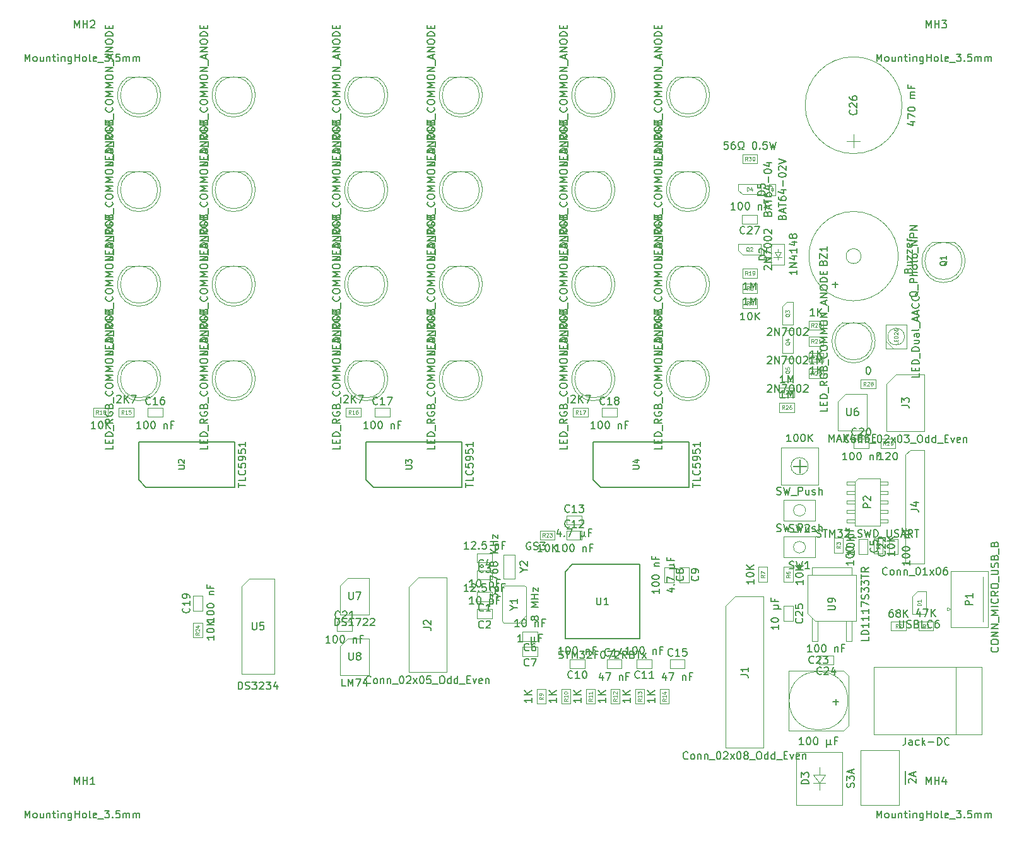
<source format=gbr>
G04 #@! TF.GenerationSoftware,KiCad,Pcbnew,(5.0.1-3-g963ef8bb5)*
G04 #@! TF.CreationDate,2018-10-27T20:23:32-05:00*
G04 #@! TF.ProjectId,kbxBinaryClock.v4,6B627842696E617279436C6F636B2E76,rev?*
G04 #@! TF.SameCoordinates,Original*
G04 #@! TF.FileFunction,Other,Fab,Top*
%FSLAX46Y46*%
G04 Gerber Fmt 4.6, Leading zero omitted, Abs format (unit mm)*
G04 Created by KiCad (PCBNEW (5.0.1-3-g963ef8bb5)) date Saturday, October 27, 2018 at 08:23:32 PM*
%MOMM*%
%LPD*%
G01*
G04 APERTURE LIST*
%ADD10C,0.100000*%
%ADD11C,0.150000*%
%ADD12C,0.075000*%
%ADD13C,0.200000*%
G04 APERTURE END LIST*
D10*
G04 #@! TO.C,U7*
X135923000Y-113692000D02*
X138823000Y-113692000D01*
X138823000Y-113692000D02*
X138823000Y-118592000D01*
X138823000Y-118592000D02*
X134923000Y-118592000D01*
X134923000Y-118592000D02*
X134923000Y-114692000D01*
X134923000Y-114692000D02*
X135923000Y-113692000D01*
G04 #@! TO.C,U5*
X122701000Y-113806000D02*
X126101000Y-113806000D01*
X126101000Y-113806000D02*
X126101000Y-126606000D01*
X126101000Y-126606000D02*
X121701000Y-126606000D01*
X121701000Y-126606000D02*
X121701000Y-114806000D01*
X121701000Y-114806000D02*
X122701000Y-113806000D01*
D11*
G04 #@! TO.C,U1*
X166127000Y-111845000D02*
X175127000Y-111845000D01*
X175127000Y-111845000D02*
X175127000Y-121845000D01*
X175127000Y-121845000D02*
X165127000Y-121845000D01*
X165127000Y-121845000D02*
X165127000Y-112845000D01*
X165127000Y-112845000D02*
X166127000Y-111845000D01*
D10*
G04 #@! TO.C,R3*
X202423000Y-110286000D02*
X201183000Y-110286000D01*
X202423000Y-108286000D02*
X202423000Y-110286000D01*
X201183000Y-108286000D02*
X202423000Y-108286000D01*
X201183000Y-110286000D02*
X201183000Y-108286000D01*
G04 #@! TO.C,R8*
X207757000Y-110408000D02*
X206517000Y-110408000D01*
X207757000Y-108408000D02*
X207757000Y-110408000D01*
X206517000Y-108408000D02*
X207757000Y-108408000D01*
X206517000Y-110408000D02*
X206517000Y-108408000D01*
G04 #@! TO.C,C22*
X209789000Y-110458000D02*
X208549000Y-110458000D01*
X209789000Y-108458000D02*
X209789000Y-110458000D01*
X208549000Y-108458000D02*
X209789000Y-108458000D01*
X208549000Y-110458000D02*
X208549000Y-108458000D01*
G04 #@! TO.C,R7*
X192263000Y-114223000D02*
X191023000Y-114223000D01*
X192263000Y-112223000D02*
X192263000Y-114223000D01*
X191023000Y-112223000D02*
X192263000Y-112223000D01*
X191023000Y-114223000D02*
X191023000Y-112223000D01*
G04 #@! TO.C,R6*
X195692000Y-114223000D02*
X194452000Y-114223000D01*
X195692000Y-112223000D02*
X195692000Y-114223000D01*
X194452000Y-112223000D02*
X195692000Y-112223000D01*
X194452000Y-114223000D02*
X194452000Y-112223000D01*
G04 #@! TO.C,C5*
X204485000Y-108458000D02*
X205725000Y-108458000D01*
X204485000Y-110458000D02*
X204485000Y-108458000D01*
X205725000Y-110458000D02*
X204485000Y-110458000D01*
X205725000Y-108458000D02*
X205725000Y-110458000D01*
G04 #@! TO.C,P2*
X207400000Y-106680000D02*
X203990000Y-106680000D01*
X204425000Y-100330000D02*
X207400000Y-100330000D01*
X203990000Y-106680000D02*
X203990000Y-100765000D01*
X203990000Y-100765000D02*
X204425000Y-100330000D01*
X207400000Y-100330000D02*
X207400000Y-106680000D01*
X203990000Y-100765000D02*
X202945000Y-100765000D01*
X202945000Y-100765000D02*
X202945000Y-101165000D01*
X202945000Y-101165000D02*
X203990000Y-101165000D01*
X207400000Y-100765000D02*
X208445000Y-100765000D01*
X208445000Y-100765000D02*
X208445000Y-101165000D01*
X208445000Y-101165000D02*
X207400000Y-101165000D01*
X203990000Y-102035000D02*
X202945000Y-102035000D01*
X202945000Y-102035000D02*
X202945000Y-102435000D01*
X202945000Y-102435000D02*
X203990000Y-102435000D01*
X207400000Y-102035000D02*
X208445000Y-102035000D01*
X208445000Y-102035000D02*
X208445000Y-102435000D01*
X208445000Y-102435000D02*
X207400000Y-102435000D01*
X203990000Y-103305000D02*
X202945000Y-103305000D01*
X202945000Y-103305000D02*
X202945000Y-103705000D01*
X202945000Y-103705000D02*
X203990000Y-103705000D01*
X207400000Y-103305000D02*
X208445000Y-103305000D01*
X208445000Y-103305000D02*
X208445000Y-103705000D01*
X208445000Y-103705000D02*
X207400000Y-103705000D01*
X203990000Y-104575000D02*
X202945000Y-104575000D01*
X202945000Y-104575000D02*
X202945000Y-104975000D01*
X202945000Y-104975000D02*
X203990000Y-104975000D01*
X207400000Y-104575000D02*
X208445000Y-104575000D01*
X208445000Y-104575000D02*
X208445000Y-104975000D01*
X208445000Y-104975000D02*
X207400000Y-104975000D01*
X203990000Y-105845000D02*
X202945000Y-105845000D01*
X202945000Y-105845000D02*
X202945000Y-106245000D01*
X202945000Y-106245000D02*
X203990000Y-106245000D01*
X207400000Y-105845000D02*
X208445000Y-105845000D01*
X208445000Y-105845000D02*
X208445000Y-106245000D01*
X208445000Y-106245000D02*
X207400000Y-106245000D01*
G04 #@! TO.C,C13*
X165354000Y-106538000D02*
X165354000Y-105298000D01*
X167354000Y-106538000D02*
X165354000Y-106538000D01*
X167354000Y-105298000D02*
X167354000Y-106538000D01*
X165354000Y-105298000D02*
X167354000Y-105298000D01*
G04 #@! TO.C,U8*
X135923000Y-121820000D02*
X138823000Y-121820000D01*
X138823000Y-121820000D02*
X138823000Y-126720000D01*
X138823000Y-126720000D02*
X134923000Y-126720000D01*
X134923000Y-126720000D02*
X134923000Y-122820000D01*
X134923000Y-122820000D02*
X135923000Y-121820000D01*
G04 #@! TO.C,R20*
X199821000Y-79136000D02*
X199821000Y-80376000D01*
X197821000Y-79136000D02*
X199821000Y-79136000D01*
X197821000Y-80376000D02*
X197821000Y-79136000D01*
X199821000Y-80376000D02*
X197821000Y-80376000D01*
G04 #@! TO.C,Q5*
X194308000Y-84838500D02*
X194308000Y-87288500D01*
X194858000Y-84268500D02*
X195708000Y-84268500D01*
X194308000Y-84838500D02*
X194858000Y-84268500D01*
X195708000Y-84268500D02*
X195708000Y-87308500D01*
X194308000Y-87308500D02*
X195708000Y-87308500D01*
G04 #@! TO.C,R22*
X197821000Y-84694000D02*
X197821000Y-83454000D01*
X199821000Y-84694000D02*
X197821000Y-84694000D01*
X199821000Y-83454000D02*
X199821000Y-84694000D01*
X197821000Y-83454000D02*
X199821000Y-83454000D01*
G04 #@! TO.C,R21*
X197821000Y-82535000D02*
X197821000Y-81295000D01*
X199821000Y-82535000D02*
X197821000Y-82535000D01*
X199821000Y-81295000D02*
X199821000Y-82535000D01*
X197821000Y-81295000D02*
X199821000Y-81295000D01*
G04 #@! TO.C,C21*
X134525000Y-120826000D02*
X134525000Y-119586000D01*
X136525000Y-120826000D02*
X134525000Y-120826000D01*
X136525000Y-119586000D02*
X136525000Y-120826000D01*
X134525000Y-119586000D02*
X136525000Y-119586000D01*
G04 #@! TO.C,R27*
X195879000Y-88153000D02*
X195879000Y-89393000D01*
X193879000Y-88153000D02*
X195879000Y-88153000D01*
X193879000Y-89393000D02*
X193879000Y-88153000D01*
X195879000Y-89393000D02*
X193879000Y-89393000D01*
G04 #@! TO.C,Q4*
X194292000Y-81026000D02*
X194292000Y-83476000D01*
X194842000Y-80456000D02*
X195692000Y-80456000D01*
X194292000Y-81026000D02*
X194842000Y-80456000D01*
X195692000Y-80456000D02*
X195692000Y-83496000D01*
X194292000Y-83496000D02*
X195692000Y-83496000D01*
G04 #@! TO.C,R26*
X195884000Y-90185000D02*
X195884000Y-91425000D01*
X193884000Y-90185000D02*
X195884000Y-90185000D01*
X193884000Y-91425000D02*
X193884000Y-90185000D01*
X195884000Y-91425000D02*
X193884000Y-91425000D01*
G04 #@! TO.C,R13*
X174513000Y-128601000D02*
X175753000Y-128601000D01*
X174513000Y-130601000D02*
X174513000Y-128601000D01*
X175753000Y-130601000D02*
X174513000Y-130601000D01*
X175753000Y-128601000D02*
X175753000Y-130601000D01*
G04 #@! TO.C,R14*
X177815000Y-128601000D02*
X179055000Y-128601000D01*
X177815000Y-130601000D02*
X177815000Y-128601000D01*
X179055000Y-130601000D02*
X177815000Y-130601000D01*
X179055000Y-128601000D02*
X179055000Y-130601000D01*
G04 #@! TO.C,C7*
X161417000Y-122951000D02*
X161417000Y-124191000D01*
X159417000Y-122951000D02*
X161417000Y-122951000D01*
X159417000Y-124191000D02*
X159417000Y-122951000D01*
X161417000Y-124191000D02*
X159417000Y-124191000D01*
G04 #@! TO.C,C2*
X155321000Y-117871000D02*
X155321000Y-119111000D01*
X153321000Y-117871000D02*
X155321000Y-117871000D01*
X153321000Y-119111000D02*
X153321000Y-117871000D01*
X155321000Y-119111000D02*
X153321000Y-119111000D01*
G04 #@! TO.C,Y1*
X156688000Y-119509000D02*
X156688000Y-114909000D01*
X156688000Y-114909000D02*
X156888000Y-114709000D01*
X156888000Y-114709000D02*
X159688000Y-114709000D01*
X159688000Y-114709000D02*
X159888000Y-114909000D01*
X159888000Y-114909000D02*
X159888000Y-119509000D01*
X159888000Y-119509000D02*
X159688000Y-119709000D01*
X159688000Y-119709000D02*
X156888000Y-119709000D01*
X156888000Y-119709000D02*
X156688000Y-119509000D01*
X158888000Y-119709000D02*
X159888000Y-118709000D01*
G04 #@! TO.C,C1*
X155321000Y-115585000D02*
X155321000Y-116825000D01*
X153321000Y-115585000D02*
X155321000Y-115585000D01*
X153321000Y-116825000D02*
X153321000Y-115585000D01*
X155321000Y-116825000D02*
X153321000Y-116825000D01*
G04 #@! TO.C,C6*
X161417000Y-120919000D02*
X161417000Y-122159000D01*
X159417000Y-120919000D02*
X161417000Y-120919000D01*
X159417000Y-122159000D02*
X159417000Y-120919000D01*
X161417000Y-122159000D02*
X159417000Y-122159000D01*
G04 #@! TO.C,C4*
X153321000Y-113904000D02*
X153321000Y-112664000D01*
X155321000Y-113904000D02*
X153321000Y-113904000D01*
X155321000Y-112664000D02*
X155321000Y-113904000D01*
X153321000Y-112664000D02*
X155321000Y-112664000D01*
G04 #@! TO.C,Y2*
X158357000Y-110561000D02*
X156857000Y-110561000D01*
X158357000Y-113761000D02*
X156857000Y-113761000D01*
X158357000Y-110561000D02*
X158357000Y-113761000D01*
X156857000Y-110561000D02*
X156857000Y-113761000D01*
G04 #@! TO.C,C3*
X155321000Y-110378000D02*
X155321000Y-111618000D01*
X153321000Y-110378000D02*
X155321000Y-110378000D01*
X153321000Y-111618000D02*
X153321000Y-110378000D01*
X155321000Y-111618000D02*
X153321000Y-111618000D01*
G04 #@! TO.C,R11*
X167909000Y-128601000D02*
X169149000Y-128601000D01*
X167909000Y-130601000D02*
X167909000Y-128601000D01*
X169149000Y-130601000D02*
X167909000Y-130601000D01*
X169149000Y-128601000D02*
X169149000Y-130601000D01*
G04 #@! TO.C,C14*
X170720000Y-125842000D02*
X170720000Y-124602000D01*
X172720000Y-125842000D02*
X170720000Y-125842000D01*
X172720000Y-124602000D02*
X172720000Y-125842000D01*
X170720000Y-124602000D02*
X172720000Y-124602000D01*
G04 #@! TO.C,R10*
X164607000Y-128601000D02*
X165847000Y-128601000D01*
X164607000Y-130601000D02*
X164607000Y-128601000D01*
X165847000Y-130601000D02*
X164607000Y-130601000D01*
X165847000Y-128601000D02*
X165847000Y-130601000D01*
G04 #@! TO.C,R12*
X171211000Y-128601000D02*
X172451000Y-128601000D01*
X171211000Y-130601000D02*
X171211000Y-128601000D01*
X172451000Y-130601000D02*
X171211000Y-130601000D01*
X172451000Y-128601000D02*
X172451000Y-130601000D01*
G04 #@! TO.C,R9*
X161305000Y-128601000D02*
X162545000Y-128601000D01*
X161305000Y-130601000D02*
X161305000Y-128601000D01*
X162545000Y-130601000D02*
X161305000Y-130601000D01*
X162545000Y-128601000D02*
X162545000Y-130601000D01*
G04 #@! TO.C,C11*
X176752000Y-124602000D02*
X176752000Y-125842000D01*
X174752000Y-124602000D02*
X176752000Y-124602000D01*
X174752000Y-125842000D02*
X174752000Y-124602000D01*
X176752000Y-125842000D02*
X174752000Y-125842000D01*
G04 #@! TO.C,C10*
X167767000Y-124602000D02*
X167767000Y-125842000D01*
X165767000Y-124602000D02*
X167767000Y-124602000D01*
X165767000Y-125842000D02*
X165767000Y-124602000D01*
X167767000Y-125842000D02*
X165767000Y-125842000D01*
G04 #@! TO.C,C12*
X165354000Y-108570000D02*
X165354000Y-107330000D01*
X167354000Y-108570000D02*
X165354000Y-108570000D01*
X167354000Y-107330000D02*
X167354000Y-108570000D01*
X165354000Y-107330000D02*
X167354000Y-107330000D01*
G04 #@! TO.C,C8*
X178450000Y-112268000D02*
X179690000Y-112268000D01*
X178450000Y-114268000D02*
X178450000Y-112268000D01*
X179690000Y-114268000D02*
X178450000Y-114268000D01*
X179690000Y-112268000D02*
X179690000Y-114268000D01*
G04 #@! TO.C,C9*
X180482000Y-112268000D02*
X181722000Y-112268000D01*
X180482000Y-114268000D02*
X180482000Y-112268000D01*
X181722000Y-114268000D02*
X180482000Y-114268000D01*
X181722000Y-112268000D02*
X181722000Y-114268000D01*
G04 #@! TO.C,C15*
X179197000Y-125842000D02*
X179197000Y-124602000D01*
X181197000Y-125842000D02*
X179197000Y-125842000D01*
X181197000Y-124602000D02*
X181197000Y-125842000D01*
X179197000Y-124602000D02*
X181197000Y-124602000D01*
G04 #@! TO.C,R23*
X161753000Y-108570000D02*
X161753000Y-107330000D01*
X163753000Y-108570000D02*
X161753000Y-108570000D01*
X163753000Y-107330000D02*
X163753000Y-108570000D01*
X161753000Y-107330000D02*
X163753000Y-107330000D01*
G04 #@! TO.C,R24*
X116444000Y-121711000D02*
X115204000Y-121711000D01*
X116444000Y-119711000D02*
X116444000Y-121711000D01*
X115204000Y-119711000D02*
X116444000Y-119711000D01*
X115204000Y-121711000D02*
X115204000Y-119711000D01*
G04 #@! TO.C,C19*
X116444000Y-118110000D02*
X115204000Y-118110000D01*
X116444000Y-116110000D02*
X116444000Y-118110000D01*
X115204000Y-116110000D02*
X116444000Y-116110000D01*
X115204000Y-118110000D02*
X115204000Y-116110000D01*
G04 #@! TO.C,C16*
X109125000Y-92060000D02*
X109125000Y-90820000D01*
X111125000Y-92060000D02*
X109125000Y-92060000D01*
X111125000Y-90820000D02*
X111125000Y-92060000D01*
X109125000Y-90820000D02*
X111125000Y-90820000D01*
G04 #@! TO.C,R15*
X107233000Y-90820000D02*
X107233000Y-92060000D01*
X105233000Y-90820000D02*
X107233000Y-90820000D01*
X105233000Y-92060000D02*
X105233000Y-90820000D01*
X107233000Y-92060000D02*
X105233000Y-92060000D01*
G04 #@! TO.C,R16*
X137713000Y-90820000D02*
X137713000Y-92060000D01*
X135713000Y-90820000D02*
X137713000Y-90820000D01*
X135713000Y-92060000D02*
X135713000Y-90820000D01*
X137713000Y-92060000D02*
X135713000Y-92060000D01*
G04 #@! TO.C,C17*
X139605000Y-92060000D02*
X139605000Y-90820000D01*
X141605000Y-92060000D02*
X139605000Y-92060000D01*
X141605000Y-90820000D02*
X141605000Y-92060000D01*
X139605000Y-90820000D02*
X141605000Y-90820000D01*
G04 #@! TO.C,R17*
X168198000Y-90820000D02*
X168198000Y-92060000D01*
X166198000Y-90820000D02*
X168198000Y-90820000D01*
X166198000Y-92060000D02*
X166198000Y-90820000D01*
X168198000Y-92060000D02*
X166198000Y-92060000D01*
G04 #@! TO.C,C18*
X170085000Y-92060000D02*
X170085000Y-90820000D01*
X172085000Y-92060000D02*
X170085000Y-92060000D01*
X172085000Y-90820000D02*
X172085000Y-92060000D01*
X170085000Y-90820000D02*
X172085000Y-90820000D01*
G04 #@! TO.C,R25*
X199821000Y-85613000D02*
X199821000Y-86853000D01*
X197821000Y-85613000D02*
X199821000Y-85613000D01*
X197821000Y-86853000D02*
X197821000Y-85613000D01*
X199821000Y-86853000D02*
X197821000Y-86853000D01*
G04 #@! TO.C,R18*
X101809000Y-92060000D02*
X101809000Y-90820000D01*
X103809000Y-92060000D02*
X101809000Y-92060000D01*
X103809000Y-90820000D02*
X103809000Y-92060000D01*
X101809000Y-90820000D02*
X103809000Y-90820000D01*
G04 #@! TO.C,Q3*
X194308000Y-77218500D02*
X194308000Y-79668500D01*
X194858000Y-76648500D02*
X195708000Y-76648500D01*
X194308000Y-77218500D02*
X194858000Y-76648500D01*
X195708000Y-76648500D02*
X195708000Y-79688500D01*
X194308000Y-79688500D02*
X195708000Y-79688500D01*
G04 #@! TO.C,J1*
X187960000Y-116205000D02*
X191770000Y-116205000D01*
X191770000Y-116205000D02*
X191770000Y-136525000D01*
X191770000Y-136525000D02*
X186690000Y-136525000D01*
X186690000Y-136525000D02*
X186690000Y-117475000D01*
X186690000Y-117475000D02*
X187960000Y-116205000D01*
G04 #@! TO.C,P1*
X221860000Y-112820000D02*
X216860000Y-112820000D01*
X221161704Y-119570000D02*
X221161704Y-113570000D01*
X221861704Y-120320000D02*
X221861704Y-112820000D01*
X216860000Y-120320000D02*
X216860000Y-112820000D01*
X221860000Y-120320000D02*
X216860000Y-120320000D01*
X216760000Y-117870000D02*
X216560000Y-118070000D01*
X216560000Y-117670000D02*
X216760000Y-117870000D01*
X216350000Y-118070000D02*
X216350000Y-117670000D01*
X216350000Y-118070000D02*
X216560000Y-118070000D01*
X216350000Y-117670000D02*
X216560000Y-117670000D01*
D11*
G04 #@! TO.C,U4*
X168870000Y-95390000D02*
X181745000Y-95390000D01*
X168870000Y-100490000D02*
X168870000Y-95390000D01*
X169870000Y-101490000D02*
X168870000Y-100490000D01*
X181745000Y-101490000D02*
X169870000Y-101490000D01*
X181745000Y-95390000D02*
X181745000Y-101490000D01*
G04 #@! TO.C,U3*
X138397000Y-95390000D02*
X151272000Y-95390000D01*
X138397000Y-100490000D02*
X138397000Y-95390000D01*
X139397000Y-101490000D02*
X138397000Y-100490000D01*
X151272000Y-101490000D02*
X139397000Y-101490000D01*
X151272000Y-95390000D02*
X151272000Y-101490000D01*
G04 #@! TO.C,U2*
X107887000Y-95390000D02*
X120762000Y-95390000D01*
X107887000Y-100490000D02*
X107887000Y-95390000D01*
X108887000Y-101490000D02*
X107887000Y-100490000D01*
X120762000Y-101490000D02*
X108887000Y-101490000D01*
X120762000Y-95390000D02*
X120762000Y-101490000D01*
D10*
G04 #@! TO.C,C26*
X202935000Y-55005000D02*
X204735000Y-55005000D01*
X203835000Y-55905000D02*
X203835000Y-54105000D01*
X210335000Y-50205000D02*
G75*
G03X210335000Y-50205000I-6500000J0D01*
G01*
G04 #@! TO.C,F1*
X204816000Y-144204000D02*
X204816000Y-136804000D01*
X204816000Y-136804000D02*
X209916000Y-136804000D01*
X209916000Y-136804000D02*
X209916000Y-144204000D01*
X209916000Y-144204000D02*
X204816000Y-144204000D01*
G04 #@! TO.C,BZ1*
X209835000Y-70475000D02*
G75*
G03X209835000Y-70475000I-6000000J0D01*
G01*
X204835000Y-70475000D02*
G75*
G03X204835000Y-70475000I-1000000J0D01*
G01*
G04 #@! TO.C,LED1*
X180140334Y-84494984D02*
G75*
G03X183079694Y-84495000I1469666J-2500016D01*
G01*
X184110000Y-86995000D02*
G75*
G03X184110000Y-86995000I-2500000J0D01*
G01*
X183079694Y-84495000D02*
X180140306Y-84495000D01*
G04 #@! TO.C,LED2*
X180140334Y-71794984D02*
G75*
G03X183079694Y-71795000I1469666J-2500016D01*
G01*
X184110000Y-74295000D02*
G75*
G03X184110000Y-74295000I-2500000J0D01*
G01*
X183079694Y-71795000D02*
X180140306Y-71795000D01*
G04 #@! TO.C,LED3*
X180140334Y-59094984D02*
G75*
G03X183079694Y-59095000I1469666J-2500016D01*
G01*
X184110000Y-61595000D02*
G75*
G03X184110000Y-61595000I-2500000J0D01*
G01*
X183079694Y-59095000D02*
X180140306Y-59095000D01*
G04 #@! TO.C,LED4*
X180140334Y-46394984D02*
G75*
G03X183079694Y-46395000I1469666J-2500016D01*
G01*
X184110000Y-48895000D02*
G75*
G03X184110000Y-48895000I-2500000J0D01*
G01*
X183079694Y-46395000D02*
X180140306Y-46395000D01*
G04 #@! TO.C,LED5*
X167440334Y-84494984D02*
G75*
G03X170379694Y-84495000I1469666J-2500016D01*
G01*
X171410000Y-86995000D02*
G75*
G03X171410000Y-86995000I-2500000J0D01*
G01*
X170379694Y-84495000D02*
X167440306Y-84495000D01*
G04 #@! TO.C,LED6*
X167440334Y-71794984D02*
G75*
G03X170379694Y-71795000I1469666J-2500016D01*
G01*
X171410000Y-74295000D02*
G75*
G03X171410000Y-74295000I-2500000J0D01*
G01*
X170379694Y-71795000D02*
X167440306Y-71795000D01*
G04 #@! TO.C,LED7*
X167440334Y-59094984D02*
G75*
G03X170379694Y-59095000I1469666J-2500016D01*
G01*
X171410000Y-61595000D02*
G75*
G03X171410000Y-61595000I-2500000J0D01*
G01*
X170379694Y-59095000D02*
X167440306Y-59095000D01*
G04 #@! TO.C,LED8*
X167440334Y-46394984D02*
G75*
G03X170379694Y-46395000I1469666J-2500016D01*
G01*
X171410000Y-48895000D02*
G75*
G03X171410000Y-48895000I-2500000J0D01*
G01*
X170379694Y-46395000D02*
X167440306Y-46395000D01*
G04 #@! TO.C,LED9*
X149660334Y-84494984D02*
G75*
G03X152599694Y-84495000I1469666J-2500016D01*
G01*
X153630000Y-86995000D02*
G75*
G03X153630000Y-86995000I-2500000J0D01*
G01*
X152599694Y-84495000D02*
X149660306Y-84495000D01*
G04 #@! TO.C,LED10*
X149660334Y-71794984D02*
G75*
G03X152599694Y-71795000I1469666J-2500016D01*
G01*
X153630000Y-74295000D02*
G75*
G03X153630000Y-74295000I-2500000J0D01*
G01*
X152599694Y-71795000D02*
X149660306Y-71795000D01*
G04 #@! TO.C,LED11*
X149660334Y-59094984D02*
G75*
G03X152599694Y-59095000I1469666J-2500016D01*
G01*
X153630000Y-61595000D02*
G75*
G03X153630000Y-61595000I-2500000J0D01*
G01*
X152599694Y-59095000D02*
X149660306Y-59095000D01*
G04 #@! TO.C,LED12*
X149660334Y-46394984D02*
G75*
G03X152599694Y-46395000I1469666J-2500016D01*
G01*
X153630000Y-48895000D02*
G75*
G03X153630000Y-48895000I-2500000J0D01*
G01*
X152599694Y-46395000D02*
X149660306Y-46395000D01*
G04 #@! TO.C,LED13*
X136960334Y-84494984D02*
G75*
G03X139899694Y-84495000I1469666J-2500016D01*
G01*
X140930000Y-86995000D02*
G75*
G03X140930000Y-86995000I-2500000J0D01*
G01*
X139899694Y-84495000D02*
X136960306Y-84495000D01*
G04 #@! TO.C,LED14*
X136960334Y-71794984D02*
G75*
G03X139899694Y-71795000I1469666J-2500016D01*
G01*
X140930000Y-74295000D02*
G75*
G03X140930000Y-74295000I-2500000J0D01*
G01*
X139899694Y-71795000D02*
X136960306Y-71795000D01*
G04 #@! TO.C,LED15*
X136960334Y-59094984D02*
G75*
G03X139899694Y-59095000I1469666J-2500016D01*
G01*
X140930000Y-61595000D02*
G75*
G03X140930000Y-61595000I-2500000J0D01*
G01*
X139899694Y-59095000D02*
X136960306Y-59095000D01*
G04 #@! TO.C,LED16*
X136960334Y-46394984D02*
G75*
G03X139899694Y-46395000I1469666J-2500016D01*
G01*
X140930000Y-48895000D02*
G75*
G03X140930000Y-48895000I-2500000J0D01*
G01*
X139899694Y-46395000D02*
X136960306Y-46395000D01*
G04 #@! TO.C,LED17*
X119180334Y-84494984D02*
G75*
G03X122119694Y-84495000I1469666J-2500016D01*
G01*
X123150000Y-86995000D02*
G75*
G03X123150000Y-86995000I-2500000J0D01*
G01*
X122119694Y-84495000D02*
X119180306Y-84495000D01*
G04 #@! TO.C,LED18*
X119180334Y-71794984D02*
G75*
G03X122119694Y-71795000I1469666J-2500016D01*
G01*
X123150000Y-74295000D02*
G75*
G03X123150000Y-74295000I-2500000J0D01*
G01*
X122119694Y-71795000D02*
X119180306Y-71795000D01*
G04 #@! TO.C,LED19*
X119180334Y-59094984D02*
G75*
G03X122119694Y-59095000I1469666J-2500016D01*
G01*
X123150000Y-61595000D02*
G75*
G03X123150000Y-61595000I-2500000J0D01*
G01*
X122119694Y-59095000D02*
X119180306Y-59095000D01*
G04 #@! TO.C,LED20*
X119180334Y-46394984D02*
G75*
G03X122119694Y-46395000I1469666J-2500016D01*
G01*
X123150000Y-48895000D02*
G75*
G03X123150000Y-48895000I-2500000J0D01*
G01*
X122119694Y-46395000D02*
X119180306Y-46395000D01*
G04 #@! TO.C,LED21*
X106480334Y-84494984D02*
G75*
G03X109419694Y-84495000I1469666J-2500016D01*
G01*
X110450000Y-86995000D02*
G75*
G03X110450000Y-86995000I-2500000J0D01*
G01*
X109419694Y-84495000D02*
X106480306Y-84495000D01*
G04 #@! TO.C,LED22*
X106480334Y-71794984D02*
G75*
G03X109419694Y-71795000I1469666J-2500016D01*
G01*
X110450000Y-74295000D02*
G75*
G03X110450000Y-74295000I-2500000J0D01*
G01*
X109419694Y-71795000D02*
X106480306Y-71795000D01*
G04 #@! TO.C,LED23*
X106480334Y-59094984D02*
G75*
G03X109419694Y-59095000I1469666J-2500016D01*
G01*
X110450000Y-61595000D02*
G75*
G03X110450000Y-61595000I-2500000J0D01*
G01*
X109419694Y-59095000D02*
X106480306Y-59095000D01*
G04 #@! TO.C,LED24*
X106480334Y-46394984D02*
G75*
G03X109419694Y-46395000I1469666J-2500016D01*
G01*
X110450000Y-48895000D02*
G75*
G03X110450000Y-48895000I-2500000J0D01*
G01*
X109419694Y-46395000D02*
X106480306Y-46395000D01*
G04 #@! TO.C,Q2*
X188915000Y-70280000D02*
X191365000Y-70280000D01*
X188345000Y-69730000D02*
X188345000Y-68880000D01*
X188915000Y-70280000D02*
X188345000Y-69730000D01*
X188345000Y-68880000D02*
X191385000Y-68880000D01*
X191385000Y-70280000D02*
X191385000Y-68880000D01*
G04 #@! TO.C,R1*
X214553000Y-119522000D02*
X214553000Y-120762000D01*
X212553000Y-119522000D02*
X214553000Y-119522000D01*
X212553000Y-120762000D02*
X212553000Y-119522000D01*
X214553000Y-120762000D02*
X212553000Y-120762000D01*
G04 #@! TO.C,R2*
X208865000Y-120762000D02*
X208865000Y-119522000D01*
X210865000Y-120762000D02*
X208865000Y-120762000D01*
X210865000Y-119522000D02*
X210865000Y-120762000D01*
X208865000Y-119522000D02*
X210865000Y-119522000D01*
G04 #@! TO.C,R4*
X188931000Y-77455000D02*
X188931000Y-76215000D01*
X190931000Y-77455000D02*
X188931000Y-77455000D01*
X190931000Y-76215000D02*
X190931000Y-77455000D01*
X188931000Y-76215000D02*
X190931000Y-76215000D01*
G04 #@! TO.C,R5*
X188931000Y-75423000D02*
X188931000Y-74183000D01*
X190931000Y-75423000D02*
X188931000Y-75423000D01*
X190931000Y-74183000D02*
X190931000Y-75423000D01*
X188931000Y-74183000D02*
X190931000Y-74183000D01*
G04 #@! TO.C,SW1*
X198678000Y-110963000D02*
X194478000Y-110963000D01*
X194478000Y-110963000D02*
X194478000Y-108163000D01*
X194478000Y-108163000D02*
X198678000Y-108163000D01*
X198678000Y-108163000D02*
X198678000Y-110963000D01*
X197378000Y-109563000D02*
G75*
G03X197378000Y-109563000I-800000J0D01*
G01*
G04 #@! TO.C,C24*
X201168000Y-124094000D02*
X201168000Y-125334000D01*
X199168000Y-124094000D02*
X201168000Y-124094000D01*
X199168000Y-125334000D02*
X199168000Y-124094000D01*
X201168000Y-125334000D02*
X199168000Y-125334000D01*
G04 #@! TO.C,C25*
X194452000Y-117475000D02*
X195692000Y-117475000D01*
X194452000Y-119475000D02*
X194452000Y-117475000D01*
X195692000Y-119475000D02*
X194452000Y-119475000D01*
X195692000Y-117475000D02*
X195692000Y-119475000D01*
G04 #@! TO.C,RV1*
X199096000Y-101179000D02*
X199096000Y-96179000D01*
X199096000Y-96179000D02*
X194096000Y-96179000D01*
X194096000Y-96179000D02*
X194096000Y-101179000D01*
X194096000Y-101179000D02*
X199096000Y-101179000D01*
X197516000Y-98739000D02*
X196656000Y-98739000D01*
X196656000Y-98739000D02*
X196656000Y-99599000D01*
X196656000Y-99599000D02*
X196536000Y-99599000D01*
X196536000Y-99599000D02*
X196536000Y-98739000D01*
X196536000Y-98739000D02*
X195676000Y-98739000D01*
X195676000Y-98739000D02*
X195676000Y-98619000D01*
X195676000Y-98619000D02*
X196536000Y-98619000D01*
X196536000Y-98619000D02*
X196536000Y-97759000D01*
X196536000Y-97759000D02*
X196656000Y-97759000D01*
X196656000Y-97759000D02*
X196656000Y-98619000D01*
X196656000Y-98619000D02*
X197516000Y-98619000D01*
X197516000Y-98619000D02*
X197516000Y-98739000D01*
X197746000Y-98679000D02*
G75*
G03X197746000Y-98679000I-1150000J0D01*
G01*
G04 #@! TO.C,LED25*
X202365334Y-79414984D02*
G75*
G03X205304694Y-79415000I1469666J-2500016D01*
G01*
X206335000Y-81915000D02*
G75*
G03X206335000Y-81915000I-2500000J0D01*
G01*
X205304694Y-79415000D02*
X202365306Y-79415000D01*
G04 #@! TO.C,LED26*
X210670000Y-81280000D02*
G75*
G03X210670000Y-81280000I-1120000J0D01*
G01*
X208150000Y-81880000D02*
X209150000Y-82880000D01*
X208150000Y-82880000D02*
X210950000Y-82880000D01*
X210950000Y-82880000D02*
X210950000Y-79680000D01*
X210950000Y-79680000D02*
X208150000Y-79680000D01*
X208150000Y-79680000D02*
X208150000Y-82880000D01*
G04 #@! TO.C,J3*
X209550000Y-86360000D02*
X213360000Y-86360000D01*
X213360000Y-86360000D02*
X213360000Y-93980000D01*
X213360000Y-93980000D02*
X208280000Y-93980000D01*
X208280000Y-93980000D02*
X208280000Y-87630000D01*
X208280000Y-87630000D02*
X209550000Y-86360000D01*
G04 #@! TO.C,C23*
X203079884Y-130175000D02*
G75*
G03X203079884Y-130175000I-3945884J0D01*
G01*
X195094000Y-126135000D02*
X195094000Y-134215000D01*
X202504000Y-126135000D02*
X195094000Y-126135000D01*
X203174000Y-126805000D02*
X202504000Y-126135000D01*
X203174000Y-133545000D02*
X203174000Y-126805000D01*
X202504000Y-134215000D02*
X203174000Y-133545000D01*
X195094000Y-134215000D02*
X202504000Y-134215000D01*
G04 #@! TO.C,C27*
X190881000Y-64912000D02*
X190881000Y-66152000D01*
X188881000Y-64912000D02*
X190881000Y-64912000D01*
X188881000Y-66152000D02*
X188881000Y-64912000D01*
X190881000Y-66152000D02*
X188881000Y-66152000D01*
G04 #@! TO.C,D1*
X211741000Y-116128000D02*
X212391000Y-115478000D01*
X213541000Y-115478000D02*
X212391000Y-115478000D01*
X211741000Y-116128000D02*
X211741000Y-118578000D01*
X213541000Y-118578000D02*
X211741000Y-118578000D01*
X213541000Y-115478000D02*
X213541000Y-118578000D01*
G04 #@! TO.C,D2*
X193675000Y-69980000D02*
X193675000Y-69480000D01*
X194075000Y-69980000D02*
X193675000Y-70580000D01*
X193275000Y-69980000D02*
X194075000Y-69980000D01*
X193675000Y-70580000D02*
X193275000Y-69980000D01*
X193675000Y-70580000D02*
X194225000Y-70580000D01*
X193675000Y-70580000D02*
X193125000Y-70580000D01*
X193675000Y-70980000D02*
X193675000Y-70580000D01*
X194575000Y-71630000D02*
X192775000Y-71630000D01*
X194575000Y-68830000D02*
X194575000Y-71630000D01*
X192775000Y-68830000D02*
X194575000Y-68830000D01*
X192775000Y-71630000D02*
X192775000Y-68830000D01*
G04 #@! TO.C,D3*
X202363000Y-137068000D02*
X202363000Y-144168000D01*
X202363000Y-144168000D02*
X196163000Y-144168000D01*
X196163000Y-137068000D02*
X202363000Y-137068000D01*
X196163000Y-137068000D02*
X196163000Y-144168000D01*
X199264020Y-141267440D02*
X199264020Y-142169140D01*
X199264020Y-140116820D02*
X199264020Y-139118600D01*
X198463920Y-141267440D02*
X200064120Y-141267440D01*
X200013320Y-140116820D02*
X198463920Y-140116820D01*
X199264020Y-141267440D02*
X200013320Y-140116820D01*
X199264020Y-141267440D02*
X198463920Y-140116820D01*
G04 #@! TO.C,D4*
X188915000Y-62184000D02*
X191365000Y-62184000D01*
X188345000Y-61634000D02*
X188345000Y-60784000D01*
X188915000Y-62184000D02*
X188345000Y-61634000D01*
X188345000Y-60784000D02*
X191385000Y-60784000D01*
X191385000Y-62184000D02*
X191385000Y-60784000D01*
G04 #@! TO.C,D5*
X192913000Y-61356000D02*
X192913000Y-61156000D01*
X192913000Y-61656000D02*
X192913000Y-61856000D01*
X192713000Y-61656000D02*
X193113000Y-61656000D01*
X193113000Y-61356000D02*
X192713000Y-61356000D01*
X192913000Y-61656000D02*
X193113000Y-61356000D01*
X192713000Y-61356000D02*
X192913000Y-61656000D01*
X193363000Y-62356000D02*
X192463000Y-62356000D01*
X193363000Y-60756000D02*
X193363000Y-62356000D01*
X192463000Y-60756000D02*
X193363000Y-60756000D01*
X192463000Y-62356000D02*
X192463000Y-60756000D01*
G04 #@! TO.C,Q1*
X214430334Y-68619984D02*
G75*
G03X217369694Y-68620000I1469666J-2500016D01*
G01*
X218400000Y-71120000D02*
G75*
G03X218400000Y-71120000I-2500000J0D01*
G01*
X217369694Y-68620000D02*
X214430306Y-68620000D01*
G04 #@! TO.C,R19*
X188931000Y-73391000D02*
X188931000Y-72151000D01*
X190931000Y-73391000D02*
X188931000Y-73391000D01*
X190931000Y-72151000D02*
X190931000Y-73391000D01*
X188931000Y-72151000D02*
X190931000Y-72151000D01*
G04 #@! TO.C,R28*
X206806000Y-87010000D02*
X206806000Y-88250000D01*
X204806000Y-87010000D02*
X206806000Y-87010000D01*
X204806000Y-88250000D02*
X204806000Y-87010000D01*
X206806000Y-88250000D02*
X204806000Y-88250000D01*
G04 #@! TO.C,U6*
X202725000Y-88990000D02*
X205625000Y-88990000D01*
X205625000Y-88990000D02*
X205625000Y-93890000D01*
X205625000Y-93890000D02*
X201725000Y-93890000D01*
X201725000Y-93890000D02*
X201725000Y-89990000D01*
X201725000Y-89990000D02*
X202725000Y-88990000D01*
G04 #@! TO.C,U9*
X198220000Y-113262000D02*
X198220000Y-112262000D01*
X198220000Y-112262000D02*
X203620000Y-112262000D01*
X203620000Y-112262000D02*
X203620000Y-113262000D01*
X197670000Y-113262000D02*
X204170000Y-113262000D01*
X204170000Y-113262000D02*
X204170000Y-119482000D01*
X204170000Y-119482000D02*
X198670000Y-119482000D01*
X198670000Y-119482000D02*
X197670000Y-118482000D01*
X197670000Y-118482000D02*
X197670000Y-113262000D01*
X198265000Y-119077000D02*
X198265000Y-122182000D01*
X198265000Y-122182000D02*
X199015000Y-122182000D01*
X199015000Y-122182000D02*
X199015000Y-119482000D01*
X202825000Y-119482000D02*
X202825000Y-122182000D01*
X202825000Y-122182000D02*
X203575000Y-122182000D01*
X203575000Y-122182000D02*
X203575000Y-119482000D01*
G04 #@! TO.C,C20*
X203867000Y-96251000D02*
X203867000Y-95011000D01*
X205867000Y-96251000D02*
X203867000Y-96251000D01*
X205867000Y-95011000D02*
X205867000Y-96251000D01*
X203867000Y-95011000D02*
X205867000Y-95011000D01*
G04 #@! TO.C,J4*
X211455000Y-96520000D02*
X213360000Y-96520000D01*
X213360000Y-96520000D02*
X213360000Y-111760000D01*
X213360000Y-111760000D02*
X210820000Y-111760000D01*
X210820000Y-111760000D02*
X210820000Y-97155000D01*
X210820000Y-97155000D02*
X211455000Y-96520000D01*
G04 #@! TO.C,J5*
X206566000Y-134681000D02*
X221066000Y-134681000D01*
X206566000Y-125681000D02*
X206566000Y-134681000D01*
X221066000Y-125681000D02*
X206566000Y-125681000D01*
X221066000Y-134681000D02*
X221066000Y-125681000D01*
X217566000Y-134681000D02*
X217566000Y-125681000D01*
G04 #@! TO.C,R29*
X207468000Y-96251000D02*
X207468000Y-95011000D01*
X209468000Y-96251000D02*
X207468000Y-96251000D01*
X209468000Y-95011000D02*
X209468000Y-96251000D01*
X207468000Y-95011000D02*
X209468000Y-95011000D01*
G04 #@! TO.C,R30*
X190931000Y-56784000D02*
X190931000Y-58024000D01*
X188931000Y-56784000D02*
X190931000Y-56784000D01*
X188931000Y-58024000D02*
X188931000Y-56784000D01*
X190931000Y-58024000D02*
X188931000Y-58024000D01*
G04 #@! TO.C,J2*
X145415000Y-113665000D02*
X149225000Y-113665000D01*
X149225000Y-113665000D02*
X149225000Y-126365000D01*
X149225000Y-126365000D02*
X144145000Y-126365000D01*
X144145000Y-126365000D02*
X144145000Y-114935000D01*
X144145000Y-114935000D02*
X145415000Y-113665000D01*
G04 #@! TO.C,SW2*
X198678000Y-106010000D02*
X194478000Y-106010000D01*
X194478000Y-106010000D02*
X194478000Y-103210000D01*
X194478000Y-103210000D02*
X198678000Y-103210000D01*
X198678000Y-103210000D02*
X198678000Y-106010000D01*
X197378000Y-104610000D02*
G75*
G03X197378000Y-104610000I-800000J0D01*
G01*
G04 #@! TD*
G04 #@! TO.C,U7*
D11*
X134230142Y-120094380D02*
X134230142Y-119094380D01*
X134468238Y-119094380D01*
X134611095Y-119142000D01*
X134706333Y-119237238D01*
X134753952Y-119332476D01*
X134801571Y-119522952D01*
X134801571Y-119665809D01*
X134753952Y-119856285D01*
X134706333Y-119951523D01*
X134611095Y-120046761D01*
X134468238Y-120094380D01*
X134230142Y-120094380D01*
X135182523Y-120046761D02*
X135325380Y-120094380D01*
X135563476Y-120094380D01*
X135658714Y-120046761D01*
X135706333Y-119999142D01*
X135753952Y-119903904D01*
X135753952Y-119808666D01*
X135706333Y-119713428D01*
X135658714Y-119665809D01*
X135563476Y-119618190D01*
X135373000Y-119570571D01*
X135277761Y-119522952D01*
X135230142Y-119475333D01*
X135182523Y-119380095D01*
X135182523Y-119284857D01*
X135230142Y-119189619D01*
X135277761Y-119142000D01*
X135373000Y-119094380D01*
X135611095Y-119094380D01*
X135753952Y-119142000D01*
X136706333Y-120094380D02*
X136134904Y-120094380D01*
X136420619Y-120094380D02*
X136420619Y-119094380D01*
X136325380Y-119237238D01*
X136230142Y-119332476D01*
X136134904Y-119380095D01*
X137039666Y-119094380D02*
X137706333Y-119094380D01*
X137277761Y-120094380D01*
X138039666Y-119189619D02*
X138087285Y-119142000D01*
X138182523Y-119094380D01*
X138420619Y-119094380D01*
X138515857Y-119142000D01*
X138563476Y-119189619D01*
X138611095Y-119284857D01*
X138611095Y-119380095D01*
X138563476Y-119522952D01*
X137992047Y-120094380D01*
X138611095Y-120094380D01*
X138992047Y-119189619D02*
X139039666Y-119142000D01*
X139134904Y-119094380D01*
X139373000Y-119094380D01*
X139468238Y-119142000D01*
X139515857Y-119189619D01*
X139563476Y-119284857D01*
X139563476Y-119380095D01*
X139515857Y-119522952D01*
X138944428Y-120094380D01*
X139563476Y-120094380D01*
X136111095Y-115594380D02*
X136111095Y-116403904D01*
X136158714Y-116499142D01*
X136206333Y-116546761D01*
X136301571Y-116594380D01*
X136492047Y-116594380D01*
X136587285Y-116546761D01*
X136634904Y-116499142D01*
X136682523Y-116403904D01*
X136682523Y-115594380D01*
X137063476Y-115594380D02*
X137730142Y-115594380D01*
X137301571Y-116594380D01*
G04 #@! TO.C,U5*
X121258142Y-128648380D02*
X121258142Y-127648380D01*
X121496238Y-127648380D01*
X121639095Y-127696000D01*
X121734333Y-127791238D01*
X121781952Y-127886476D01*
X121829571Y-128076952D01*
X121829571Y-128219809D01*
X121781952Y-128410285D01*
X121734333Y-128505523D01*
X121639095Y-128600761D01*
X121496238Y-128648380D01*
X121258142Y-128648380D01*
X122210523Y-128600761D02*
X122353380Y-128648380D01*
X122591476Y-128648380D01*
X122686714Y-128600761D01*
X122734333Y-128553142D01*
X122781952Y-128457904D01*
X122781952Y-128362666D01*
X122734333Y-128267428D01*
X122686714Y-128219809D01*
X122591476Y-128172190D01*
X122401000Y-128124571D01*
X122305761Y-128076952D01*
X122258142Y-128029333D01*
X122210523Y-127934095D01*
X122210523Y-127838857D01*
X122258142Y-127743619D01*
X122305761Y-127696000D01*
X122401000Y-127648380D01*
X122639095Y-127648380D01*
X122781952Y-127696000D01*
X123115285Y-127648380D02*
X123734333Y-127648380D01*
X123401000Y-128029333D01*
X123543857Y-128029333D01*
X123639095Y-128076952D01*
X123686714Y-128124571D01*
X123734333Y-128219809D01*
X123734333Y-128457904D01*
X123686714Y-128553142D01*
X123639095Y-128600761D01*
X123543857Y-128648380D01*
X123258142Y-128648380D01*
X123162904Y-128600761D01*
X123115285Y-128553142D01*
X124115285Y-127743619D02*
X124162904Y-127696000D01*
X124258142Y-127648380D01*
X124496238Y-127648380D01*
X124591476Y-127696000D01*
X124639095Y-127743619D01*
X124686714Y-127838857D01*
X124686714Y-127934095D01*
X124639095Y-128076952D01*
X124067666Y-128648380D01*
X124686714Y-128648380D01*
X125020047Y-127648380D02*
X125639095Y-127648380D01*
X125305761Y-128029333D01*
X125448619Y-128029333D01*
X125543857Y-128076952D01*
X125591476Y-128124571D01*
X125639095Y-128219809D01*
X125639095Y-128457904D01*
X125591476Y-128553142D01*
X125543857Y-128600761D01*
X125448619Y-128648380D01*
X125162904Y-128648380D01*
X125067666Y-128600761D01*
X125020047Y-128553142D01*
X126496238Y-127981714D02*
X126496238Y-128648380D01*
X126258142Y-127600761D02*
X126020047Y-128315047D01*
X126639095Y-128315047D01*
X123139095Y-119658380D02*
X123139095Y-120467904D01*
X123186714Y-120563142D01*
X123234333Y-120610761D01*
X123329571Y-120658380D01*
X123520047Y-120658380D01*
X123615285Y-120610761D01*
X123662904Y-120563142D01*
X123710523Y-120467904D01*
X123710523Y-119658380D01*
X124662904Y-119658380D02*
X124186714Y-119658380D01*
X124139095Y-120134571D01*
X124186714Y-120086952D01*
X124281952Y-120039333D01*
X124520047Y-120039333D01*
X124615285Y-120086952D01*
X124662904Y-120134571D01*
X124710523Y-120229809D01*
X124710523Y-120467904D01*
X124662904Y-120563142D01*
X124615285Y-120610761D01*
X124520047Y-120658380D01*
X124281952Y-120658380D01*
X124186714Y-120610761D01*
X124139095Y-120563142D01*
G04 #@! TO.C,U1*
X164293666Y-124449761D02*
X164436523Y-124497380D01*
X164674619Y-124497380D01*
X164769857Y-124449761D01*
X164817476Y-124402142D01*
X164865095Y-124306904D01*
X164865095Y-124211666D01*
X164817476Y-124116428D01*
X164769857Y-124068809D01*
X164674619Y-124021190D01*
X164484142Y-123973571D01*
X164388904Y-123925952D01*
X164341285Y-123878333D01*
X164293666Y-123783095D01*
X164293666Y-123687857D01*
X164341285Y-123592619D01*
X164388904Y-123545000D01*
X164484142Y-123497380D01*
X164722238Y-123497380D01*
X164865095Y-123545000D01*
X165150809Y-123497380D02*
X165722238Y-123497380D01*
X165436523Y-124497380D02*
X165436523Y-123497380D01*
X166055571Y-124497380D02*
X166055571Y-123497380D01*
X166388904Y-124211666D01*
X166722238Y-123497380D01*
X166722238Y-124497380D01*
X167103190Y-123497380D02*
X167722238Y-123497380D01*
X167388904Y-123878333D01*
X167531761Y-123878333D01*
X167627000Y-123925952D01*
X167674619Y-123973571D01*
X167722238Y-124068809D01*
X167722238Y-124306904D01*
X167674619Y-124402142D01*
X167627000Y-124449761D01*
X167531761Y-124497380D01*
X167246047Y-124497380D01*
X167150809Y-124449761D01*
X167103190Y-124402142D01*
X168103190Y-123592619D02*
X168150809Y-123545000D01*
X168246047Y-123497380D01*
X168484142Y-123497380D01*
X168579380Y-123545000D01*
X168627000Y-123592619D01*
X168674619Y-123687857D01*
X168674619Y-123783095D01*
X168627000Y-123925952D01*
X168055571Y-124497380D01*
X168674619Y-124497380D01*
X169436523Y-123973571D02*
X169103190Y-123973571D01*
X169103190Y-124497380D02*
X169103190Y-123497380D01*
X169579380Y-123497380D01*
X170150809Y-123497380D02*
X170246047Y-123497380D01*
X170341285Y-123545000D01*
X170388904Y-123592619D01*
X170436523Y-123687857D01*
X170484142Y-123878333D01*
X170484142Y-124116428D01*
X170436523Y-124306904D01*
X170388904Y-124402142D01*
X170341285Y-124449761D01*
X170246047Y-124497380D01*
X170150809Y-124497380D01*
X170055571Y-124449761D01*
X170007952Y-124402142D01*
X169960333Y-124306904D01*
X169912714Y-124116428D01*
X169912714Y-123878333D01*
X169960333Y-123687857D01*
X170007952Y-123592619D01*
X170055571Y-123545000D01*
X170150809Y-123497380D01*
X170817476Y-123497380D02*
X171484142Y-123497380D01*
X171055571Y-124497380D01*
X171817476Y-123592619D02*
X171865095Y-123545000D01*
X171960333Y-123497380D01*
X172198428Y-123497380D01*
X172293666Y-123545000D01*
X172341285Y-123592619D01*
X172388904Y-123687857D01*
X172388904Y-123783095D01*
X172341285Y-123925952D01*
X171769857Y-124497380D01*
X172388904Y-124497380D01*
X173388904Y-124497380D02*
X173055571Y-124021190D01*
X172817476Y-124497380D02*
X172817476Y-123497380D01*
X173198428Y-123497380D01*
X173293666Y-123545000D01*
X173341285Y-123592619D01*
X173388904Y-123687857D01*
X173388904Y-123830714D01*
X173341285Y-123925952D01*
X173293666Y-123973571D01*
X173198428Y-124021190D01*
X172817476Y-124021190D01*
X174150809Y-123973571D02*
X174293666Y-124021190D01*
X174341285Y-124068809D01*
X174388904Y-124164047D01*
X174388904Y-124306904D01*
X174341285Y-124402142D01*
X174293666Y-124449761D01*
X174198428Y-124497380D01*
X173817476Y-124497380D01*
X173817476Y-123497380D01*
X174150809Y-123497380D01*
X174246047Y-123545000D01*
X174293666Y-123592619D01*
X174341285Y-123687857D01*
X174341285Y-123783095D01*
X174293666Y-123878333D01*
X174246047Y-123925952D01*
X174150809Y-123973571D01*
X173817476Y-123973571D01*
X174674619Y-123497380D02*
X175246047Y-123497380D01*
X174960333Y-124497380D02*
X174960333Y-123497380D01*
X175484142Y-124497380D02*
X176007952Y-123830714D01*
X175484142Y-123830714D02*
X176007952Y-124497380D01*
X169365095Y-116297380D02*
X169365095Y-117106904D01*
X169412714Y-117202142D01*
X169460333Y-117249761D01*
X169555571Y-117297380D01*
X169746047Y-117297380D01*
X169841285Y-117249761D01*
X169888904Y-117202142D01*
X169936523Y-117106904D01*
X169936523Y-116297380D01*
X170936523Y-117297380D02*
X170365095Y-117297380D01*
X170650809Y-117297380D02*
X170650809Y-116297380D01*
X170555571Y-116440238D01*
X170460333Y-116535476D01*
X170365095Y-116583095D01*
G04 #@! TO.C,R3*
X203906380Y-109976476D02*
X203906380Y-110547904D01*
X203906380Y-110262190D02*
X202906380Y-110262190D01*
X203049238Y-110357428D01*
X203144476Y-110452666D01*
X203192095Y-110547904D01*
X202906380Y-109357428D02*
X202906380Y-109262190D01*
X202954000Y-109166952D01*
X203001619Y-109119333D01*
X203096857Y-109071714D01*
X203287333Y-109024095D01*
X203525428Y-109024095D01*
X203715904Y-109071714D01*
X203811142Y-109119333D01*
X203858761Y-109166952D01*
X203906380Y-109262190D01*
X203906380Y-109357428D01*
X203858761Y-109452666D01*
X203811142Y-109500285D01*
X203715904Y-109547904D01*
X203525428Y-109595523D01*
X203287333Y-109595523D01*
X203096857Y-109547904D01*
X203001619Y-109500285D01*
X202954000Y-109452666D01*
X202906380Y-109357428D01*
X203906380Y-108595523D02*
X202906380Y-108595523D01*
X203906380Y-108024095D02*
X203334952Y-108452666D01*
X202906380Y-108024095D02*
X203477809Y-108595523D01*
D12*
X202029190Y-109369333D02*
X201791095Y-109536000D01*
X202029190Y-109655047D02*
X201529190Y-109655047D01*
X201529190Y-109464571D01*
X201553000Y-109416952D01*
X201576809Y-109393142D01*
X201624428Y-109369333D01*
X201695857Y-109369333D01*
X201743476Y-109393142D01*
X201767285Y-109416952D01*
X201791095Y-109464571D01*
X201791095Y-109655047D01*
X201529190Y-109202666D02*
X201529190Y-108893142D01*
X201719666Y-109059809D01*
X201719666Y-108988380D01*
X201743476Y-108940761D01*
X201767285Y-108916952D01*
X201814904Y-108893142D01*
X201933952Y-108893142D01*
X201981571Y-108916952D01*
X202005380Y-108940761D01*
X202029190Y-108988380D01*
X202029190Y-109131238D01*
X202005380Y-109178857D01*
X201981571Y-109202666D01*
G04 #@! TO.C,R8*
D11*
X209339380Y-110098476D02*
X209339380Y-110669904D01*
X209339380Y-110384190D02*
X208339380Y-110384190D01*
X208482238Y-110479428D01*
X208577476Y-110574666D01*
X208625095Y-110669904D01*
X208339380Y-109479428D02*
X208339380Y-109384190D01*
X208387000Y-109288952D01*
X208434619Y-109241333D01*
X208529857Y-109193714D01*
X208720333Y-109146095D01*
X208958428Y-109146095D01*
X209148904Y-109193714D01*
X209244142Y-109241333D01*
X209291761Y-109288952D01*
X209339380Y-109384190D01*
X209339380Y-109479428D01*
X209291761Y-109574666D01*
X209244142Y-109622285D01*
X209148904Y-109669904D01*
X208958428Y-109717523D01*
X208720333Y-109717523D01*
X208529857Y-109669904D01*
X208434619Y-109622285D01*
X208387000Y-109574666D01*
X208339380Y-109479428D01*
X209339380Y-108717523D02*
X208339380Y-108717523D01*
X209339380Y-108146095D02*
X208767952Y-108574666D01*
X208339380Y-108146095D02*
X208910809Y-108717523D01*
D12*
X207363190Y-109491333D02*
X207125095Y-109658000D01*
X207363190Y-109777047D02*
X206863190Y-109777047D01*
X206863190Y-109586571D01*
X206887000Y-109538952D01*
X206910809Y-109515142D01*
X206958428Y-109491333D01*
X207029857Y-109491333D01*
X207077476Y-109515142D01*
X207101285Y-109538952D01*
X207125095Y-109586571D01*
X207125095Y-109777047D01*
X207077476Y-109205619D02*
X207053666Y-109253238D01*
X207029857Y-109277047D01*
X206982238Y-109300857D01*
X206958428Y-109300857D01*
X206910809Y-109277047D01*
X206887000Y-109253238D01*
X206863190Y-109205619D01*
X206863190Y-109110380D01*
X206887000Y-109062761D01*
X206910809Y-109038952D01*
X206958428Y-109015142D01*
X206982238Y-109015142D01*
X207029857Y-109038952D01*
X207053666Y-109062761D01*
X207077476Y-109110380D01*
X207077476Y-109205619D01*
X207101285Y-109253238D01*
X207125095Y-109277047D01*
X207172714Y-109300857D01*
X207267952Y-109300857D01*
X207315571Y-109277047D01*
X207339380Y-109253238D01*
X207363190Y-109205619D01*
X207363190Y-109110380D01*
X207339380Y-109062761D01*
X207315571Y-109038952D01*
X207267952Y-109015142D01*
X207172714Y-109015142D01*
X207125095Y-109038952D01*
X207101285Y-109062761D01*
X207077476Y-109110380D01*
G04 #@! TO.C,C22*
D11*
X211371380Y-111386571D02*
X211371380Y-111958000D01*
X211371380Y-111672285D02*
X210371380Y-111672285D01*
X210514238Y-111767523D01*
X210609476Y-111862761D01*
X210657095Y-111958000D01*
X210371380Y-110767523D02*
X210371380Y-110672285D01*
X210419000Y-110577047D01*
X210466619Y-110529428D01*
X210561857Y-110481809D01*
X210752333Y-110434190D01*
X210990428Y-110434190D01*
X211180904Y-110481809D01*
X211276142Y-110529428D01*
X211323761Y-110577047D01*
X211371380Y-110672285D01*
X211371380Y-110767523D01*
X211323761Y-110862761D01*
X211276142Y-110910380D01*
X211180904Y-110958000D01*
X210990428Y-111005619D01*
X210752333Y-111005619D01*
X210561857Y-110958000D01*
X210466619Y-110910380D01*
X210419000Y-110862761D01*
X210371380Y-110767523D01*
X210371380Y-109815142D02*
X210371380Y-109719904D01*
X210419000Y-109624666D01*
X210466619Y-109577047D01*
X210561857Y-109529428D01*
X210752333Y-109481809D01*
X210990428Y-109481809D01*
X211180904Y-109529428D01*
X211276142Y-109577047D01*
X211323761Y-109624666D01*
X211371380Y-109719904D01*
X211371380Y-109815142D01*
X211323761Y-109910380D01*
X211276142Y-109958000D01*
X211180904Y-110005619D01*
X210990428Y-110053238D01*
X210752333Y-110053238D01*
X210561857Y-110005619D01*
X210466619Y-109958000D01*
X210419000Y-109910380D01*
X210371380Y-109815142D01*
X210704714Y-108291333D02*
X211371380Y-108291333D01*
X210799952Y-108291333D02*
X210752333Y-108243714D01*
X210704714Y-108148476D01*
X210704714Y-108005619D01*
X210752333Y-107910380D01*
X210847571Y-107862761D01*
X211371380Y-107862761D01*
X210847571Y-107053238D02*
X210847571Y-107386571D01*
X211371380Y-107386571D02*
X210371380Y-107386571D01*
X210371380Y-106910380D01*
X208026142Y-110100857D02*
X208073761Y-110148476D01*
X208121380Y-110291333D01*
X208121380Y-110386571D01*
X208073761Y-110529428D01*
X207978523Y-110624666D01*
X207883285Y-110672285D01*
X207692809Y-110719904D01*
X207549952Y-110719904D01*
X207359476Y-110672285D01*
X207264238Y-110624666D01*
X207169000Y-110529428D01*
X207121380Y-110386571D01*
X207121380Y-110291333D01*
X207169000Y-110148476D01*
X207216619Y-110100857D01*
X207216619Y-109719904D02*
X207169000Y-109672285D01*
X207121380Y-109577047D01*
X207121380Y-109338952D01*
X207169000Y-109243714D01*
X207216619Y-109196095D01*
X207311857Y-109148476D01*
X207407095Y-109148476D01*
X207549952Y-109196095D01*
X208121380Y-109767523D01*
X208121380Y-109148476D01*
X207216619Y-108767523D02*
X207169000Y-108719904D01*
X207121380Y-108624666D01*
X207121380Y-108386571D01*
X207169000Y-108291333D01*
X207216619Y-108243714D01*
X207311857Y-108196095D01*
X207407095Y-108196095D01*
X207549952Y-108243714D01*
X208121380Y-108815142D01*
X208121380Y-108196095D01*
G04 #@! TO.C,R7*
X190444380Y-113913476D02*
X190444380Y-114484904D01*
X190444380Y-114199190D02*
X189444380Y-114199190D01*
X189587238Y-114294428D01*
X189682476Y-114389666D01*
X189730095Y-114484904D01*
X189444380Y-113294428D02*
X189444380Y-113199190D01*
X189492000Y-113103952D01*
X189539619Y-113056333D01*
X189634857Y-113008714D01*
X189825333Y-112961095D01*
X190063428Y-112961095D01*
X190253904Y-113008714D01*
X190349142Y-113056333D01*
X190396761Y-113103952D01*
X190444380Y-113199190D01*
X190444380Y-113294428D01*
X190396761Y-113389666D01*
X190349142Y-113437285D01*
X190253904Y-113484904D01*
X190063428Y-113532523D01*
X189825333Y-113532523D01*
X189634857Y-113484904D01*
X189539619Y-113437285D01*
X189492000Y-113389666D01*
X189444380Y-113294428D01*
X190444380Y-112532523D02*
X189444380Y-112532523D01*
X190444380Y-111961095D02*
X189872952Y-112389666D01*
X189444380Y-111961095D02*
X190015809Y-112532523D01*
D12*
X191869190Y-113306333D02*
X191631095Y-113473000D01*
X191869190Y-113592047D02*
X191369190Y-113592047D01*
X191369190Y-113401571D01*
X191393000Y-113353952D01*
X191416809Y-113330142D01*
X191464428Y-113306333D01*
X191535857Y-113306333D01*
X191583476Y-113330142D01*
X191607285Y-113353952D01*
X191631095Y-113401571D01*
X191631095Y-113592047D01*
X191369190Y-113139666D02*
X191369190Y-112806333D01*
X191869190Y-113020619D01*
G04 #@! TO.C,R6*
D11*
X197048380Y-113974476D02*
X197048380Y-114545904D01*
X197048380Y-114260190D02*
X196048380Y-114260190D01*
X196191238Y-114355428D01*
X196286476Y-114450666D01*
X196334095Y-114545904D01*
X196048380Y-113355428D02*
X196048380Y-113260190D01*
X196096000Y-113164952D01*
X196143619Y-113117333D01*
X196238857Y-113069714D01*
X196429333Y-113022095D01*
X196667428Y-113022095D01*
X196857904Y-113069714D01*
X196953142Y-113117333D01*
X197000761Y-113164952D01*
X197048380Y-113260190D01*
X197048380Y-113355428D01*
X197000761Y-113450666D01*
X196953142Y-113498285D01*
X196857904Y-113545904D01*
X196667428Y-113593523D01*
X196429333Y-113593523D01*
X196238857Y-113545904D01*
X196143619Y-113498285D01*
X196096000Y-113450666D01*
X196048380Y-113355428D01*
X197048380Y-112593523D02*
X196048380Y-112593523D01*
X197048380Y-112022095D02*
X196476952Y-112450666D01*
X196048380Y-112022095D02*
X196619809Y-112593523D01*
D12*
X195298190Y-113306333D02*
X195060095Y-113473000D01*
X195298190Y-113592047D02*
X194798190Y-113592047D01*
X194798190Y-113401571D01*
X194822000Y-113353952D01*
X194845809Y-113330142D01*
X194893428Y-113306333D01*
X194964857Y-113306333D01*
X195012476Y-113330142D01*
X195036285Y-113353952D01*
X195060095Y-113401571D01*
X195060095Y-113592047D01*
X194798190Y-112877761D02*
X194798190Y-112973000D01*
X194822000Y-113020619D01*
X194845809Y-113044428D01*
X194917238Y-113092047D01*
X195012476Y-113115857D01*
X195202952Y-113115857D01*
X195250571Y-113092047D01*
X195274380Y-113068238D01*
X195298190Y-113020619D01*
X195298190Y-112925380D01*
X195274380Y-112877761D01*
X195250571Y-112853952D01*
X195202952Y-112830142D01*
X195083904Y-112830142D01*
X195036285Y-112853952D01*
X195012476Y-112877761D01*
X194988666Y-112925380D01*
X194988666Y-113020619D01*
X195012476Y-113068238D01*
X195036285Y-113092047D01*
X195083904Y-113115857D01*
G04 #@! TO.C,C5*
D11*
X203807380Y-111386571D02*
X203807380Y-111958000D01*
X203807380Y-111672285D02*
X202807380Y-111672285D01*
X202950238Y-111767523D01*
X203045476Y-111862761D01*
X203093095Y-111958000D01*
X202807380Y-110767523D02*
X202807380Y-110672285D01*
X202855000Y-110577047D01*
X202902619Y-110529428D01*
X202997857Y-110481809D01*
X203188333Y-110434190D01*
X203426428Y-110434190D01*
X203616904Y-110481809D01*
X203712142Y-110529428D01*
X203759761Y-110577047D01*
X203807380Y-110672285D01*
X203807380Y-110767523D01*
X203759761Y-110862761D01*
X203712142Y-110910380D01*
X203616904Y-110958000D01*
X203426428Y-111005619D01*
X203188333Y-111005619D01*
X202997857Y-110958000D01*
X202902619Y-110910380D01*
X202855000Y-110862761D01*
X202807380Y-110767523D01*
X202807380Y-109815142D02*
X202807380Y-109719904D01*
X202855000Y-109624666D01*
X202902619Y-109577047D01*
X202997857Y-109529428D01*
X203188333Y-109481809D01*
X203426428Y-109481809D01*
X203616904Y-109529428D01*
X203712142Y-109577047D01*
X203759761Y-109624666D01*
X203807380Y-109719904D01*
X203807380Y-109815142D01*
X203759761Y-109910380D01*
X203712142Y-109958000D01*
X203616904Y-110005619D01*
X203426428Y-110053238D01*
X203188333Y-110053238D01*
X202997857Y-110005619D01*
X202902619Y-109958000D01*
X202855000Y-109910380D01*
X202807380Y-109815142D01*
X203140714Y-108291333D02*
X203807380Y-108291333D01*
X203235952Y-108291333D02*
X203188333Y-108243714D01*
X203140714Y-108148476D01*
X203140714Y-108005619D01*
X203188333Y-107910380D01*
X203283571Y-107862761D01*
X203807380Y-107862761D01*
X203283571Y-107053238D02*
X203283571Y-107386571D01*
X203807380Y-107386571D02*
X202807380Y-107386571D01*
X202807380Y-106910380D01*
X206962142Y-109624666D02*
X207009761Y-109672285D01*
X207057380Y-109815142D01*
X207057380Y-109910380D01*
X207009761Y-110053238D01*
X206914523Y-110148476D01*
X206819285Y-110196095D01*
X206628809Y-110243714D01*
X206485952Y-110243714D01*
X206295476Y-110196095D01*
X206200238Y-110148476D01*
X206105000Y-110053238D01*
X206057380Y-109910380D01*
X206057380Y-109815142D01*
X206105000Y-109672285D01*
X206152619Y-109624666D01*
X206057380Y-108719904D02*
X206057380Y-109196095D01*
X206533571Y-109243714D01*
X206485952Y-109196095D01*
X206438333Y-109100857D01*
X206438333Y-108862761D01*
X206485952Y-108767523D01*
X206533571Y-108719904D01*
X206628809Y-108672285D01*
X206866904Y-108672285D01*
X206962142Y-108719904D01*
X207009761Y-108767523D01*
X207057380Y-108862761D01*
X207057380Y-109100857D01*
X207009761Y-109196095D01*
X206962142Y-109243714D01*
G04 #@! TO.C,P2*
X198885476Y-108144761D02*
X199028333Y-108192380D01*
X199266428Y-108192380D01*
X199361666Y-108144761D01*
X199409285Y-108097142D01*
X199456904Y-108001904D01*
X199456904Y-107906666D01*
X199409285Y-107811428D01*
X199361666Y-107763809D01*
X199266428Y-107716190D01*
X199075952Y-107668571D01*
X198980714Y-107620952D01*
X198933095Y-107573333D01*
X198885476Y-107478095D01*
X198885476Y-107382857D01*
X198933095Y-107287619D01*
X198980714Y-107240000D01*
X199075952Y-107192380D01*
X199314047Y-107192380D01*
X199456904Y-107240000D01*
X199742619Y-107192380D02*
X200314047Y-107192380D01*
X200028333Y-108192380D02*
X200028333Y-107192380D01*
X200647380Y-108192380D02*
X200647380Y-107192380D01*
X200980714Y-107906666D01*
X201314047Y-107192380D01*
X201314047Y-108192380D01*
X201695000Y-107192380D02*
X202314047Y-107192380D01*
X201980714Y-107573333D01*
X202123571Y-107573333D01*
X202218809Y-107620952D01*
X202266428Y-107668571D01*
X202314047Y-107763809D01*
X202314047Y-108001904D01*
X202266428Y-108097142D01*
X202218809Y-108144761D01*
X202123571Y-108192380D01*
X201837857Y-108192380D01*
X201742619Y-108144761D01*
X201695000Y-108097142D01*
X202695000Y-107287619D02*
X202742619Y-107240000D01*
X202837857Y-107192380D01*
X203075952Y-107192380D01*
X203171190Y-107240000D01*
X203218809Y-107287619D01*
X203266428Y-107382857D01*
X203266428Y-107478095D01*
X203218809Y-107620952D01*
X202647380Y-108192380D01*
X203266428Y-108192380D01*
X203456904Y-108287619D02*
X204218809Y-108287619D01*
X204409285Y-108144761D02*
X204552142Y-108192380D01*
X204790238Y-108192380D01*
X204885476Y-108144761D01*
X204933095Y-108097142D01*
X204980714Y-108001904D01*
X204980714Y-107906666D01*
X204933095Y-107811428D01*
X204885476Y-107763809D01*
X204790238Y-107716190D01*
X204599761Y-107668571D01*
X204504523Y-107620952D01*
X204456904Y-107573333D01*
X204409285Y-107478095D01*
X204409285Y-107382857D01*
X204456904Y-107287619D01*
X204504523Y-107240000D01*
X204599761Y-107192380D01*
X204837857Y-107192380D01*
X204980714Y-107240000D01*
X205314047Y-107192380D02*
X205552142Y-108192380D01*
X205742619Y-107478095D01*
X205933095Y-108192380D01*
X206171190Y-107192380D01*
X206552142Y-108192380D02*
X206552142Y-107192380D01*
X206790238Y-107192380D01*
X206933095Y-107240000D01*
X207028333Y-107335238D01*
X207075952Y-107430476D01*
X207123571Y-107620952D01*
X207123571Y-107763809D01*
X207075952Y-107954285D01*
X207028333Y-108049523D01*
X206933095Y-108144761D01*
X206790238Y-108192380D01*
X206552142Y-108192380D01*
X207314047Y-108287619D02*
X208075952Y-108287619D01*
X208314047Y-107192380D02*
X208314047Y-108001904D01*
X208361666Y-108097142D01*
X208409285Y-108144761D01*
X208504523Y-108192380D01*
X208695000Y-108192380D01*
X208790238Y-108144761D01*
X208837857Y-108097142D01*
X208885476Y-108001904D01*
X208885476Y-107192380D01*
X209314047Y-108144761D02*
X209456904Y-108192380D01*
X209695000Y-108192380D01*
X209790238Y-108144761D01*
X209837857Y-108097142D01*
X209885476Y-108001904D01*
X209885476Y-107906666D01*
X209837857Y-107811428D01*
X209790238Y-107763809D01*
X209695000Y-107716190D01*
X209504523Y-107668571D01*
X209409285Y-107620952D01*
X209361666Y-107573333D01*
X209314047Y-107478095D01*
X209314047Y-107382857D01*
X209361666Y-107287619D01*
X209409285Y-107240000D01*
X209504523Y-107192380D01*
X209742619Y-107192380D01*
X209885476Y-107240000D01*
X210266428Y-107906666D02*
X210742619Y-107906666D01*
X210171190Y-108192380D02*
X210504523Y-107192380D01*
X210837857Y-108192380D01*
X211742619Y-108192380D02*
X211409285Y-107716190D01*
X211171190Y-108192380D02*
X211171190Y-107192380D01*
X211552142Y-107192380D01*
X211647380Y-107240000D01*
X211695000Y-107287619D01*
X211742619Y-107382857D01*
X211742619Y-107525714D01*
X211695000Y-107620952D01*
X211647380Y-107668571D01*
X211552142Y-107716190D01*
X211171190Y-107716190D01*
X212028333Y-107192380D02*
X212599761Y-107192380D01*
X212314047Y-108192380D02*
X212314047Y-107192380D01*
X206147380Y-104243095D02*
X205147380Y-104243095D01*
X205147380Y-103862142D01*
X205195000Y-103766904D01*
X205242619Y-103719285D01*
X205337857Y-103671666D01*
X205480714Y-103671666D01*
X205575952Y-103719285D01*
X205623571Y-103766904D01*
X205671190Y-103862142D01*
X205671190Y-104243095D01*
X205242619Y-103290714D02*
X205195000Y-103243095D01*
X205147380Y-103147857D01*
X205147380Y-102909761D01*
X205195000Y-102814523D01*
X205242619Y-102766904D01*
X205337857Y-102719285D01*
X205433095Y-102719285D01*
X205575952Y-102766904D01*
X206147380Y-103338333D01*
X206147380Y-102719285D01*
G04 #@! TO.C,C13*
X164496857Y-107453714D02*
X164496857Y-108120380D01*
X164258761Y-107072761D02*
X164020666Y-107787047D01*
X164639714Y-107787047D01*
X165020666Y-108025142D02*
X165068285Y-108072761D01*
X165020666Y-108120380D01*
X164973047Y-108072761D01*
X165020666Y-108025142D01*
X165020666Y-108120380D01*
X165401619Y-107120380D02*
X166068285Y-107120380D01*
X165639714Y-108120380D01*
X167211142Y-107453714D02*
X167211142Y-108453714D01*
X167687333Y-107977523D02*
X167734952Y-108072761D01*
X167830190Y-108120380D01*
X167211142Y-107977523D02*
X167258761Y-108072761D01*
X167354000Y-108120380D01*
X167544476Y-108120380D01*
X167639714Y-108072761D01*
X167687333Y-107977523D01*
X167687333Y-107453714D01*
X168592095Y-107596571D02*
X168258761Y-107596571D01*
X168258761Y-108120380D02*
X168258761Y-107120380D01*
X168734952Y-107120380D01*
X165711142Y-104775142D02*
X165663523Y-104822761D01*
X165520666Y-104870380D01*
X165425428Y-104870380D01*
X165282571Y-104822761D01*
X165187333Y-104727523D01*
X165139714Y-104632285D01*
X165092095Y-104441809D01*
X165092095Y-104298952D01*
X165139714Y-104108476D01*
X165187333Y-104013238D01*
X165282571Y-103918000D01*
X165425428Y-103870380D01*
X165520666Y-103870380D01*
X165663523Y-103918000D01*
X165711142Y-103965619D01*
X166663523Y-104870380D02*
X166092095Y-104870380D01*
X166377809Y-104870380D02*
X166377809Y-103870380D01*
X166282571Y-104013238D01*
X166187333Y-104108476D01*
X166092095Y-104156095D01*
X166996857Y-103870380D02*
X167615904Y-103870380D01*
X167282571Y-104251333D01*
X167425428Y-104251333D01*
X167520666Y-104298952D01*
X167568285Y-104346571D01*
X167615904Y-104441809D01*
X167615904Y-104679904D01*
X167568285Y-104775142D01*
X167520666Y-104822761D01*
X167425428Y-104870380D01*
X167139714Y-104870380D01*
X167044476Y-104822761D01*
X166996857Y-104775142D01*
G04 #@! TO.C,U8*
X135658714Y-128222380D02*
X135182523Y-128222380D01*
X135182523Y-127222380D01*
X135992047Y-128222380D02*
X135992047Y-127222380D01*
X136325380Y-127936666D01*
X136658714Y-127222380D01*
X136658714Y-128222380D01*
X137039666Y-127222380D02*
X137706333Y-127222380D01*
X137277761Y-128222380D01*
X138515857Y-127555714D02*
X138515857Y-128222380D01*
X138277761Y-127174761D02*
X138039666Y-127889047D01*
X138658714Y-127889047D01*
X136111095Y-123722380D02*
X136111095Y-124531904D01*
X136158714Y-124627142D01*
X136206333Y-124674761D01*
X136301571Y-124722380D01*
X136492047Y-124722380D01*
X136587285Y-124674761D01*
X136634904Y-124627142D01*
X136682523Y-124531904D01*
X136682523Y-123722380D01*
X137301571Y-124150952D02*
X137206333Y-124103333D01*
X137158714Y-124055714D01*
X137111095Y-123960476D01*
X137111095Y-123912857D01*
X137158714Y-123817619D01*
X137206333Y-123770000D01*
X137301571Y-123722380D01*
X137492047Y-123722380D01*
X137587285Y-123770000D01*
X137634904Y-123817619D01*
X137682523Y-123912857D01*
X137682523Y-123960476D01*
X137634904Y-124055714D01*
X137587285Y-124103333D01*
X137492047Y-124150952D01*
X137301571Y-124150952D01*
X137206333Y-124198571D01*
X137158714Y-124246190D01*
X137111095Y-124341428D01*
X137111095Y-124531904D01*
X137158714Y-124627142D01*
X137206333Y-124674761D01*
X137301571Y-124722380D01*
X137492047Y-124722380D01*
X137587285Y-124674761D01*
X137634904Y-124627142D01*
X137682523Y-124531904D01*
X137682523Y-124341428D01*
X137634904Y-124246190D01*
X137587285Y-124198571D01*
X137492047Y-124150952D01*
G04 #@! TO.C,R20*
X198606714Y-78458380D02*
X198035285Y-78458380D01*
X198321000Y-78458380D02*
X198321000Y-77458380D01*
X198225761Y-77601238D01*
X198130523Y-77696476D01*
X198035285Y-77744095D01*
X199035285Y-78458380D02*
X199035285Y-77458380D01*
X199606714Y-78458380D02*
X199178142Y-77886952D01*
X199606714Y-77458380D02*
X199035285Y-78029809D01*
D12*
X198499571Y-79982190D02*
X198332904Y-79744095D01*
X198213857Y-79982190D02*
X198213857Y-79482190D01*
X198404333Y-79482190D01*
X198451952Y-79506000D01*
X198475761Y-79529809D01*
X198499571Y-79577428D01*
X198499571Y-79648857D01*
X198475761Y-79696476D01*
X198451952Y-79720285D01*
X198404333Y-79744095D01*
X198213857Y-79744095D01*
X198690047Y-79529809D02*
X198713857Y-79506000D01*
X198761476Y-79482190D01*
X198880523Y-79482190D01*
X198928142Y-79506000D01*
X198951952Y-79529809D01*
X198975761Y-79577428D01*
X198975761Y-79625047D01*
X198951952Y-79696476D01*
X198666238Y-79982190D01*
X198975761Y-79982190D01*
X199285285Y-79482190D02*
X199332904Y-79482190D01*
X199380523Y-79506000D01*
X199404333Y-79529809D01*
X199428142Y-79577428D01*
X199451952Y-79672666D01*
X199451952Y-79791714D01*
X199428142Y-79886952D01*
X199404333Y-79934571D01*
X199380523Y-79958380D01*
X199332904Y-79982190D01*
X199285285Y-79982190D01*
X199237666Y-79958380D01*
X199213857Y-79934571D01*
X199190047Y-79886952D01*
X199166238Y-79791714D01*
X199166238Y-79672666D01*
X199190047Y-79577428D01*
X199213857Y-79529809D01*
X199237666Y-79506000D01*
X199285285Y-79482190D01*
G04 #@! TO.C,Q5*
D11*
X192293714Y-87836119D02*
X192341333Y-87788500D01*
X192436571Y-87740880D01*
X192674666Y-87740880D01*
X192769904Y-87788500D01*
X192817523Y-87836119D01*
X192865142Y-87931357D01*
X192865142Y-88026595D01*
X192817523Y-88169452D01*
X192246095Y-88740880D01*
X192865142Y-88740880D01*
X193293714Y-88740880D02*
X193293714Y-87740880D01*
X193865142Y-88740880D01*
X193865142Y-87740880D01*
X194246095Y-87740880D02*
X194912761Y-87740880D01*
X194484190Y-88740880D01*
X195484190Y-87740880D02*
X195579428Y-87740880D01*
X195674666Y-87788500D01*
X195722285Y-87836119D01*
X195769904Y-87931357D01*
X195817523Y-88121833D01*
X195817523Y-88359928D01*
X195769904Y-88550404D01*
X195722285Y-88645642D01*
X195674666Y-88693261D01*
X195579428Y-88740880D01*
X195484190Y-88740880D01*
X195388952Y-88693261D01*
X195341333Y-88645642D01*
X195293714Y-88550404D01*
X195246095Y-88359928D01*
X195246095Y-88121833D01*
X195293714Y-87931357D01*
X195341333Y-87836119D01*
X195388952Y-87788500D01*
X195484190Y-87740880D01*
X196436571Y-87740880D02*
X196531809Y-87740880D01*
X196627047Y-87788500D01*
X196674666Y-87836119D01*
X196722285Y-87931357D01*
X196769904Y-88121833D01*
X196769904Y-88359928D01*
X196722285Y-88550404D01*
X196674666Y-88645642D01*
X196627047Y-88693261D01*
X196531809Y-88740880D01*
X196436571Y-88740880D01*
X196341333Y-88693261D01*
X196293714Y-88645642D01*
X196246095Y-88550404D01*
X196198476Y-88359928D01*
X196198476Y-88121833D01*
X196246095Y-87931357D01*
X196293714Y-87836119D01*
X196341333Y-87788500D01*
X196436571Y-87740880D01*
X197150857Y-87836119D02*
X197198476Y-87788500D01*
X197293714Y-87740880D01*
X197531809Y-87740880D01*
X197627047Y-87788500D01*
X197674666Y-87836119D01*
X197722285Y-87931357D01*
X197722285Y-88026595D01*
X197674666Y-88169452D01*
X197103238Y-88740880D01*
X197722285Y-88740880D01*
D12*
X195281809Y-85836119D02*
X195258000Y-85883738D01*
X195210380Y-85931357D01*
X195138952Y-86002785D01*
X195115142Y-86050404D01*
X195115142Y-86098023D01*
X195234190Y-86074214D02*
X195210380Y-86121833D01*
X195162761Y-86169452D01*
X195067523Y-86193261D01*
X194900857Y-86193261D01*
X194805619Y-86169452D01*
X194758000Y-86121833D01*
X194734190Y-86074214D01*
X194734190Y-85978976D01*
X194758000Y-85931357D01*
X194805619Y-85883738D01*
X194900857Y-85859928D01*
X195067523Y-85859928D01*
X195162761Y-85883738D01*
X195210380Y-85931357D01*
X195234190Y-85978976D01*
X195234190Y-86074214D01*
X194734190Y-85407547D02*
X194734190Y-85645642D01*
X194972285Y-85669452D01*
X194948476Y-85645642D01*
X194924666Y-85598023D01*
X194924666Y-85478976D01*
X194948476Y-85431357D01*
X194972285Y-85407547D01*
X195019904Y-85383738D01*
X195138952Y-85383738D01*
X195186571Y-85407547D01*
X195210380Y-85431357D01*
X195234190Y-85478976D01*
X195234190Y-85598023D01*
X195210380Y-85645642D01*
X195186571Y-85669452D01*
G04 #@! TO.C,R22*
D11*
X198606714Y-86276380D02*
X198035285Y-86276380D01*
X198321000Y-86276380D02*
X198321000Y-85276380D01*
X198225761Y-85419238D01*
X198130523Y-85514476D01*
X198035285Y-85562095D01*
X199035285Y-86276380D02*
X199035285Y-85276380D01*
X199606714Y-86276380D02*
X199178142Y-85704952D01*
X199606714Y-85276380D02*
X199035285Y-85847809D01*
D12*
X198499571Y-84300190D02*
X198332904Y-84062095D01*
X198213857Y-84300190D02*
X198213857Y-83800190D01*
X198404333Y-83800190D01*
X198451952Y-83824000D01*
X198475761Y-83847809D01*
X198499571Y-83895428D01*
X198499571Y-83966857D01*
X198475761Y-84014476D01*
X198451952Y-84038285D01*
X198404333Y-84062095D01*
X198213857Y-84062095D01*
X198690047Y-83847809D02*
X198713857Y-83824000D01*
X198761476Y-83800190D01*
X198880523Y-83800190D01*
X198928142Y-83824000D01*
X198951952Y-83847809D01*
X198975761Y-83895428D01*
X198975761Y-83943047D01*
X198951952Y-84014476D01*
X198666238Y-84300190D01*
X198975761Y-84300190D01*
X199166238Y-83847809D02*
X199190047Y-83824000D01*
X199237666Y-83800190D01*
X199356714Y-83800190D01*
X199404333Y-83824000D01*
X199428142Y-83847809D01*
X199451952Y-83895428D01*
X199451952Y-83943047D01*
X199428142Y-84014476D01*
X199142428Y-84300190D01*
X199451952Y-84300190D01*
G04 #@! TO.C,R21*
D11*
X198606714Y-84117380D02*
X198035285Y-84117380D01*
X198321000Y-84117380D02*
X198321000Y-83117380D01*
X198225761Y-83260238D01*
X198130523Y-83355476D01*
X198035285Y-83403095D01*
X199035285Y-84117380D02*
X199035285Y-83117380D01*
X199606714Y-84117380D02*
X199178142Y-83545952D01*
X199606714Y-83117380D02*
X199035285Y-83688809D01*
D12*
X198499571Y-82141190D02*
X198332904Y-81903095D01*
X198213857Y-82141190D02*
X198213857Y-81641190D01*
X198404333Y-81641190D01*
X198451952Y-81665000D01*
X198475761Y-81688809D01*
X198499571Y-81736428D01*
X198499571Y-81807857D01*
X198475761Y-81855476D01*
X198451952Y-81879285D01*
X198404333Y-81903095D01*
X198213857Y-81903095D01*
X198690047Y-81688809D02*
X198713857Y-81665000D01*
X198761476Y-81641190D01*
X198880523Y-81641190D01*
X198928142Y-81665000D01*
X198951952Y-81688809D01*
X198975761Y-81736428D01*
X198975761Y-81784047D01*
X198951952Y-81855476D01*
X198666238Y-82141190D01*
X198975761Y-82141190D01*
X199451952Y-82141190D02*
X199166238Y-82141190D01*
X199309095Y-82141190D02*
X199309095Y-81641190D01*
X199261476Y-81712619D01*
X199213857Y-81760238D01*
X199166238Y-81784047D01*
G04 #@! TO.C,C21*
D11*
X133596428Y-122408380D02*
X133025000Y-122408380D01*
X133310714Y-122408380D02*
X133310714Y-121408380D01*
X133215476Y-121551238D01*
X133120238Y-121646476D01*
X133025000Y-121694095D01*
X134215476Y-121408380D02*
X134310714Y-121408380D01*
X134405952Y-121456000D01*
X134453571Y-121503619D01*
X134501190Y-121598857D01*
X134548809Y-121789333D01*
X134548809Y-122027428D01*
X134501190Y-122217904D01*
X134453571Y-122313142D01*
X134405952Y-122360761D01*
X134310714Y-122408380D01*
X134215476Y-122408380D01*
X134120238Y-122360761D01*
X134072619Y-122313142D01*
X134025000Y-122217904D01*
X133977380Y-122027428D01*
X133977380Y-121789333D01*
X134025000Y-121598857D01*
X134072619Y-121503619D01*
X134120238Y-121456000D01*
X134215476Y-121408380D01*
X135167857Y-121408380D02*
X135263095Y-121408380D01*
X135358333Y-121456000D01*
X135405952Y-121503619D01*
X135453571Y-121598857D01*
X135501190Y-121789333D01*
X135501190Y-122027428D01*
X135453571Y-122217904D01*
X135405952Y-122313142D01*
X135358333Y-122360761D01*
X135263095Y-122408380D01*
X135167857Y-122408380D01*
X135072619Y-122360761D01*
X135025000Y-122313142D01*
X134977380Y-122217904D01*
X134929761Y-122027428D01*
X134929761Y-121789333D01*
X134977380Y-121598857D01*
X135025000Y-121503619D01*
X135072619Y-121456000D01*
X135167857Y-121408380D01*
X136691666Y-121741714D02*
X136691666Y-122408380D01*
X136691666Y-121836952D02*
X136739285Y-121789333D01*
X136834523Y-121741714D01*
X136977380Y-121741714D01*
X137072619Y-121789333D01*
X137120238Y-121884571D01*
X137120238Y-122408380D01*
X137929761Y-121884571D02*
X137596428Y-121884571D01*
X137596428Y-122408380D02*
X137596428Y-121408380D01*
X138072619Y-121408380D01*
X134882142Y-119063142D02*
X134834523Y-119110761D01*
X134691666Y-119158380D01*
X134596428Y-119158380D01*
X134453571Y-119110761D01*
X134358333Y-119015523D01*
X134310714Y-118920285D01*
X134263095Y-118729809D01*
X134263095Y-118586952D01*
X134310714Y-118396476D01*
X134358333Y-118301238D01*
X134453571Y-118206000D01*
X134596428Y-118158380D01*
X134691666Y-118158380D01*
X134834523Y-118206000D01*
X134882142Y-118253619D01*
X135263095Y-118253619D02*
X135310714Y-118206000D01*
X135405952Y-118158380D01*
X135644047Y-118158380D01*
X135739285Y-118206000D01*
X135786904Y-118253619D01*
X135834523Y-118348857D01*
X135834523Y-118444095D01*
X135786904Y-118586952D01*
X135215476Y-119158380D01*
X135834523Y-119158380D01*
X136786904Y-119158380D02*
X136215476Y-119158380D01*
X136501190Y-119158380D02*
X136501190Y-118158380D01*
X136405952Y-118301238D01*
X136310714Y-118396476D01*
X136215476Y-118444095D01*
G04 #@! TO.C,R27*
X194593285Y-87475380D02*
X194021857Y-87475380D01*
X194307571Y-87475380D02*
X194307571Y-86475380D01*
X194212333Y-86618238D01*
X194117095Y-86713476D01*
X194021857Y-86761095D01*
X195021857Y-87475380D02*
X195021857Y-86475380D01*
X195355190Y-87189666D01*
X195688523Y-86475380D01*
X195688523Y-87475380D01*
D12*
X194557571Y-88999190D02*
X194390904Y-88761095D01*
X194271857Y-88999190D02*
X194271857Y-88499190D01*
X194462333Y-88499190D01*
X194509952Y-88523000D01*
X194533761Y-88546809D01*
X194557571Y-88594428D01*
X194557571Y-88665857D01*
X194533761Y-88713476D01*
X194509952Y-88737285D01*
X194462333Y-88761095D01*
X194271857Y-88761095D01*
X194748047Y-88546809D02*
X194771857Y-88523000D01*
X194819476Y-88499190D01*
X194938523Y-88499190D01*
X194986142Y-88523000D01*
X195009952Y-88546809D01*
X195033761Y-88594428D01*
X195033761Y-88642047D01*
X195009952Y-88713476D01*
X194724238Y-88999190D01*
X195033761Y-88999190D01*
X195200428Y-88499190D02*
X195533761Y-88499190D01*
X195319476Y-88999190D01*
G04 #@! TO.C,Q4*
D11*
X192277714Y-84023619D02*
X192325333Y-83976000D01*
X192420571Y-83928380D01*
X192658666Y-83928380D01*
X192753904Y-83976000D01*
X192801523Y-84023619D01*
X192849142Y-84118857D01*
X192849142Y-84214095D01*
X192801523Y-84356952D01*
X192230095Y-84928380D01*
X192849142Y-84928380D01*
X193277714Y-84928380D02*
X193277714Y-83928380D01*
X193849142Y-84928380D01*
X193849142Y-83928380D01*
X194230095Y-83928380D02*
X194896761Y-83928380D01*
X194468190Y-84928380D01*
X195468190Y-83928380D02*
X195563428Y-83928380D01*
X195658666Y-83976000D01*
X195706285Y-84023619D01*
X195753904Y-84118857D01*
X195801523Y-84309333D01*
X195801523Y-84547428D01*
X195753904Y-84737904D01*
X195706285Y-84833142D01*
X195658666Y-84880761D01*
X195563428Y-84928380D01*
X195468190Y-84928380D01*
X195372952Y-84880761D01*
X195325333Y-84833142D01*
X195277714Y-84737904D01*
X195230095Y-84547428D01*
X195230095Y-84309333D01*
X195277714Y-84118857D01*
X195325333Y-84023619D01*
X195372952Y-83976000D01*
X195468190Y-83928380D01*
X196420571Y-83928380D02*
X196515809Y-83928380D01*
X196611047Y-83976000D01*
X196658666Y-84023619D01*
X196706285Y-84118857D01*
X196753904Y-84309333D01*
X196753904Y-84547428D01*
X196706285Y-84737904D01*
X196658666Y-84833142D01*
X196611047Y-84880761D01*
X196515809Y-84928380D01*
X196420571Y-84928380D01*
X196325333Y-84880761D01*
X196277714Y-84833142D01*
X196230095Y-84737904D01*
X196182476Y-84547428D01*
X196182476Y-84309333D01*
X196230095Y-84118857D01*
X196277714Y-84023619D01*
X196325333Y-83976000D01*
X196420571Y-83928380D01*
X197134857Y-84023619D02*
X197182476Y-83976000D01*
X197277714Y-83928380D01*
X197515809Y-83928380D01*
X197611047Y-83976000D01*
X197658666Y-84023619D01*
X197706285Y-84118857D01*
X197706285Y-84214095D01*
X197658666Y-84356952D01*
X197087238Y-84928380D01*
X197706285Y-84928380D01*
D12*
X195265809Y-82023619D02*
X195242000Y-82071238D01*
X195194380Y-82118857D01*
X195122952Y-82190285D01*
X195099142Y-82237904D01*
X195099142Y-82285523D01*
X195218190Y-82261714D02*
X195194380Y-82309333D01*
X195146761Y-82356952D01*
X195051523Y-82380761D01*
X194884857Y-82380761D01*
X194789619Y-82356952D01*
X194742000Y-82309333D01*
X194718190Y-82261714D01*
X194718190Y-82166476D01*
X194742000Y-82118857D01*
X194789619Y-82071238D01*
X194884857Y-82047428D01*
X195051523Y-82047428D01*
X195146761Y-82071238D01*
X195194380Y-82118857D01*
X195218190Y-82166476D01*
X195218190Y-82261714D01*
X194884857Y-81618857D02*
X195218190Y-81618857D01*
X194694380Y-81737904D02*
X195051523Y-81856952D01*
X195051523Y-81547428D01*
G04 #@! TO.C,R26*
D11*
X194598285Y-89507380D02*
X194026857Y-89507380D01*
X194312571Y-89507380D02*
X194312571Y-88507380D01*
X194217333Y-88650238D01*
X194122095Y-88745476D01*
X194026857Y-88793095D01*
X195026857Y-89507380D02*
X195026857Y-88507380D01*
X195360190Y-89221666D01*
X195693523Y-88507380D01*
X195693523Y-89507380D01*
D12*
X194562571Y-91031190D02*
X194395904Y-90793095D01*
X194276857Y-91031190D02*
X194276857Y-90531190D01*
X194467333Y-90531190D01*
X194514952Y-90555000D01*
X194538761Y-90578809D01*
X194562571Y-90626428D01*
X194562571Y-90697857D01*
X194538761Y-90745476D01*
X194514952Y-90769285D01*
X194467333Y-90793095D01*
X194276857Y-90793095D01*
X194753047Y-90578809D02*
X194776857Y-90555000D01*
X194824476Y-90531190D01*
X194943523Y-90531190D01*
X194991142Y-90555000D01*
X195014952Y-90578809D01*
X195038761Y-90626428D01*
X195038761Y-90674047D01*
X195014952Y-90745476D01*
X194729238Y-91031190D01*
X195038761Y-91031190D01*
X195467333Y-90531190D02*
X195372095Y-90531190D01*
X195324476Y-90555000D01*
X195300666Y-90578809D01*
X195253047Y-90650238D01*
X195229238Y-90745476D01*
X195229238Y-90935952D01*
X195253047Y-90983571D01*
X195276857Y-91007380D01*
X195324476Y-91031190D01*
X195419714Y-91031190D01*
X195467333Y-91007380D01*
X195491142Y-90983571D01*
X195514952Y-90935952D01*
X195514952Y-90816904D01*
X195491142Y-90769285D01*
X195467333Y-90745476D01*
X195419714Y-90721666D01*
X195324476Y-90721666D01*
X195276857Y-90745476D01*
X195253047Y-90769285D01*
X195229238Y-90816904D01*
G04 #@! TO.C,R13*
D11*
X173835380Y-129815285D02*
X173835380Y-130386714D01*
X173835380Y-130101000D02*
X172835380Y-130101000D01*
X172978238Y-130196238D01*
X173073476Y-130291476D01*
X173121095Y-130386714D01*
X173835380Y-129386714D02*
X172835380Y-129386714D01*
X173835380Y-128815285D02*
X173263952Y-129243857D01*
X172835380Y-128815285D02*
X173406809Y-129386714D01*
D12*
X175359190Y-129922428D02*
X175121095Y-130089095D01*
X175359190Y-130208142D02*
X174859190Y-130208142D01*
X174859190Y-130017666D01*
X174883000Y-129970047D01*
X174906809Y-129946238D01*
X174954428Y-129922428D01*
X175025857Y-129922428D01*
X175073476Y-129946238D01*
X175097285Y-129970047D01*
X175121095Y-130017666D01*
X175121095Y-130208142D01*
X175359190Y-129446238D02*
X175359190Y-129731952D01*
X175359190Y-129589095D02*
X174859190Y-129589095D01*
X174930619Y-129636714D01*
X174978238Y-129684333D01*
X175002047Y-129731952D01*
X174859190Y-129279571D02*
X174859190Y-128970047D01*
X175049666Y-129136714D01*
X175049666Y-129065285D01*
X175073476Y-129017666D01*
X175097285Y-128993857D01*
X175144904Y-128970047D01*
X175263952Y-128970047D01*
X175311571Y-128993857D01*
X175335380Y-129017666D01*
X175359190Y-129065285D01*
X175359190Y-129208142D01*
X175335380Y-129255761D01*
X175311571Y-129279571D01*
G04 #@! TO.C,R14*
D11*
X177137380Y-129815285D02*
X177137380Y-130386714D01*
X177137380Y-130101000D02*
X176137380Y-130101000D01*
X176280238Y-130196238D01*
X176375476Y-130291476D01*
X176423095Y-130386714D01*
X177137380Y-129386714D02*
X176137380Y-129386714D01*
X177137380Y-128815285D02*
X176565952Y-129243857D01*
X176137380Y-128815285D02*
X176708809Y-129386714D01*
D12*
X178661190Y-129922428D02*
X178423095Y-130089095D01*
X178661190Y-130208142D02*
X178161190Y-130208142D01*
X178161190Y-130017666D01*
X178185000Y-129970047D01*
X178208809Y-129946238D01*
X178256428Y-129922428D01*
X178327857Y-129922428D01*
X178375476Y-129946238D01*
X178399285Y-129970047D01*
X178423095Y-130017666D01*
X178423095Y-130208142D01*
X178661190Y-129446238D02*
X178661190Y-129731952D01*
X178661190Y-129589095D02*
X178161190Y-129589095D01*
X178232619Y-129636714D01*
X178280238Y-129684333D01*
X178304047Y-129731952D01*
X178327857Y-129017666D02*
X178661190Y-129017666D01*
X178137380Y-129136714D02*
X178494523Y-129255761D01*
X178494523Y-128946238D01*
G04 #@! TO.C,C7*
D11*
X159369380Y-122273380D02*
X158797952Y-122273380D01*
X159083666Y-122273380D02*
X159083666Y-121273380D01*
X158988428Y-121416238D01*
X158893190Y-121511476D01*
X158797952Y-121559095D01*
X160559857Y-121606714D02*
X160559857Y-122606714D01*
X161036047Y-122130523D02*
X161083666Y-122225761D01*
X161178904Y-122273380D01*
X160559857Y-122130523D02*
X160607476Y-122225761D01*
X160702714Y-122273380D01*
X160893190Y-122273380D01*
X160988428Y-122225761D01*
X161036047Y-122130523D01*
X161036047Y-121606714D01*
X161940809Y-121749571D02*
X161607476Y-121749571D01*
X161607476Y-122273380D02*
X161607476Y-121273380D01*
X162083666Y-121273380D01*
X160250333Y-125428142D02*
X160202714Y-125475761D01*
X160059857Y-125523380D01*
X159964619Y-125523380D01*
X159821761Y-125475761D01*
X159726523Y-125380523D01*
X159678904Y-125285285D01*
X159631285Y-125094809D01*
X159631285Y-124951952D01*
X159678904Y-124761476D01*
X159726523Y-124666238D01*
X159821761Y-124571000D01*
X159964619Y-124523380D01*
X160059857Y-124523380D01*
X160202714Y-124571000D01*
X160250333Y-124618619D01*
X160583666Y-124523380D02*
X161250333Y-124523380D01*
X160821761Y-125523380D01*
G04 #@! TO.C,C2*
X152868619Y-117193380D02*
X152297190Y-117193380D01*
X152582904Y-117193380D02*
X152582904Y-116193380D01*
X152487666Y-116336238D01*
X152392428Y-116431476D01*
X152297190Y-116479095D01*
X153487666Y-116193380D02*
X153582904Y-116193380D01*
X153678142Y-116241000D01*
X153725761Y-116288619D01*
X153773380Y-116383857D01*
X153821000Y-116574333D01*
X153821000Y-116812428D01*
X153773380Y-117002904D01*
X153725761Y-117098142D01*
X153678142Y-117145761D01*
X153582904Y-117193380D01*
X153487666Y-117193380D01*
X153392428Y-117145761D01*
X153344809Y-117098142D01*
X153297190Y-117002904D01*
X153249571Y-116812428D01*
X153249571Y-116574333D01*
X153297190Y-116383857D01*
X153344809Y-116288619D01*
X153392428Y-116241000D01*
X153487666Y-116193380D01*
X155011476Y-116526714D02*
X155011476Y-117526714D01*
X155011476Y-116574333D02*
X155106714Y-116526714D01*
X155297190Y-116526714D01*
X155392428Y-116574333D01*
X155440047Y-116621952D01*
X155487666Y-116717190D01*
X155487666Y-117002904D01*
X155440047Y-117098142D01*
X155392428Y-117145761D01*
X155297190Y-117193380D01*
X155106714Y-117193380D01*
X155011476Y-117145761D01*
X156249571Y-116669571D02*
X155916238Y-116669571D01*
X155916238Y-117193380D02*
X155916238Y-116193380D01*
X156392428Y-116193380D01*
X154154333Y-120348142D02*
X154106714Y-120395761D01*
X153963857Y-120443380D01*
X153868619Y-120443380D01*
X153725761Y-120395761D01*
X153630523Y-120300523D01*
X153582904Y-120205285D01*
X153535285Y-120014809D01*
X153535285Y-119871952D01*
X153582904Y-119681476D01*
X153630523Y-119586238D01*
X153725761Y-119491000D01*
X153868619Y-119443380D01*
X153963857Y-119443380D01*
X154106714Y-119491000D01*
X154154333Y-119538619D01*
X154535285Y-119538619D02*
X154582904Y-119491000D01*
X154678142Y-119443380D01*
X154916238Y-119443380D01*
X155011476Y-119491000D01*
X155059095Y-119538619D01*
X155106714Y-119633857D01*
X155106714Y-119729095D01*
X155059095Y-119871952D01*
X154487666Y-120443380D01*
X155106714Y-120443380D01*
G04 #@! TO.C,SB1*
X160472523Y-108952000D02*
X160377285Y-108904380D01*
X160234428Y-108904380D01*
X160091571Y-108952000D01*
X159996333Y-109047238D01*
X159948714Y-109142476D01*
X159901095Y-109332952D01*
X159901095Y-109475809D01*
X159948714Y-109666285D01*
X159996333Y-109761523D01*
X160091571Y-109856761D01*
X160234428Y-109904380D01*
X160329666Y-109904380D01*
X160472523Y-109856761D01*
X160520142Y-109809142D01*
X160520142Y-109475809D01*
X160329666Y-109475809D01*
X160901095Y-109856761D02*
X161043952Y-109904380D01*
X161282047Y-109904380D01*
X161377285Y-109856761D01*
X161424904Y-109809142D01*
X161472523Y-109713904D01*
X161472523Y-109618666D01*
X161424904Y-109523428D01*
X161377285Y-109475809D01*
X161282047Y-109428190D01*
X161091571Y-109380571D01*
X160996333Y-109332952D01*
X160948714Y-109285333D01*
X160901095Y-109190095D01*
X160901095Y-109094857D01*
X160948714Y-108999619D01*
X160996333Y-108952000D01*
X161091571Y-108904380D01*
X161329666Y-108904380D01*
X161472523Y-108952000D01*
X161805857Y-108904380D02*
X162424904Y-108904380D01*
X162091571Y-109285333D01*
X162234428Y-109285333D01*
X162329666Y-109332952D01*
X162377285Y-109380571D01*
X162424904Y-109475809D01*
X162424904Y-109713904D01*
X162377285Y-109809142D01*
X162329666Y-109856761D01*
X162234428Y-109904380D01*
X161948714Y-109904380D01*
X161853476Y-109856761D01*
X161805857Y-109809142D01*
G04 #@! TO.C,Y1*
X160968952Y-119185190D02*
X160921333Y-119280428D01*
X160873714Y-119328047D01*
X160778476Y-119375666D01*
X160730857Y-119375666D01*
X160635619Y-119328047D01*
X160588000Y-119280428D01*
X160540380Y-119185190D01*
X160540380Y-118994714D01*
X160588000Y-118899476D01*
X160635619Y-118851857D01*
X160730857Y-118804238D01*
X160778476Y-118804238D01*
X160873714Y-118851857D01*
X160921333Y-118899476D01*
X160968952Y-118994714D01*
X160968952Y-119185190D01*
X161016571Y-119280428D01*
X161064190Y-119328047D01*
X161159428Y-119375666D01*
X161349904Y-119375666D01*
X161445142Y-119328047D01*
X161492761Y-119280428D01*
X161540380Y-119185190D01*
X161540380Y-118994714D01*
X161492761Y-118899476D01*
X161445142Y-118851857D01*
X161349904Y-118804238D01*
X161159428Y-118804238D01*
X161064190Y-118851857D01*
X161016571Y-118899476D01*
X160968952Y-118994714D01*
X161540380Y-117613761D02*
X160540380Y-117613761D01*
X161254666Y-117280428D01*
X160540380Y-116947095D01*
X161540380Y-116947095D01*
X161540380Y-116470904D02*
X160540380Y-116470904D01*
X161016571Y-116470904D02*
X161016571Y-115899476D01*
X161540380Y-115899476D02*
X160540380Y-115899476D01*
X160873714Y-115518523D02*
X160873714Y-114994714D01*
X161540380Y-115518523D01*
X161540380Y-114994714D01*
X158264190Y-117685190D02*
X158740380Y-117685190D01*
X157740380Y-118018523D02*
X158264190Y-117685190D01*
X157740380Y-117351857D01*
X158740380Y-116494714D02*
X158740380Y-117066142D01*
X158740380Y-116780428D02*
X157740380Y-116780428D01*
X157883238Y-116875666D01*
X157978476Y-116970904D01*
X158026095Y-117066142D01*
G04 #@! TO.C,C1*
X152868619Y-114907380D02*
X152297190Y-114907380D01*
X152582904Y-114907380D02*
X152582904Y-113907380D01*
X152487666Y-114050238D01*
X152392428Y-114145476D01*
X152297190Y-114193095D01*
X153487666Y-113907380D02*
X153582904Y-113907380D01*
X153678142Y-113955000D01*
X153725761Y-114002619D01*
X153773380Y-114097857D01*
X153821000Y-114288333D01*
X153821000Y-114526428D01*
X153773380Y-114716904D01*
X153725761Y-114812142D01*
X153678142Y-114859761D01*
X153582904Y-114907380D01*
X153487666Y-114907380D01*
X153392428Y-114859761D01*
X153344809Y-114812142D01*
X153297190Y-114716904D01*
X153249571Y-114526428D01*
X153249571Y-114288333D01*
X153297190Y-114097857D01*
X153344809Y-114002619D01*
X153392428Y-113955000D01*
X153487666Y-113907380D01*
X155011476Y-114240714D02*
X155011476Y-115240714D01*
X155011476Y-114288333D02*
X155106714Y-114240714D01*
X155297190Y-114240714D01*
X155392428Y-114288333D01*
X155440047Y-114335952D01*
X155487666Y-114431190D01*
X155487666Y-114716904D01*
X155440047Y-114812142D01*
X155392428Y-114859761D01*
X155297190Y-114907380D01*
X155106714Y-114907380D01*
X155011476Y-114859761D01*
X156249571Y-114383571D02*
X155916238Y-114383571D01*
X155916238Y-114907380D02*
X155916238Y-113907380D01*
X156392428Y-113907380D01*
X154154333Y-118062142D02*
X154106714Y-118109761D01*
X153963857Y-118157380D01*
X153868619Y-118157380D01*
X153725761Y-118109761D01*
X153630523Y-118014523D01*
X153582904Y-117919285D01*
X153535285Y-117728809D01*
X153535285Y-117585952D01*
X153582904Y-117395476D01*
X153630523Y-117300238D01*
X153725761Y-117205000D01*
X153868619Y-117157380D01*
X153963857Y-117157380D01*
X154106714Y-117205000D01*
X154154333Y-117252619D01*
X155106714Y-118157380D02*
X154535285Y-118157380D01*
X154821000Y-118157380D02*
X154821000Y-117157380D01*
X154725761Y-117300238D01*
X154630523Y-117395476D01*
X154535285Y-117443095D01*
G04 #@! TO.C,C6*
X158964619Y-120241380D02*
X158393190Y-120241380D01*
X158678904Y-120241380D02*
X158678904Y-119241380D01*
X158583666Y-119384238D01*
X158488428Y-119479476D01*
X158393190Y-119527095D01*
X159583666Y-119241380D02*
X159678904Y-119241380D01*
X159774142Y-119289000D01*
X159821761Y-119336619D01*
X159869380Y-119431857D01*
X159917000Y-119622333D01*
X159917000Y-119860428D01*
X159869380Y-120050904D01*
X159821761Y-120146142D01*
X159774142Y-120193761D01*
X159678904Y-120241380D01*
X159583666Y-120241380D01*
X159488428Y-120193761D01*
X159440809Y-120146142D01*
X159393190Y-120050904D01*
X159345571Y-119860428D01*
X159345571Y-119622333D01*
X159393190Y-119431857D01*
X159440809Y-119336619D01*
X159488428Y-119289000D01*
X159583666Y-119241380D01*
X161107476Y-119574714D02*
X161107476Y-120241380D01*
X161107476Y-119669952D02*
X161155095Y-119622333D01*
X161250333Y-119574714D01*
X161393190Y-119574714D01*
X161488428Y-119622333D01*
X161536047Y-119717571D01*
X161536047Y-120241380D01*
X162345571Y-119717571D02*
X162012238Y-119717571D01*
X162012238Y-120241380D02*
X162012238Y-119241380D01*
X162488428Y-119241380D01*
X160250333Y-123396142D02*
X160202714Y-123443761D01*
X160059857Y-123491380D01*
X159964619Y-123491380D01*
X159821761Y-123443761D01*
X159726523Y-123348523D01*
X159678904Y-123253285D01*
X159631285Y-123062809D01*
X159631285Y-122919952D01*
X159678904Y-122729476D01*
X159726523Y-122634238D01*
X159821761Y-122539000D01*
X159964619Y-122491380D01*
X160059857Y-122491380D01*
X160202714Y-122539000D01*
X160250333Y-122586619D01*
X161107476Y-122491380D02*
X160917000Y-122491380D01*
X160821761Y-122539000D01*
X160774142Y-122586619D01*
X160678904Y-122729476D01*
X160631285Y-122919952D01*
X160631285Y-123300904D01*
X160678904Y-123396142D01*
X160726523Y-123443761D01*
X160821761Y-123491380D01*
X161012238Y-123491380D01*
X161107476Y-123443761D01*
X161155095Y-123396142D01*
X161202714Y-123300904D01*
X161202714Y-123062809D01*
X161155095Y-122967571D01*
X161107476Y-122919952D01*
X161012238Y-122872333D01*
X160821761Y-122872333D01*
X160726523Y-122919952D01*
X160678904Y-122967571D01*
X160631285Y-123062809D01*
G04 #@! TO.C,C4*
X152154333Y-115486380D02*
X151582904Y-115486380D01*
X151868619Y-115486380D02*
X151868619Y-114486380D01*
X151773380Y-114629238D01*
X151678142Y-114724476D01*
X151582904Y-114772095D01*
X152535285Y-114581619D02*
X152582904Y-114534000D01*
X152678142Y-114486380D01*
X152916238Y-114486380D01*
X153011476Y-114534000D01*
X153059095Y-114581619D01*
X153106714Y-114676857D01*
X153106714Y-114772095D01*
X153059095Y-114914952D01*
X152487666Y-115486380D01*
X153106714Y-115486380D01*
X153535285Y-115391142D02*
X153582904Y-115438761D01*
X153535285Y-115486380D01*
X153487666Y-115438761D01*
X153535285Y-115391142D01*
X153535285Y-115486380D01*
X154487666Y-114486380D02*
X154011476Y-114486380D01*
X153963857Y-114962571D01*
X154011476Y-114914952D01*
X154106714Y-114867333D01*
X154344809Y-114867333D01*
X154440047Y-114914952D01*
X154487666Y-114962571D01*
X154535285Y-115057809D01*
X154535285Y-115295904D01*
X154487666Y-115391142D01*
X154440047Y-115438761D01*
X154344809Y-115486380D01*
X154106714Y-115486380D01*
X154011476Y-115438761D01*
X153963857Y-115391142D01*
X155725761Y-114819714D02*
X155725761Y-115819714D01*
X155725761Y-114867333D02*
X155821000Y-114819714D01*
X156011476Y-114819714D01*
X156106714Y-114867333D01*
X156154333Y-114914952D01*
X156201952Y-115010190D01*
X156201952Y-115295904D01*
X156154333Y-115391142D01*
X156106714Y-115438761D01*
X156011476Y-115486380D01*
X155821000Y-115486380D01*
X155725761Y-115438761D01*
X156963857Y-114962571D02*
X156630523Y-114962571D01*
X156630523Y-115486380D02*
X156630523Y-114486380D01*
X157106714Y-114486380D01*
X154154333Y-112141142D02*
X154106714Y-112188761D01*
X153963857Y-112236380D01*
X153868619Y-112236380D01*
X153725761Y-112188761D01*
X153630523Y-112093523D01*
X153582904Y-111998285D01*
X153535285Y-111807809D01*
X153535285Y-111664952D01*
X153582904Y-111474476D01*
X153630523Y-111379238D01*
X153725761Y-111284000D01*
X153868619Y-111236380D01*
X153963857Y-111236380D01*
X154106714Y-111284000D01*
X154154333Y-111331619D01*
X155011476Y-111569714D02*
X155011476Y-112236380D01*
X154773380Y-111188761D02*
X154535285Y-111903047D01*
X155154333Y-111903047D01*
G04 #@! TO.C,Y2*
X155059380Y-116446714D02*
X155059380Y-115827666D01*
X155440333Y-116161000D01*
X155440333Y-116018142D01*
X155487952Y-115922904D01*
X155535571Y-115875285D01*
X155630809Y-115827666D01*
X155868904Y-115827666D01*
X155964142Y-115875285D01*
X156011761Y-115922904D01*
X156059380Y-116018142D01*
X156059380Y-116303857D01*
X156011761Y-116399095D01*
X155964142Y-116446714D01*
X155154619Y-115446714D02*
X155107000Y-115399095D01*
X155059380Y-115303857D01*
X155059380Y-115065761D01*
X155107000Y-114970523D01*
X155154619Y-114922904D01*
X155249857Y-114875285D01*
X155345095Y-114875285D01*
X155487952Y-114922904D01*
X156059380Y-115494333D01*
X156059380Y-114875285D01*
X155964142Y-114446714D02*
X156011761Y-114399095D01*
X156059380Y-114446714D01*
X156011761Y-114494333D01*
X155964142Y-114446714D01*
X156059380Y-114446714D01*
X155059380Y-114065761D02*
X155059380Y-113399095D01*
X156059380Y-113827666D01*
X155059380Y-112589571D02*
X155059380Y-112780047D01*
X155107000Y-112875285D01*
X155154619Y-112922904D01*
X155297476Y-113018142D01*
X155487952Y-113065761D01*
X155868904Y-113065761D01*
X155964142Y-113018142D01*
X156011761Y-112970523D01*
X156059380Y-112875285D01*
X156059380Y-112684809D01*
X156011761Y-112589571D01*
X155964142Y-112541952D01*
X155868904Y-112494333D01*
X155630809Y-112494333D01*
X155535571Y-112541952D01*
X155487952Y-112589571D01*
X155440333Y-112684809D01*
X155440333Y-112875285D01*
X155487952Y-112970523D01*
X155535571Y-113018142D01*
X155630809Y-113065761D01*
X155487952Y-111922904D02*
X155440333Y-112018142D01*
X155392714Y-112065761D01*
X155297476Y-112113380D01*
X155249857Y-112113380D01*
X155154619Y-112065761D01*
X155107000Y-112018142D01*
X155059380Y-111922904D01*
X155059380Y-111732428D01*
X155107000Y-111637190D01*
X155154619Y-111589571D01*
X155249857Y-111541952D01*
X155297476Y-111541952D01*
X155392714Y-111589571D01*
X155440333Y-111637190D01*
X155487952Y-111732428D01*
X155487952Y-111922904D01*
X155535571Y-112018142D01*
X155583190Y-112065761D01*
X155678428Y-112113380D01*
X155868904Y-112113380D01*
X155964142Y-112065761D01*
X156011761Y-112018142D01*
X156059380Y-111922904D01*
X156059380Y-111732428D01*
X156011761Y-111637190D01*
X155964142Y-111589571D01*
X155868904Y-111541952D01*
X155678428Y-111541952D01*
X155583190Y-111589571D01*
X155535571Y-111637190D01*
X155487952Y-111732428D01*
X156059380Y-110351476D02*
X155059380Y-110351476D01*
X156059380Y-109780047D02*
X155487952Y-110208619D01*
X155059380Y-109780047D02*
X155630809Y-110351476D01*
X156059380Y-109351476D02*
X155059380Y-109351476D01*
X155535571Y-109351476D02*
X155535571Y-108780047D01*
X156059380Y-108780047D02*
X155059380Y-108780047D01*
X155392714Y-108399095D02*
X155392714Y-107875285D01*
X156059380Y-108399095D01*
X156059380Y-107875285D01*
X159583190Y-112637190D02*
X160059380Y-112637190D01*
X159059380Y-112970523D02*
X159583190Y-112637190D01*
X159059380Y-112303857D01*
X159154619Y-112018142D02*
X159107000Y-111970523D01*
X159059380Y-111875285D01*
X159059380Y-111637190D01*
X159107000Y-111541952D01*
X159154619Y-111494333D01*
X159249857Y-111446714D01*
X159345095Y-111446714D01*
X159487952Y-111494333D01*
X160059380Y-112065761D01*
X160059380Y-111446714D01*
G04 #@! TO.C,MH1*
X92639523Y-145922380D02*
X92639523Y-144922380D01*
X92972857Y-145636666D01*
X93306190Y-144922380D01*
X93306190Y-145922380D01*
X93925238Y-145922380D02*
X93830000Y-145874761D01*
X93782380Y-145827142D01*
X93734761Y-145731904D01*
X93734761Y-145446190D01*
X93782380Y-145350952D01*
X93830000Y-145303333D01*
X93925238Y-145255714D01*
X94068095Y-145255714D01*
X94163333Y-145303333D01*
X94210952Y-145350952D01*
X94258571Y-145446190D01*
X94258571Y-145731904D01*
X94210952Y-145827142D01*
X94163333Y-145874761D01*
X94068095Y-145922380D01*
X93925238Y-145922380D01*
X95115714Y-145255714D02*
X95115714Y-145922380D01*
X94687142Y-145255714D02*
X94687142Y-145779523D01*
X94734761Y-145874761D01*
X94830000Y-145922380D01*
X94972857Y-145922380D01*
X95068095Y-145874761D01*
X95115714Y-145827142D01*
X95591904Y-145255714D02*
X95591904Y-145922380D01*
X95591904Y-145350952D02*
X95639523Y-145303333D01*
X95734761Y-145255714D01*
X95877619Y-145255714D01*
X95972857Y-145303333D01*
X96020476Y-145398571D01*
X96020476Y-145922380D01*
X96353809Y-145255714D02*
X96734761Y-145255714D01*
X96496666Y-144922380D02*
X96496666Y-145779523D01*
X96544285Y-145874761D01*
X96639523Y-145922380D01*
X96734761Y-145922380D01*
X97068095Y-145922380D02*
X97068095Y-145255714D01*
X97068095Y-144922380D02*
X97020476Y-144970000D01*
X97068095Y-145017619D01*
X97115714Y-144970000D01*
X97068095Y-144922380D01*
X97068095Y-145017619D01*
X97544285Y-145255714D02*
X97544285Y-145922380D01*
X97544285Y-145350952D02*
X97591904Y-145303333D01*
X97687142Y-145255714D01*
X97830000Y-145255714D01*
X97925238Y-145303333D01*
X97972857Y-145398571D01*
X97972857Y-145922380D01*
X98877619Y-145255714D02*
X98877619Y-146065238D01*
X98830000Y-146160476D01*
X98782380Y-146208095D01*
X98687142Y-146255714D01*
X98544285Y-146255714D01*
X98449047Y-146208095D01*
X98877619Y-145874761D02*
X98782380Y-145922380D01*
X98591904Y-145922380D01*
X98496666Y-145874761D01*
X98449047Y-145827142D01*
X98401428Y-145731904D01*
X98401428Y-145446190D01*
X98449047Y-145350952D01*
X98496666Y-145303333D01*
X98591904Y-145255714D01*
X98782380Y-145255714D01*
X98877619Y-145303333D01*
X99353809Y-145922380D02*
X99353809Y-144922380D01*
X99353809Y-145398571D02*
X99925238Y-145398571D01*
X99925238Y-145922380D02*
X99925238Y-144922380D01*
X100544285Y-145922380D02*
X100449047Y-145874761D01*
X100401428Y-145827142D01*
X100353809Y-145731904D01*
X100353809Y-145446190D01*
X100401428Y-145350952D01*
X100449047Y-145303333D01*
X100544285Y-145255714D01*
X100687142Y-145255714D01*
X100782380Y-145303333D01*
X100830000Y-145350952D01*
X100877619Y-145446190D01*
X100877619Y-145731904D01*
X100830000Y-145827142D01*
X100782380Y-145874761D01*
X100687142Y-145922380D01*
X100544285Y-145922380D01*
X101449047Y-145922380D02*
X101353809Y-145874761D01*
X101306190Y-145779523D01*
X101306190Y-144922380D01*
X102210952Y-145874761D02*
X102115714Y-145922380D01*
X101925238Y-145922380D01*
X101830000Y-145874761D01*
X101782380Y-145779523D01*
X101782380Y-145398571D01*
X101830000Y-145303333D01*
X101925238Y-145255714D01*
X102115714Y-145255714D01*
X102210952Y-145303333D01*
X102258571Y-145398571D01*
X102258571Y-145493809D01*
X101782380Y-145589047D01*
X102449047Y-146017619D02*
X103210952Y-146017619D01*
X103353809Y-144922380D02*
X103972857Y-144922380D01*
X103639523Y-145303333D01*
X103782380Y-145303333D01*
X103877619Y-145350952D01*
X103925238Y-145398571D01*
X103972857Y-145493809D01*
X103972857Y-145731904D01*
X103925238Y-145827142D01*
X103877619Y-145874761D01*
X103782380Y-145922380D01*
X103496666Y-145922380D01*
X103401428Y-145874761D01*
X103353809Y-145827142D01*
X104401428Y-145827142D02*
X104449047Y-145874761D01*
X104401428Y-145922380D01*
X104353809Y-145874761D01*
X104401428Y-145827142D01*
X104401428Y-145922380D01*
X105353809Y-144922380D02*
X104877619Y-144922380D01*
X104829999Y-145398571D01*
X104877619Y-145350952D01*
X104972857Y-145303333D01*
X105210952Y-145303333D01*
X105306190Y-145350952D01*
X105353809Y-145398571D01*
X105401428Y-145493809D01*
X105401428Y-145731904D01*
X105353809Y-145827142D01*
X105306190Y-145874761D01*
X105210952Y-145922380D01*
X104972857Y-145922380D01*
X104877619Y-145874761D01*
X104829999Y-145827142D01*
X105829999Y-145922380D02*
X105829999Y-145255714D01*
X105829999Y-145350952D02*
X105877619Y-145303333D01*
X105972857Y-145255714D01*
X106115714Y-145255714D01*
X106210952Y-145303333D01*
X106258571Y-145398571D01*
X106258571Y-145922380D01*
X106258571Y-145398571D02*
X106306190Y-145303333D01*
X106401428Y-145255714D01*
X106544285Y-145255714D01*
X106639523Y-145303333D01*
X106687142Y-145398571D01*
X106687142Y-145922380D01*
X107163333Y-145922380D02*
X107163333Y-145255714D01*
X107163333Y-145350952D02*
X107210952Y-145303333D01*
X107306190Y-145255714D01*
X107449047Y-145255714D01*
X107544285Y-145303333D01*
X107591904Y-145398571D01*
X107591904Y-145922380D01*
X107591904Y-145398571D02*
X107639523Y-145303333D01*
X107734761Y-145255714D01*
X107877619Y-145255714D01*
X107972857Y-145303333D01*
X108020476Y-145398571D01*
X108020476Y-145922380D01*
X99296666Y-141422380D02*
X99296666Y-140422380D01*
X99630000Y-141136666D01*
X99963333Y-140422380D01*
X99963333Y-141422380D01*
X100439523Y-141422380D02*
X100439523Y-140422380D01*
X100439523Y-140898571D02*
X101010952Y-140898571D01*
X101010952Y-141422380D02*
X101010952Y-140422380D01*
X102010952Y-141422380D02*
X101439523Y-141422380D01*
X101725238Y-141422380D02*
X101725238Y-140422380D01*
X101630000Y-140565238D01*
X101534761Y-140660476D01*
X101439523Y-140708095D01*
G04 #@! TO.C,C3*
X152170333Y-109799380D02*
X151598904Y-109799380D01*
X151884619Y-109799380D02*
X151884619Y-108799380D01*
X151789380Y-108942238D01*
X151694142Y-109037476D01*
X151598904Y-109085095D01*
X152551285Y-108894619D02*
X152598904Y-108847000D01*
X152694142Y-108799380D01*
X152932238Y-108799380D01*
X153027476Y-108847000D01*
X153075095Y-108894619D01*
X153122714Y-108989857D01*
X153122714Y-109085095D01*
X153075095Y-109227952D01*
X152503666Y-109799380D01*
X153122714Y-109799380D01*
X153551285Y-109704142D02*
X153598904Y-109751761D01*
X153551285Y-109799380D01*
X153503666Y-109751761D01*
X153551285Y-109704142D01*
X153551285Y-109799380D01*
X154503666Y-108799380D02*
X154027476Y-108799380D01*
X153979857Y-109275571D01*
X154027476Y-109227952D01*
X154122714Y-109180333D01*
X154360809Y-109180333D01*
X154456047Y-109227952D01*
X154503666Y-109275571D01*
X154551285Y-109370809D01*
X154551285Y-109608904D01*
X154503666Y-109704142D01*
X154456047Y-109751761D01*
X154360809Y-109799380D01*
X154122714Y-109799380D01*
X154027476Y-109751761D01*
X153979857Y-109704142D01*
X155741761Y-109132714D02*
X155741761Y-110132714D01*
X155741761Y-109180333D02*
X155837000Y-109132714D01*
X156027476Y-109132714D01*
X156122714Y-109180333D01*
X156170333Y-109227952D01*
X156217952Y-109323190D01*
X156217952Y-109608904D01*
X156170333Y-109704142D01*
X156122714Y-109751761D01*
X156027476Y-109799380D01*
X155837000Y-109799380D01*
X155741761Y-109751761D01*
X156979857Y-109275571D02*
X156646523Y-109275571D01*
X156646523Y-109799380D02*
X156646523Y-108799380D01*
X157122714Y-108799380D01*
X154154333Y-112855142D02*
X154106714Y-112902761D01*
X153963857Y-112950380D01*
X153868619Y-112950380D01*
X153725761Y-112902761D01*
X153630523Y-112807523D01*
X153582904Y-112712285D01*
X153535285Y-112521809D01*
X153535285Y-112378952D01*
X153582904Y-112188476D01*
X153630523Y-112093238D01*
X153725761Y-111998000D01*
X153868619Y-111950380D01*
X153963857Y-111950380D01*
X154106714Y-111998000D01*
X154154333Y-112045619D01*
X154487666Y-111950380D02*
X155106714Y-111950380D01*
X154773380Y-112331333D01*
X154916238Y-112331333D01*
X155011476Y-112378952D01*
X155059095Y-112426571D01*
X155106714Y-112521809D01*
X155106714Y-112759904D01*
X155059095Y-112855142D01*
X155011476Y-112902761D01*
X154916238Y-112950380D01*
X154630523Y-112950380D01*
X154535285Y-112902761D01*
X154487666Y-112855142D01*
G04 #@! TO.C,R11*
X167231380Y-129815285D02*
X167231380Y-130386714D01*
X167231380Y-130101000D02*
X166231380Y-130101000D01*
X166374238Y-130196238D01*
X166469476Y-130291476D01*
X166517095Y-130386714D01*
X167231380Y-129386714D02*
X166231380Y-129386714D01*
X167231380Y-128815285D02*
X166659952Y-129243857D01*
X166231380Y-128815285D02*
X166802809Y-129386714D01*
D12*
X168755190Y-129922428D02*
X168517095Y-130089095D01*
X168755190Y-130208142D02*
X168255190Y-130208142D01*
X168255190Y-130017666D01*
X168279000Y-129970047D01*
X168302809Y-129946238D01*
X168350428Y-129922428D01*
X168421857Y-129922428D01*
X168469476Y-129946238D01*
X168493285Y-129970047D01*
X168517095Y-130017666D01*
X168517095Y-130208142D01*
X168755190Y-129446238D02*
X168755190Y-129731952D01*
X168755190Y-129589095D02*
X168255190Y-129589095D01*
X168326619Y-129636714D01*
X168374238Y-129684333D01*
X168398047Y-129731952D01*
X168755190Y-128970047D02*
X168755190Y-129255761D01*
X168755190Y-129112904D02*
X168255190Y-129112904D01*
X168326619Y-129160523D01*
X168374238Y-129208142D01*
X168398047Y-129255761D01*
G04 #@! TO.C,C14*
D11*
X170172380Y-126757714D02*
X170172380Y-127424380D01*
X169934285Y-126376761D02*
X169696190Y-127091047D01*
X170315238Y-127091047D01*
X170600952Y-126424380D02*
X171267619Y-126424380D01*
X170839047Y-127424380D01*
X172410476Y-126757714D02*
X172410476Y-127424380D01*
X172410476Y-126852952D02*
X172458095Y-126805333D01*
X172553333Y-126757714D01*
X172696190Y-126757714D01*
X172791428Y-126805333D01*
X172839047Y-126900571D01*
X172839047Y-127424380D01*
X173648571Y-126900571D02*
X173315238Y-126900571D01*
X173315238Y-127424380D02*
X173315238Y-126424380D01*
X173791428Y-126424380D01*
X171077142Y-124079142D02*
X171029523Y-124126761D01*
X170886666Y-124174380D01*
X170791428Y-124174380D01*
X170648571Y-124126761D01*
X170553333Y-124031523D01*
X170505714Y-123936285D01*
X170458095Y-123745809D01*
X170458095Y-123602952D01*
X170505714Y-123412476D01*
X170553333Y-123317238D01*
X170648571Y-123222000D01*
X170791428Y-123174380D01*
X170886666Y-123174380D01*
X171029523Y-123222000D01*
X171077142Y-123269619D01*
X172029523Y-124174380D02*
X171458095Y-124174380D01*
X171743809Y-124174380D02*
X171743809Y-123174380D01*
X171648571Y-123317238D01*
X171553333Y-123412476D01*
X171458095Y-123460095D01*
X172886666Y-123507714D02*
X172886666Y-124174380D01*
X172648571Y-123126761D02*
X172410476Y-123841047D01*
X173029523Y-123841047D01*
G04 #@! TO.C,R10*
X163929380Y-129815285D02*
X163929380Y-130386714D01*
X163929380Y-130101000D02*
X162929380Y-130101000D01*
X163072238Y-130196238D01*
X163167476Y-130291476D01*
X163215095Y-130386714D01*
X163929380Y-129386714D02*
X162929380Y-129386714D01*
X163929380Y-128815285D02*
X163357952Y-129243857D01*
X162929380Y-128815285D02*
X163500809Y-129386714D01*
D12*
X165453190Y-129922428D02*
X165215095Y-130089095D01*
X165453190Y-130208142D02*
X164953190Y-130208142D01*
X164953190Y-130017666D01*
X164977000Y-129970047D01*
X165000809Y-129946238D01*
X165048428Y-129922428D01*
X165119857Y-129922428D01*
X165167476Y-129946238D01*
X165191285Y-129970047D01*
X165215095Y-130017666D01*
X165215095Y-130208142D01*
X165453190Y-129446238D02*
X165453190Y-129731952D01*
X165453190Y-129589095D02*
X164953190Y-129589095D01*
X165024619Y-129636714D01*
X165072238Y-129684333D01*
X165096047Y-129731952D01*
X164953190Y-129136714D02*
X164953190Y-129089095D01*
X164977000Y-129041476D01*
X165000809Y-129017666D01*
X165048428Y-128993857D01*
X165143666Y-128970047D01*
X165262714Y-128970047D01*
X165357952Y-128993857D01*
X165405571Y-129017666D01*
X165429380Y-129041476D01*
X165453190Y-129089095D01*
X165453190Y-129136714D01*
X165429380Y-129184333D01*
X165405571Y-129208142D01*
X165357952Y-129231952D01*
X165262714Y-129255761D01*
X165143666Y-129255761D01*
X165048428Y-129231952D01*
X165000809Y-129208142D01*
X164977000Y-129184333D01*
X164953190Y-129136714D01*
G04 #@! TO.C,R12*
D11*
X170533380Y-129815285D02*
X170533380Y-130386714D01*
X170533380Y-130101000D02*
X169533380Y-130101000D01*
X169676238Y-130196238D01*
X169771476Y-130291476D01*
X169819095Y-130386714D01*
X170533380Y-129386714D02*
X169533380Y-129386714D01*
X170533380Y-128815285D02*
X169961952Y-129243857D01*
X169533380Y-128815285D02*
X170104809Y-129386714D01*
D12*
X172057190Y-129922428D02*
X171819095Y-130089095D01*
X172057190Y-130208142D02*
X171557190Y-130208142D01*
X171557190Y-130017666D01*
X171581000Y-129970047D01*
X171604809Y-129946238D01*
X171652428Y-129922428D01*
X171723857Y-129922428D01*
X171771476Y-129946238D01*
X171795285Y-129970047D01*
X171819095Y-130017666D01*
X171819095Y-130208142D01*
X172057190Y-129446238D02*
X172057190Y-129731952D01*
X172057190Y-129589095D02*
X171557190Y-129589095D01*
X171628619Y-129636714D01*
X171676238Y-129684333D01*
X171700047Y-129731952D01*
X171604809Y-129255761D02*
X171581000Y-129231952D01*
X171557190Y-129184333D01*
X171557190Y-129065285D01*
X171581000Y-129017666D01*
X171604809Y-128993857D01*
X171652428Y-128970047D01*
X171700047Y-128970047D01*
X171771476Y-128993857D01*
X172057190Y-129279571D01*
X172057190Y-128970047D01*
G04 #@! TO.C,R9*
D11*
X160627380Y-129815285D02*
X160627380Y-130386714D01*
X160627380Y-130101000D02*
X159627380Y-130101000D01*
X159770238Y-130196238D01*
X159865476Y-130291476D01*
X159913095Y-130386714D01*
X160627380Y-129386714D02*
X159627380Y-129386714D01*
X160627380Y-128815285D02*
X160055952Y-129243857D01*
X159627380Y-128815285D02*
X160198809Y-129386714D01*
D12*
X162151190Y-129684333D02*
X161913095Y-129851000D01*
X162151190Y-129970047D02*
X161651190Y-129970047D01*
X161651190Y-129779571D01*
X161675000Y-129731952D01*
X161698809Y-129708142D01*
X161746428Y-129684333D01*
X161817857Y-129684333D01*
X161865476Y-129708142D01*
X161889285Y-129731952D01*
X161913095Y-129779571D01*
X161913095Y-129970047D01*
X162151190Y-129446238D02*
X162151190Y-129351000D01*
X162127380Y-129303380D01*
X162103571Y-129279571D01*
X162032142Y-129231952D01*
X161936904Y-129208142D01*
X161746428Y-129208142D01*
X161698809Y-129231952D01*
X161675000Y-129255761D01*
X161651190Y-129303380D01*
X161651190Y-129398619D01*
X161675000Y-129446238D01*
X161698809Y-129470047D01*
X161746428Y-129493857D01*
X161865476Y-129493857D01*
X161913095Y-129470047D01*
X161936904Y-129446238D01*
X161960714Y-129398619D01*
X161960714Y-129303380D01*
X161936904Y-129255761D01*
X161913095Y-129231952D01*
X161865476Y-129208142D01*
G04 #@! TO.C,C11*
D11*
X173823428Y-123924380D02*
X173252000Y-123924380D01*
X173537714Y-123924380D02*
X173537714Y-122924380D01*
X173442476Y-123067238D01*
X173347238Y-123162476D01*
X173252000Y-123210095D01*
X174442476Y-122924380D02*
X174537714Y-122924380D01*
X174632952Y-122972000D01*
X174680571Y-123019619D01*
X174728190Y-123114857D01*
X174775809Y-123305333D01*
X174775809Y-123543428D01*
X174728190Y-123733904D01*
X174680571Y-123829142D01*
X174632952Y-123876761D01*
X174537714Y-123924380D01*
X174442476Y-123924380D01*
X174347238Y-123876761D01*
X174299619Y-123829142D01*
X174252000Y-123733904D01*
X174204380Y-123543428D01*
X174204380Y-123305333D01*
X174252000Y-123114857D01*
X174299619Y-123019619D01*
X174347238Y-122972000D01*
X174442476Y-122924380D01*
X175394857Y-122924380D02*
X175490095Y-122924380D01*
X175585333Y-122972000D01*
X175632952Y-123019619D01*
X175680571Y-123114857D01*
X175728190Y-123305333D01*
X175728190Y-123543428D01*
X175680571Y-123733904D01*
X175632952Y-123829142D01*
X175585333Y-123876761D01*
X175490095Y-123924380D01*
X175394857Y-123924380D01*
X175299619Y-123876761D01*
X175252000Y-123829142D01*
X175204380Y-123733904D01*
X175156761Y-123543428D01*
X175156761Y-123305333D01*
X175204380Y-123114857D01*
X175252000Y-123019619D01*
X175299619Y-122972000D01*
X175394857Y-122924380D01*
X176918666Y-123257714D02*
X176918666Y-123924380D01*
X176918666Y-123352952D02*
X176966285Y-123305333D01*
X177061523Y-123257714D01*
X177204380Y-123257714D01*
X177299619Y-123305333D01*
X177347238Y-123400571D01*
X177347238Y-123924380D01*
X178156761Y-123400571D02*
X177823428Y-123400571D01*
X177823428Y-123924380D02*
X177823428Y-122924380D01*
X178299619Y-122924380D01*
X175109142Y-127079142D02*
X175061523Y-127126761D01*
X174918666Y-127174380D01*
X174823428Y-127174380D01*
X174680571Y-127126761D01*
X174585333Y-127031523D01*
X174537714Y-126936285D01*
X174490095Y-126745809D01*
X174490095Y-126602952D01*
X174537714Y-126412476D01*
X174585333Y-126317238D01*
X174680571Y-126222000D01*
X174823428Y-126174380D01*
X174918666Y-126174380D01*
X175061523Y-126222000D01*
X175109142Y-126269619D01*
X176061523Y-127174380D02*
X175490095Y-127174380D01*
X175775809Y-127174380D02*
X175775809Y-126174380D01*
X175680571Y-126317238D01*
X175585333Y-126412476D01*
X175490095Y-126460095D01*
X177013904Y-127174380D02*
X176442476Y-127174380D01*
X176728190Y-127174380D02*
X176728190Y-126174380D01*
X176632952Y-126317238D01*
X176537714Y-126412476D01*
X176442476Y-126460095D01*
G04 #@! TO.C,C10*
X164838428Y-123924380D02*
X164267000Y-123924380D01*
X164552714Y-123924380D02*
X164552714Y-122924380D01*
X164457476Y-123067238D01*
X164362238Y-123162476D01*
X164267000Y-123210095D01*
X165457476Y-122924380D02*
X165552714Y-122924380D01*
X165647952Y-122972000D01*
X165695571Y-123019619D01*
X165743190Y-123114857D01*
X165790809Y-123305333D01*
X165790809Y-123543428D01*
X165743190Y-123733904D01*
X165695571Y-123829142D01*
X165647952Y-123876761D01*
X165552714Y-123924380D01*
X165457476Y-123924380D01*
X165362238Y-123876761D01*
X165314619Y-123829142D01*
X165267000Y-123733904D01*
X165219380Y-123543428D01*
X165219380Y-123305333D01*
X165267000Y-123114857D01*
X165314619Y-123019619D01*
X165362238Y-122972000D01*
X165457476Y-122924380D01*
X166409857Y-122924380D02*
X166505095Y-122924380D01*
X166600333Y-122972000D01*
X166647952Y-123019619D01*
X166695571Y-123114857D01*
X166743190Y-123305333D01*
X166743190Y-123543428D01*
X166695571Y-123733904D01*
X166647952Y-123829142D01*
X166600333Y-123876761D01*
X166505095Y-123924380D01*
X166409857Y-123924380D01*
X166314619Y-123876761D01*
X166267000Y-123829142D01*
X166219380Y-123733904D01*
X166171761Y-123543428D01*
X166171761Y-123305333D01*
X166219380Y-123114857D01*
X166267000Y-123019619D01*
X166314619Y-122972000D01*
X166409857Y-122924380D01*
X167933666Y-123257714D02*
X167933666Y-123924380D01*
X167933666Y-123352952D02*
X167981285Y-123305333D01*
X168076523Y-123257714D01*
X168219380Y-123257714D01*
X168314619Y-123305333D01*
X168362238Y-123400571D01*
X168362238Y-123924380D01*
X169171761Y-123400571D02*
X168838428Y-123400571D01*
X168838428Y-123924380D02*
X168838428Y-122924380D01*
X169314619Y-122924380D01*
X166124142Y-127079142D02*
X166076523Y-127126761D01*
X165933666Y-127174380D01*
X165838428Y-127174380D01*
X165695571Y-127126761D01*
X165600333Y-127031523D01*
X165552714Y-126936285D01*
X165505095Y-126745809D01*
X165505095Y-126602952D01*
X165552714Y-126412476D01*
X165600333Y-126317238D01*
X165695571Y-126222000D01*
X165838428Y-126174380D01*
X165933666Y-126174380D01*
X166076523Y-126222000D01*
X166124142Y-126269619D01*
X167076523Y-127174380D02*
X166505095Y-127174380D01*
X166790809Y-127174380D02*
X166790809Y-126174380D01*
X166695571Y-126317238D01*
X166600333Y-126412476D01*
X166505095Y-126460095D01*
X167695571Y-126174380D02*
X167790809Y-126174380D01*
X167886047Y-126222000D01*
X167933666Y-126269619D01*
X167981285Y-126364857D01*
X168028904Y-126555333D01*
X168028904Y-126793428D01*
X167981285Y-126983904D01*
X167933666Y-127079142D01*
X167886047Y-127126761D01*
X167790809Y-127174380D01*
X167695571Y-127174380D01*
X167600333Y-127126761D01*
X167552714Y-127079142D01*
X167505095Y-126983904D01*
X167457476Y-126793428D01*
X167457476Y-126555333D01*
X167505095Y-126364857D01*
X167552714Y-126269619D01*
X167600333Y-126222000D01*
X167695571Y-126174380D01*
G04 #@! TO.C,C12*
X164425428Y-110152380D02*
X163854000Y-110152380D01*
X164139714Y-110152380D02*
X164139714Y-109152380D01*
X164044476Y-109295238D01*
X163949238Y-109390476D01*
X163854000Y-109438095D01*
X165044476Y-109152380D02*
X165139714Y-109152380D01*
X165234952Y-109200000D01*
X165282571Y-109247619D01*
X165330190Y-109342857D01*
X165377809Y-109533333D01*
X165377809Y-109771428D01*
X165330190Y-109961904D01*
X165282571Y-110057142D01*
X165234952Y-110104761D01*
X165139714Y-110152380D01*
X165044476Y-110152380D01*
X164949238Y-110104761D01*
X164901619Y-110057142D01*
X164854000Y-109961904D01*
X164806380Y-109771428D01*
X164806380Y-109533333D01*
X164854000Y-109342857D01*
X164901619Y-109247619D01*
X164949238Y-109200000D01*
X165044476Y-109152380D01*
X165996857Y-109152380D02*
X166092095Y-109152380D01*
X166187333Y-109200000D01*
X166234952Y-109247619D01*
X166282571Y-109342857D01*
X166330190Y-109533333D01*
X166330190Y-109771428D01*
X166282571Y-109961904D01*
X166234952Y-110057142D01*
X166187333Y-110104761D01*
X166092095Y-110152380D01*
X165996857Y-110152380D01*
X165901619Y-110104761D01*
X165854000Y-110057142D01*
X165806380Y-109961904D01*
X165758761Y-109771428D01*
X165758761Y-109533333D01*
X165806380Y-109342857D01*
X165854000Y-109247619D01*
X165901619Y-109200000D01*
X165996857Y-109152380D01*
X167520666Y-109485714D02*
X167520666Y-110152380D01*
X167520666Y-109580952D02*
X167568285Y-109533333D01*
X167663523Y-109485714D01*
X167806380Y-109485714D01*
X167901619Y-109533333D01*
X167949238Y-109628571D01*
X167949238Y-110152380D01*
X168758761Y-109628571D02*
X168425428Y-109628571D01*
X168425428Y-110152380D02*
X168425428Y-109152380D01*
X168901619Y-109152380D01*
X165711142Y-106807142D02*
X165663523Y-106854761D01*
X165520666Y-106902380D01*
X165425428Y-106902380D01*
X165282571Y-106854761D01*
X165187333Y-106759523D01*
X165139714Y-106664285D01*
X165092095Y-106473809D01*
X165092095Y-106330952D01*
X165139714Y-106140476D01*
X165187333Y-106045238D01*
X165282571Y-105950000D01*
X165425428Y-105902380D01*
X165520666Y-105902380D01*
X165663523Y-105950000D01*
X165711142Y-105997619D01*
X166663523Y-106902380D02*
X166092095Y-106902380D01*
X166377809Y-106902380D02*
X166377809Y-105902380D01*
X166282571Y-106045238D01*
X166187333Y-106140476D01*
X166092095Y-106188095D01*
X167044476Y-105997619D02*
X167092095Y-105950000D01*
X167187333Y-105902380D01*
X167425428Y-105902380D01*
X167520666Y-105950000D01*
X167568285Y-105997619D01*
X167615904Y-106092857D01*
X167615904Y-106188095D01*
X167568285Y-106330952D01*
X166996857Y-106902380D01*
X167615904Y-106902380D01*
G04 #@! TO.C,C8*
X177772380Y-115196571D02*
X177772380Y-115768000D01*
X177772380Y-115482285D02*
X176772380Y-115482285D01*
X176915238Y-115577523D01*
X177010476Y-115672761D01*
X177058095Y-115768000D01*
X176772380Y-114577523D02*
X176772380Y-114482285D01*
X176820000Y-114387047D01*
X176867619Y-114339428D01*
X176962857Y-114291809D01*
X177153333Y-114244190D01*
X177391428Y-114244190D01*
X177581904Y-114291809D01*
X177677142Y-114339428D01*
X177724761Y-114387047D01*
X177772380Y-114482285D01*
X177772380Y-114577523D01*
X177724761Y-114672761D01*
X177677142Y-114720380D01*
X177581904Y-114768000D01*
X177391428Y-114815619D01*
X177153333Y-114815619D01*
X176962857Y-114768000D01*
X176867619Y-114720380D01*
X176820000Y-114672761D01*
X176772380Y-114577523D01*
X176772380Y-113625142D02*
X176772380Y-113529904D01*
X176820000Y-113434666D01*
X176867619Y-113387047D01*
X176962857Y-113339428D01*
X177153333Y-113291809D01*
X177391428Y-113291809D01*
X177581904Y-113339428D01*
X177677142Y-113387047D01*
X177724761Y-113434666D01*
X177772380Y-113529904D01*
X177772380Y-113625142D01*
X177724761Y-113720380D01*
X177677142Y-113768000D01*
X177581904Y-113815619D01*
X177391428Y-113863238D01*
X177153333Y-113863238D01*
X176962857Y-113815619D01*
X176867619Y-113768000D01*
X176820000Y-113720380D01*
X176772380Y-113625142D01*
X177105714Y-112101333D02*
X177772380Y-112101333D01*
X177200952Y-112101333D02*
X177153333Y-112053714D01*
X177105714Y-111958476D01*
X177105714Y-111815619D01*
X177153333Y-111720380D01*
X177248571Y-111672761D01*
X177772380Y-111672761D01*
X177248571Y-110863238D02*
X177248571Y-111196571D01*
X177772380Y-111196571D02*
X176772380Y-111196571D01*
X176772380Y-110720380D01*
X180927142Y-113434666D02*
X180974761Y-113482285D01*
X181022380Y-113625142D01*
X181022380Y-113720380D01*
X180974761Y-113863238D01*
X180879523Y-113958476D01*
X180784285Y-114006095D01*
X180593809Y-114053714D01*
X180450952Y-114053714D01*
X180260476Y-114006095D01*
X180165238Y-113958476D01*
X180070000Y-113863238D01*
X180022380Y-113720380D01*
X180022380Y-113625142D01*
X180070000Y-113482285D01*
X180117619Y-113434666D01*
X180450952Y-112863238D02*
X180403333Y-112958476D01*
X180355714Y-113006095D01*
X180260476Y-113053714D01*
X180212857Y-113053714D01*
X180117619Y-113006095D01*
X180070000Y-112958476D01*
X180022380Y-112863238D01*
X180022380Y-112672761D01*
X180070000Y-112577523D01*
X180117619Y-112529904D01*
X180212857Y-112482285D01*
X180260476Y-112482285D01*
X180355714Y-112529904D01*
X180403333Y-112577523D01*
X180450952Y-112672761D01*
X180450952Y-112863238D01*
X180498571Y-112958476D01*
X180546190Y-113006095D01*
X180641428Y-113053714D01*
X180831904Y-113053714D01*
X180927142Y-113006095D01*
X180974761Y-112958476D01*
X181022380Y-112863238D01*
X181022380Y-112672761D01*
X180974761Y-112577523D01*
X180927142Y-112529904D01*
X180831904Y-112482285D01*
X180641428Y-112482285D01*
X180546190Y-112529904D01*
X180498571Y-112577523D01*
X180450952Y-112672761D01*
G04 #@! TO.C,C9*
X179137714Y-115125142D02*
X179804380Y-115125142D01*
X178756761Y-115363238D02*
X179471047Y-115601333D01*
X179471047Y-114982285D01*
X179709142Y-114601333D02*
X179756761Y-114553714D01*
X179804380Y-114601333D01*
X179756761Y-114648952D01*
X179709142Y-114601333D01*
X179804380Y-114601333D01*
X178804380Y-114220380D02*
X178804380Y-113553714D01*
X179804380Y-113982285D01*
X179137714Y-112410857D02*
X180137714Y-112410857D01*
X179661523Y-111934666D02*
X179756761Y-111887047D01*
X179804380Y-111791809D01*
X179661523Y-112410857D02*
X179756761Y-112363238D01*
X179804380Y-112268000D01*
X179804380Y-112077523D01*
X179756761Y-111982285D01*
X179661523Y-111934666D01*
X179137714Y-111934666D01*
X179280571Y-111029904D02*
X179280571Y-111363238D01*
X179804380Y-111363238D02*
X178804380Y-111363238D01*
X178804380Y-110887047D01*
X182959142Y-113434666D02*
X183006761Y-113482285D01*
X183054380Y-113625142D01*
X183054380Y-113720380D01*
X183006761Y-113863238D01*
X182911523Y-113958476D01*
X182816285Y-114006095D01*
X182625809Y-114053714D01*
X182482952Y-114053714D01*
X182292476Y-114006095D01*
X182197238Y-113958476D01*
X182102000Y-113863238D01*
X182054380Y-113720380D01*
X182054380Y-113625142D01*
X182102000Y-113482285D01*
X182149619Y-113434666D01*
X183054380Y-112958476D02*
X183054380Y-112768000D01*
X183006761Y-112672761D01*
X182959142Y-112625142D01*
X182816285Y-112529904D01*
X182625809Y-112482285D01*
X182244857Y-112482285D01*
X182149619Y-112529904D01*
X182102000Y-112577523D01*
X182054380Y-112672761D01*
X182054380Y-112863238D01*
X182102000Y-112958476D01*
X182149619Y-113006095D01*
X182244857Y-113053714D01*
X182482952Y-113053714D01*
X182578190Y-113006095D01*
X182625809Y-112958476D01*
X182673428Y-112863238D01*
X182673428Y-112672761D01*
X182625809Y-112577523D01*
X182578190Y-112529904D01*
X182482952Y-112482285D01*
G04 #@! TO.C,C15*
X178649380Y-126757714D02*
X178649380Y-127424380D01*
X178411285Y-126376761D02*
X178173190Y-127091047D01*
X178792238Y-127091047D01*
X179077952Y-126424380D02*
X179744619Y-126424380D01*
X179316047Y-127424380D01*
X180887476Y-126757714D02*
X180887476Y-127424380D01*
X180887476Y-126852952D02*
X180935095Y-126805333D01*
X181030333Y-126757714D01*
X181173190Y-126757714D01*
X181268428Y-126805333D01*
X181316047Y-126900571D01*
X181316047Y-127424380D01*
X182125571Y-126900571D02*
X181792238Y-126900571D01*
X181792238Y-127424380D02*
X181792238Y-126424380D01*
X182268428Y-126424380D01*
X179554142Y-124079142D02*
X179506523Y-124126761D01*
X179363666Y-124174380D01*
X179268428Y-124174380D01*
X179125571Y-124126761D01*
X179030333Y-124031523D01*
X178982714Y-123936285D01*
X178935095Y-123745809D01*
X178935095Y-123602952D01*
X178982714Y-123412476D01*
X179030333Y-123317238D01*
X179125571Y-123222000D01*
X179268428Y-123174380D01*
X179363666Y-123174380D01*
X179506523Y-123222000D01*
X179554142Y-123269619D01*
X180506523Y-124174380D02*
X179935095Y-124174380D01*
X180220809Y-124174380D02*
X180220809Y-123174380D01*
X180125571Y-123317238D01*
X180030333Y-123412476D01*
X179935095Y-123460095D01*
X181411285Y-123174380D02*
X180935095Y-123174380D01*
X180887476Y-123650571D01*
X180935095Y-123602952D01*
X181030333Y-123555333D01*
X181268428Y-123555333D01*
X181363666Y-123602952D01*
X181411285Y-123650571D01*
X181458904Y-123745809D01*
X181458904Y-123983904D01*
X181411285Y-124079142D01*
X181363666Y-124126761D01*
X181268428Y-124174380D01*
X181030333Y-124174380D01*
X180935095Y-124126761D01*
X180887476Y-124079142D01*
G04 #@! TO.C,R23*
X162062523Y-110152380D02*
X161491095Y-110152380D01*
X161776809Y-110152380D02*
X161776809Y-109152380D01*
X161681571Y-109295238D01*
X161586333Y-109390476D01*
X161491095Y-109438095D01*
X162681571Y-109152380D02*
X162776809Y-109152380D01*
X162872047Y-109200000D01*
X162919666Y-109247619D01*
X162967285Y-109342857D01*
X163014904Y-109533333D01*
X163014904Y-109771428D01*
X162967285Y-109961904D01*
X162919666Y-110057142D01*
X162872047Y-110104761D01*
X162776809Y-110152380D01*
X162681571Y-110152380D01*
X162586333Y-110104761D01*
X162538714Y-110057142D01*
X162491095Y-109961904D01*
X162443476Y-109771428D01*
X162443476Y-109533333D01*
X162491095Y-109342857D01*
X162538714Y-109247619D01*
X162586333Y-109200000D01*
X162681571Y-109152380D01*
X163443476Y-110152380D02*
X163443476Y-109152380D01*
X164014904Y-110152380D02*
X163586333Y-109580952D01*
X164014904Y-109152380D02*
X163443476Y-109723809D01*
D12*
X162431571Y-108176190D02*
X162264904Y-107938095D01*
X162145857Y-108176190D02*
X162145857Y-107676190D01*
X162336333Y-107676190D01*
X162383952Y-107700000D01*
X162407761Y-107723809D01*
X162431571Y-107771428D01*
X162431571Y-107842857D01*
X162407761Y-107890476D01*
X162383952Y-107914285D01*
X162336333Y-107938095D01*
X162145857Y-107938095D01*
X162622047Y-107723809D02*
X162645857Y-107700000D01*
X162693476Y-107676190D01*
X162812523Y-107676190D01*
X162860142Y-107700000D01*
X162883952Y-107723809D01*
X162907761Y-107771428D01*
X162907761Y-107819047D01*
X162883952Y-107890476D01*
X162598238Y-108176190D01*
X162907761Y-108176190D01*
X163074428Y-107676190D02*
X163383952Y-107676190D01*
X163217285Y-107866666D01*
X163288714Y-107866666D01*
X163336333Y-107890476D01*
X163360142Y-107914285D01*
X163383952Y-107961904D01*
X163383952Y-108080952D01*
X163360142Y-108128571D01*
X163336333Y-108152380D01*
X163288714Y-108176190D01*
X163145857Y-108176190D01*
X163098238Y-108152380D01*
X163074428Y-108128571D01*
G04 #@! TO.C,R24*
D11*
X118026380Y-121401476D02*
X118026380Y-121972904D01*
X118026380Y-121687190D02*
X117026380Y-121687190D01*
X117169238Y-121782428D01*
X117264476Y-121877666D01*
X117312095Y-121972904D01*
X117026380Y-120782428D02*
X117026380Y-120687190D01*
X117074000Y-120591952D01*
X117121619Y-120544333D01*
X117216857Y-120496714D01*
X117407333Y-120449095D01*
X117645428Y-120449095D01*
X117835904Y-120496714D01*
X117931142Y-120544333D01*
X117978761Y-120591952D01*
X118026380Y-120687190D01*
X118026380Y-120782428D01*
X117978761Y-120877666D01*
X117931142Y-120925285D01*
X117835904Y-120972904D01*
X117645428Y-121020523D01*
X117407333Y-121020523D01*
X117216857Y-120972904D01*
X117121619Y-120925285D01*
X117074000Y-120877666D01*
X117026380Y-120782428D01*
X118026380Y-120020523D02*
X117026380Y-120020523D01*
X118026380Y-119449095D02*
X117454952Y-119877666D01*
X117026380Y-119449095D02*
X117597809Y-120020523D01*
D12*
X116050190Y-121032428D02*
X115812095Y-121199095D01*
X116050190Y-121318142D02*
X115550190Y-121318142D01*
X115550190Y-121127666D01*
X115574000Y-121080047D01*
X115597809Y-121056238D01*
X115645428Y-121032428D01*
X115716857Y-121032428D01*
X115764476Y-121056238D01*
X115788285Y-121080047D01*
X115812095Y-121127666D01*
X115812095Y-121318142D01*
X115597809Y-120841952D02*
X115574000Y-120818142D01*
X115550190Y-120770523D01*
X115550190Y-120651476D01*
X115574000Y-120603857D01*
X115597809Y-120580047D01*
X115645428Y-120556238D01*
X115693047Y-120556238D01*
X115764476Y-120580047D01*
X116050190Y-120865761D01*
X116050190Y-120556238D01*
X115716857Y-120127666D02*
X116050190Y-120127666D01*
X115526380Y-120246714D02*
X115883523Y-120365761D01*
X115883523Y-120056238D01*
G04 #@! TO.C,C19*
D11*
X118026380Y-119038571D02*
X118026380Y-119610000D01*
X118026380Y-119324285D02*
X117026380Y-119324285D01*
X117169238Y-119419523D01*
X117264476Y-119514761D01*
X117312095Y-119610000D01*
X117026380Y-118419523D02*
X117026380Y-118324285D01*
X117074000Y-118229047D01*
X117121619Y-118181428D01*
X117216857Y-118133809D01*
X117407333Y-118086190D01*
X117645428Y-118086190D01*
X117835904Y-118133809D01*
X117931142Y-118181428D01*
X117978761Y-118229047D01*
X118026380Y-118324285D01*
X118026380Y-118419523D01*
X117978761Y-118514761D01*
X117931142Y-118562380D01*
X117835904Y-118610000D01*
X117645428Y-118657619D01*
X117407333Y-118657619D01*
X117216857Y-118610000D01*
X117121619Y-118562380D01*
X117074000Y-118514761D01*
X117026380Y-118419523D01*
X117026380Y-117467142D02*
X117026380Y-117371904D01*
X117074000Y-117276666D01*
X117121619Y-117229047D01*
X117216857Y-117181428D01*
X117407333Y-117133809D01*
X117645428Y-117133809D01*
X117835904Y-117181428D01*
X117931142Y-117229047D01*
X117978761Y-117276666D01*
X118026380Y-117371904D01*
X118026380Y-117467142D01*
X117978761Y-117562380D01*
X117931142Y-117610000D01*
X117835904Y-117657619D01*
X117645428Y-117705238D01*
X117407333Y-117705238D01*
X117216857Y-117657619D01*
X117121619Y-117610000D01*
X117074000Y-117562380D01*
X117026380Y-117467142D01*
X117359714Y-115943333D02*
X118026380Y-115943333D01*
X117454952Y-115943333D02*
X117407333Y-115895714D01*
X117359714Y-115800476D01*
X117359714Y-115657619D01*
X117407333Y-115562380D01*
X117502571Y-115514761D01*
X118026380Y-115514761D01*
X117502571Y-114705238D02*
X117502571Y-115038571D01*
X118026380Y-115038571D02*
X117026380Y-115038571D01*
X117026380Y-114562380D01*
X114681142Y-117752857D02*
X114728761Y-117800476D01*
X114776380Y-117943333D01*
X114776380Y-118038571D01*
X114728761Y-118181428D01*
X114633523Y-118276666D01*
X114538285Y-118324285D01*
X114347809Y-118371904D01*
X114204952Y-118371904D01*
X114014476Y-118324285D01*
X113919238Y-118276666D01*
X113824000Y-118181428D01*
X113776380Y-118038571D01*
X113776380Y-117943333D01*
X113824000Y-117800476D01*
X113871619Y-117752857D01*
X114776380Y-116800476D02*
X114776380Y-117371904D01*
X114776380Y-117086190D02*
X113776380Y-117086190D01*
X113919238Y-117181428D01*
X114014476Y-117276666D01*
X114062095Y-117371904D01*
X114776380Y-116324285D02*
X114776380Y-116133809D01*
X114728761Y-116038571D01*
X114681142Y-115990952D01*
X114538285Y-115895714D01*
X114347809Y-115848095D01*
X113966857Y-115848095D01*
X113871619Y-115895714D01*
X113824000Y-115943333D01*
X113776380Y-116038571D01*
X113776380Y-116229047D01*
X113824000Y-116324285D01*
X113871619Y-116371904D01*
X113966857Y-116419523D01*
X114204952Y-116419523D01*
X114300190Y-116371904D01*
X114347809Y-116324285D01*
X114395428Y-116229047D01*
X114395428Y-116038571D01*
X114347809Y-115943333D01*
X114300190Y-115895714D01*
X114204952Y-115848095D01*
G04 #@! TO.C,C16*
X108196428Y-93642380D02*
X107625000Y-93642380D01*
X107910714Y-93642380D02*
X107910714Y-92642380D01*
X107815476Y-92785238D01*
X107720238Y-92880476D01*
X107625000Y-92928095D01*
X108815476Y-92642380D02*
X108910714Y-92642380D01*
X109005952Y-92690000D01*
X109053571Y-92737619D01*
X109101190Y-92832857D01*
X109148809Y-93023333D01*
X109148809Y-93261428D01*
X109101190Y-93451904D01*
X109053571Y-93547142D01*
X109005952Y-93594761D01*
X108910714Y-93642380D01*
X108815476Y-93642380D01*
X108720238Y-93594761D01*
X108672619Y-93547142D01*
X108625000Y-93451904D01*
X108577380Y-93261428D01*
X108577380Y-93023333D01*
X108625000Y-92832857D01*
X108672619Y-92737619D01*
X108720238Y-92690000D01*
X108815476Y-92642380D01*
X109767857Y-92642380D02*
X109863095Y-92642380D01*
X109958333Y-92690000D01*
X110005952Y-92737619D01*
X110053571Y-92832857D01*
X110101190Y-93023333D01*
X110101190Y-93261428D01*
X110053571Y-93451904D01*
X110005952Y-93547142D01*
X109958333Y-93594761D01*
X109863095Y-93642380D01*
X109767857Y-93642380D01*
X109672619Y-93594761D01*
X109625000Y-93547142D01*
X109577380Y-93451904D01*
X109529761Y-93261428D01*
X109529761Y-93023333D01*
X109577380Y-92832857D01*
X109625000Y-92737619D01*
X109672619Y-92690000D01*
X109767857Y-92642380D01*
X111291666Y-92975714D02*
X111291666Y-93642380D01*
X111291666Y-93070952D02*
X111339285Y-93023333D01*
X111434523Y-92975714D01*
X111577380Y-92975714D01*
X111672619Y-93023333D01*
X111720238Y-93118571D01*
X111720238Y-93642380D01*
X112529761Y-93118571D02*
X112196428Y-93118571D01*
X112196428Y-93642380D02*
X112196428Y-92642380D01*
X112672619Y-92642380D01*
X109482142Y-90297142D02*
X109434523Y-90344761D01*
X109291666Y-90392380D01*
X109196428Y-90392380D01*
X109053571Y-90344761D01*
X108958333Y-90249523D01*
X108910714Y-90154285D01*
X108863095Y-89963809D01*
X108863095Y-89820952D01*
X108910714Y-89630476D01*
X108958333Y-89535238D01*
X109053571Y-89440000D01*
X109196428Y-89392380D01*
X109291666Y-89392380D01*
X109434523Y-89440000D01*
X109482142Y-89487619D01*
X110434523Y-90392380D02*
X109863095Y-90392380D01*
X110148809Y-90392380D02*
X110148809Y-89392380D01*
X110053571Y-89535238D01*
X109958333Y-89630476D01*
X109863095Y-89678095D01*
X111291666Y-89392380D02*
X111101190Y-89392380D01*
X111005952Y-89440000D01*
X110958333Y-89487619D01*
X110863095Y-89630476D01*
X110815476Y-89820952D01*
X110815476Y-90201904D01*
X110863095Y-90297142D01*
X110910714Y-90344761D01*
X111005952Y-90392380D01*
X111196428Y-90392380D01*
X111291666Y-90344761D01*
X111339285Y-90297142D01*
X111386904Y-90201904D01*
X111386904Y-89963809D01*
X111339285Y-89868571D01*
X111291666Y-89820952D01*
X111196428Y-89773333D01*
X111005952Y-89773333D01*
X110910714Y-89820952D01*
X110863095Y-89868571D01*
X110815476Y-89963809D01*
G04 #@! TO.C,R15*
X104971095Y-89237619D02*
X105018714Y-89190000D01*
X105113952Y-89142380D01*
X105352047Y-89142380D01*
X105447285Y-89190000D01*
X105494904Y-89237619D01*
X105542523Y-89332857D01*
X105542523Y-89428095D01*
X105494904Y-89570952D01*
X104923476Y-90142380D01*
X105542523Y-90142380D01*
X105971095Y-90142380D02*
X105971095Y-89142380D01*
X106542523Y-90142380D02*
X106113952Y-89570952D01*
X106542523Y-89142380D02*
X105971095Y-89713809D01*
X106875857Y-89142380D02*
X107542523Y-89142380D01*
X107113952Y-90142380D01*
D12*
X105911571Y-91666190D02*
X105744904Y-91428095D01*
X105625857Y-91666190D02*
X105625857Y-91166190D01*
X105816333Y-91166190D01*
X105863952Y-91190000D01*
X105887761Y-91213809D01*
X105911571Y-91261428D01*
X105911571Y-91332857D01*
X105887761Y-91380476D01*
X105863952Y-91404285D01*
X105816333Y-91428095D01*
X105625857Y-91428095D01*
X106387761Y-91666190D02*
X106102047Y-91666190D01*
X106244904Y-91666190D02*
X106244904Y-91166190D01*
X106197285Y-91237619D01*
X106149666Y-91285238D01*
X106102047Y-91309047D01*
X106840142Y-91166190D02*
X106602047Y-91166190D01*
X106578238Y-91404285D01*
X106602047Y-91380476D01*
X106649666Y-91356666D01*
X106768714Y-91356666D01*
X106816333Y-91380476D01*
X106840142Y-91404285D01*
X106863952Y-91451904D01*
X106863952Y-91570952D01*
X106840142Y-91618571D01*
X106816333Y-91642380D01*
X106768714Y-91666190D01*
X106649666Y-91666190D01*
X106602047Y-91642380D01*
X106578238Y-91618571D01*
G04 #@! TO.C,R16*
D11*
X135451095Y-89237619D02*
X135498714Y-89190000D01*
X135593952Y-89142380D01*
X135832047Y-89142380D01*
X135927285Y-89190000D01*
X135974904Y-89237619D01*
X136022523Y-89332857D01*
X136022523Y-89428095D01*
X135974904Y-89570952D01*
X135403476Y-90142380D01*
X136022523Y-90142380D01*
X136451095Y-90142380D02*
X136451095Y-89142380D01*
X137022523Y-90142380D02*
X136593952Y-89570952D01*
X137022523Y-89142380D02*
X136451095Y-89713809D01*
X137355857Y-89142380D02*
X138022523Y-89142380D01*
X137593952Y-90142380D01*
D12*
X136391571Y-91666190D02*
X136224904Y-91428095D01*
X136105857Y-91666190D02*
X136105857Y-91166190D01*
X136296333Y-91166190D01*
X136343952Y-91190000D01*
X136367761Y-91213809D01*
X136391571Y-91261428D01*
X136391571Y-91332857D01*
X136367761Y-91380476D01*
X136343952Y-91404285D01*
X136296333Y-91428095D01*
X136105857Y-91428095D01*
X136867761Y-91666190D02*
X136582047Y-91666190D01*
X136724904Y-91666190D02*
X136724904Y-91166190D01*
X136677285Y-91237619D01*
X136629666Y-91285238D01*
X136582047Y-91309047D01*
X137296333Y-91166190D02*
X137201095Y-91166190D01*
X137153476Y-91190000D01*
X137129666Y-91213809D01*
X137082047Y-91285238D01*
X137058238Y-91380476D01*
X137058238Y-91570952D01*
X137082047Y-91618571D01*
X137105857Y-91642380D01*
X137153476Y-91666190D01*
X137248714Y-91666190D01*
X137296333Y-91642380D01*
X137320142Y-91618571D01*
X137343952Y-91570952D01*
X137343952Y-91451904D01*
X137320142Y-91404285D01*
X137296333Y-91380476D01*
X137248714Y-91356666D01*
X137153476Y-91356666D01*
X137105857Y-91380476D01*
X137082047Y-91404285D01*
X137058238Y-91451904D01*
G04 #@! TO.C,C17*
D11*
X138676428Y-93642380D02*
X138105000Y-93642380D01*
X138390714Y-93642380D02*
X138390714Y-92642380D01*
X138295476Y-92785238D01*
X138200238Y-92880476D01*
X138105000Y-92928095D01*
X139295476Y-92642380D02*
X139390714Y-92642380D01*
X139485952Y-92690000D01*
X139533571Y-92737619D01*
X139581190Y-92832857D01*
X139628809Y-93023333D01*
X139628809Y-93261428D01*
X139581190Y-93451904D01*
X139533571Y-93547142D01*
X139485952Y-93594761D01*
X139390714Y-93642380D01*
X139295476Y-93642380D01*
X139200238Y-93594761D01*
X139152619Y-93547142D01*
X139105000Y-93451904D01*
X139057380Y-93261428D01*
X139057380Y-93023333D01*
X139105000Y-92832857D01*
X139152619Y-92737619D01*
X139200238Y-92690000D01*
X139295476Y-92642380D01*
X140247857Y-92642380D02*
X140343095Y-92642380D01*
X140438333Y-92690000D01*
X140485952Y-92737619D01*
X140533571Y-92832857D01*
X140581190Y-93023333D01*
X140581190Y-93261428D01*
X140533571Y-93451904D01*
X140485952Y-93547142D01*
X140438333Y-93594761D01*
X140343095Y-93642380D01*
X140247857Y-93642380D01*
X140152619Y-93594761D01*
X140105000Y-93547142D01*
X140057380Y-93451904D01*
X140009761Y-93261428D01*
X140009761Y-93023333D01*
X140057380Y-92832857D01*
X140105000Y-92737619D01*
X140152619Y-92690000D01*
X140247857Y-92642380D01*
X141771666Y-92975714D02*
X141771666Y-93642380D01*
X141771666Y-93070952D02*
X141819285Y-93023333D01*
X141914523Y-92975714D01*
X142057380Y-92975714D01*
X142152619Y-93023333D01*
X142200238Y-93118571D01*
X142200238Y-93642380D01*
X143009761Y-93118571D02*
X142676428Y-93118571D01*
X142676428Y-93642380D02*
X142676428Y-92642380D01*
X143152619Y-92642380D01*
X139962142Y-90297142D02*
X139914523Y-90344761D01*
X139771666Y-90392380D01*
X139676428Y-90392380D01*
X139533571Y-90344761D01*
X139438333Y-90249523D01*
X139390714Y-90154285D01*
X139343095Y-89963809D01*
X139343095Y-89820952D01*
X139390714Y-89630476D01*
X139438333Y-89535238D01*
X139533571Y-89440000D01*
X139676428Y-89392380D01*
X139771666Y-89392380D01*
X139914523Y-89440000D01*
X139962142Y-89487619D01*
X140914523Y-90392380D02*
X140343095Y-90392380D01*
X140628809Y-90392380D02*
X140628809Y-89392380D01*
X140533571Y-89535238D01*
X140438333Y-89630476D01*
X140343095Y-89678095D01*
X141247857Y-89392380D02*
X141914523Y-89392380D01*
X141485952Y-90392380D01*
G04 #@! TO.C,R17*
X165936095Y-89237619D02*
X165983714Y-89190000D01*
X166078952Y-89142380D01*
X166317047Y-89142380D01*
X166412285Y-89190000D01*
X166459904Y-89237619D01*
X166507523Y-89332857D01*
X166507523Y-89428095D01*
X166459904Y-89570952D01*
X165888476Y-90142380D01*
X166507523Y-90142380D01*
X166936095Y-90142380D02*
X166936095Y-89142380D01*
X167507523Y-90142380D02*
X167078952Y-89570952D01*
X167507523Y-89142380D02*
X166936095Y-89713809D01*
X167840857Y-89142380D02*
X168507523Y-89142380D01*
X168078952Y-90142380D01*
D12*
X166876571Y-91666190D02*
X166709904Y-91428095D01*
X166590857Y-91666190D02*
X166590857Y-91166190D01*
X166781333Y-91166190D01*
X166828952Y-91190000D01*
X166852761Y-91213809D01*
X166876571Y-91261428D01*
X166876571Y-91332857D01*
X166852761Y-91380476D01*
X166828952Y-91404285D01*
X166781333Y-91428095D01*
X166590857Y-91428095D01*
X167352761Y-91666190D02*
X167067047Y-91666190D01*
X167209904Y-91666190D02*
X167209904Y-91166190D01*
X167162285Y-91237619D01*
X167114666Y-91285238D01*
X167067047Y-91309047D01*
X167519428Y-91166190D02*
X167852761Y-91166190D01*
X167638476Y-91666190D01*
G04 #@! TO.C,C18*
D11*
X169156428Y-93642380D02*
X168585000Y-93642380D01*
X168870714Y-93642380D02*
X168870714Y-92642380D01*
X168775476Y-92785238D01*
X168680238Y-92880476D01*
X168585000Y-92928095D01*
X169775476Y-92642380D02*
X169870714Y-92642380D01*
X169965952Y-92690000D01*
X170013571Y-92737619D01*
X170061190Y-92832857D01*
X170108809Y-93023333D01*
X170108809Y-93261428D01*
X170061190Y-93451904D01*
X170013571Y-93547142D01*
X169965952Y-93594761D01*
X169870714Y-93642380D01*
X169775476Y-93642380D01*
X169680238Y-93594761D01*
X169632619Y-93547142D01*
X169585000Y-93451904D01*
X169537380Y-93261428D01*
X169537380Y-93023333D01*
X169585000Y-92832857D01*
X169632619Y-92737619D01*
X169680238Y-92690000D01*
X169775476Y-92642380D01*
X170727857Y-92642380D02*
X170823095Y-92642380D01*
X170918333Y-92690000D01*
X170965952Y-92737619D01*
X171013571Y-92832857D01*
X171061190Y-93023333D01*
X171061190Y-93261428D01*
X171013571Y-93451904D01*
X170965952Y-93547142D01*
X170918333Y-93594761D01*
X170823095Y-93642380D01*
X170727857Y-93642380D01*
X170632619Y-93594761D01*
X170585000Y-93547142D01*
X170537380Y-93451904D01*
X170489761Y-93261428D01*
X170489761Y-93023333D01*
X170537380Y-92832857D01*
X170585000Y-92737619D01*
X170632619Y-92690000D01*
X170727857Y-92642380D01*
X172251666Y-92975714D02*
X172251666Y-93642380D01*
X172251666Y-93070952D02*
X172299285Y-93023333D01*
X172394523Y-92975714D01*
X172537380Y-92975714D01*
X172632619Y-93023333D01*
X172680238Y-93118571D01*
X172680238Y-93642380D01*
X173489761Y-93118571D02*
X173156428Y-93118571D01*
X173156428Y-93642380D02*
X173156428Y-92642380D01*
X173632619Y-92642380D01*
X170442142Y-90297142D02*
X170394523Y-90344761D01*
X170251666Y-90392380D01*
X170156428Y-90392380D01*
X170013571Y-90344761D01*
X169918333Y-90249523D01*
X169870714Y-90154285D01*
X169823095Y-89963809D01*
X169823095Y-89820952D01*
X169870714Y-89630476D01*
X169918333Y-89535238D01*
X170013571Y-89440000D01*
X170156428Y-89392380D01*
X170251666Y-89392380D01*
X170394523Y-89440000D01*
X170442142Y-89487619D01*
X171394523Y-90392380D02*
X170823095Y-90392380D01*
X171108809Y-90392380D02*
X171108809Y-89392380D01*
X171013571Y-89535238D01*
X170918333Y-89630476D01*
X170823095Y-89678095D01*
X171965952Y-89820952D02*
X171870714Y-89773333D01*
X171823095Y-89725714D01*
X171775476Y-89630476D01*
X171775476Y-89582857D01*
X171823095Y-89487619D01*
X171870714Y-89440000D01*
X171965952Y-89392380D01*
X172156428Y-89392380D01*
X172251666Y-89440000D01*
X172299285Y-89487619D01*
X172346904Y-89582857D01*
X172346904Y-89630476D01*
X172299285Y-89725714D01*
X172251666Y-89773333D01*
X172156428Y-89820952D01*
X171965952Y-89820952D01*
X171870714Y-89868571D01*
X171823095Y-89916190D01*
X171775476Y-90011428D01*
X171775476Y-90201904D01*
X171823095Y-90297142D01*
X171870714Y-90344761D01*
X171965952Y-90392380D01*
X172156428Y-90392380D01*
X172251666Y-90344761D01*
X172299285Y-90297142D01*
X172346904Y-90201904D01*
X172346904Y-90011428D01*
X172299285Y-89916190D01*
X172251666Y-89868571D01*
X172156428Y-89820952D01*
G04 #@! TO.C,R25*
X198535285Y-84935380D02*
X197963857Y-84935380D01*
X198249571Y-84935380D02*
X198249571Y-83935380D01*
X198154333Y-84078238D01*
X198059095Y-84173476D01*
X197963857Y-84221095D01*
X198963857Y-84935380D02*
X198963857Y-83935380D01*
X199297190Y-84649666D01*
X199630523Y-83935380D01*
X199630523Y-84935380D01*
D12*
X198499571Y-86459190D02*
X198332904Y-86221095D01*
X198213857Y-86459190D02*
X198213857Y-85959190D01*
X198404333Y-85959190D01*
X198451952Y-85983000D01*
X198475761Y-86006809D01*
X198499571Y-86054428D01*
X198499571Y-86125857D01*
X198475761Y-86173476D01*
X198451952Y-86197285D01*
X198404333Y-86221095D01*
X198213857Y-86221095D01*
X198690047Y-86006809D02*
X198713857Y-85983000D01*
X198761476Y-85959190D01*
X198880523Y-85959190D01*
X198928142Y-85983000D01*
X198951952Y-86006809D01*
X198975761Y-86054428D01*
X198975761Y-86102047D01*
X198951952Y-86173476D01*
X198666238Y-86459190D01*
X198975761Y-86459190D01*
X199428142Y-85959190D02*
X199190047Y-85959190D01*
X199166238Y-86197285D01*
X199190047Y-86173476D01*
X199237666Y-86149666D01*
X199356714Y-86149666D01*
X199404333Y-86173476D01*
X199428142Y-86197285D01*
X199451952Y-86244904D01*
X199451952Y-86363952D01*
X199428142Y-86411571D01*
X199404333Y-86435380D01*
X199356714Y-86459190D01*
X199237666Y-86459190D01*
X199190047Y-86435380D01*
X199166238Y-86411571D01*
G04 #@! TO.C,R18*
D11*
X102118523Y-93642380D02*
X101547095Y-93642380D01*
X101832809Y-93642380D02*
X101832809Y-92642380D01*
X101737571Y-92785238D01*
X101642333Y-92880476D01*
X101547095Y-92928095D01*
X102737571Y-92642380D02*
X102832809Y-92642380D01*
X102928047Y-92690000D01*
X102975666Y-92737619D01*
X103023285Y-92832857D01*
X103070904Y-93023333D01*
X103070904Y-93261428D01*
X103023285Y-93451904D01*
X102975666Y-93547142D01*
X102928047Y-93594761D01*
X102832809Y-93642380D01*
X102737571Y-93642380D01*
X102642333Y-93594761D01*
X102594714Y-93547142D01*
X102547095Y-93451904D01*
X102499476Y-93261428D01*
X102499476Y-93023333D01*
X102547095Y-92832857D01*
X102594714Y-92737619D01*
X102642333Y-92690000D01*
X102737571Y-92642380D01*
X103499476Y-93642380D02*
X103499476Y-92642380D01*
X104070904Y-93642380D02*
X103642333Y-93070952D01*
X104070904Y-92642380D02*
X103499476Y-93213809D01*
D12*
X102487571Y-91666190D02*
X102320904Y-91428095D01*
X102201857Y-91666190D02*
X102201857Y-91166190D01*
X102392333Y-91166190D01*
X102439952Y-91190000D01*
X102463761Y-91213809D01*
X102487571Y-91261428D01*
X102487571Y-91332857D01*
X102463761Y-91380476D01*
X102439952Y-91404285D01*
X102392333Y-91428095D01*
X102201857Y-91428095D01*
X102963761Y-91666190D02*
X102678047Y-91666190D01*
X102820904Y-91666190D02*
X102820904Y-91166190D01*
X102773285Y-91237619D01*
X102725666Y-91285238D01*
X102678047Y-91309047D01*
X103249476Y-91380476D02*
X103201857Y-91356666D01*
X103178047Y-91332857D01*
X103154238Y-91285238D01*
X103154238Y-91261428D01*
X103178047Y-91213809D01*
X103201857Y-91190000D01*
X103249476Y-91166190D01*
X103344714Y-91166190D01*
X103392333Y-91190000D01*
X103416142Y-91213809D01*
X103439952Y-91261428D01*
X103439952Y-91285238D01*
X103416142Y-91332857D01*
X103392333Y-91356666D01*
X103344714Y-91380476D01*
X103249476Y-91380476D01*
X103201857Y-91404285D01*
X103178047Y-91428095D01*
X103154238Y-91475714D01*
X103154238Y-91570952D01*
X103178047Y-91618571D01*
X103201857Y-91642380D01*
X103249476Y-91666190D01*
X103344714Y-91666190D01*
X103392333Y-91642380D01*
X103416142Y-91618571D01*
X103439952Y-91570952D01*
X103439952Y-91475714D01*
X103416142Y-91428095D01*
X103392333Y-91404285D01*
X103344714Y-91380476D01*
G04 #@! TO.C,Q3*
D11*
X192293714Y-80216119D02*
X192341333Y-80168500D01*
X192436571Y-80120880D01*
X192674666Y-80120880D01*
X192769904Y-80168500D01*
X192817523Y-80216119D01*
X192865142Y-80311357D01*
X192865142Y-80406595D01*
X192817523Y-80549452D01*
X192246095Y-81120880D01*
X192865142Y-81120880D01*
X193293714Y-81120880D02*
X193293714Y-80120880D01*
X193865142Y-81120880D01*
X193865142Y-80120880D01*
X194246095Y-80120880D02*
X194912761Y-80120880D01*
X194484190Y-81120880D01*
X195484190Y-80120880D02*
X195579428Y-80120880D01*
X195674666Y-80168500D01*
X195722285Y-80216119D01*
X195769904Y-80311357D01*
X195817523Y-80501833D01*
X195817523Y-80739928D01*
X195769904Y-80930404D01*
X195722285Y-81025642D01*
X195674666Y-81073261D01*
X195579428Y-81120880D01*
X195484190Y-81120880D01*
X195388952Y-81073261D01*
X195341333Y-81025642D01*
X195293714Y-80930404D01*
X195246095Y-80739928D01*
X195246095Y-80501833D01*
X195293714Y-80311357D01*
X195341333Y-80216119D01*
X195388952Y-80168500D01*
X195484190Y-80120880D01*
X196436571Y-80120880D02*
X196531809Y-80120880D01*
X196627047Y-80168500D01*
X196674666Y-80216119D01*
X196722285Y-80311357D01*
X196769904Y-80501833D01*
X196769904Y-80739928D01*
X196722285Y-80930404D01*
X196674666Y-81025642D01*
X196627047Y-81073261D01*
X196531809Y-81120880D01*
X196436571Y-81120880D01*
X196341333Y-81073261D01*
X196293714Y-81025642D01*
X196246095Y-80930404D01*
X196198476Y-80739928D01*
X196198476Y-80501833D01*
X196246095Y-80311357D01*
X196293714Y-80216119D01*
X196341333Y-80168500D01*
X196436571Y-80120880D01*
X197150857Y-80216119D02*
X197198476Y-80168500D01*
X197293714Y-80120880D01*
X197531809Y-80120880D01*
X197627047Y-80168500D01*
X197674666Y-80216119D01*
X197722285Y-80311357D01*
X197722285Y-80406595D01*
X197674666Y-80549452D01*
X197103238Y-81120880D01*
X197722285Y-81120880D01*
D12*
X195281809Y-78216119D02*
X195258000Y-78263738D01*
X195210380Y-78311357D01*
X195138952Y-78382785D01*
X195115142Y-78430404D01*
X195115142Y-78478023D01*
X195234190Y-78454214D02*
X195210380Y-78501833D01*
X195162761Y-78549452D01*
X195067523Y-78573261D01*
X194900857Y-78573261D01*
X194805619Y-78549452D01*
X194758000Y-78501833D01*
X194734190Y-78454214D01*
X194734190Y-78358976D01*
X194758000Y-78311357D01*
X194805619Y-78263738D01*
X194900857Y-78239928D01*
X195067523Y-78239928D01*
X195162761Y-78263738D01*
X195210380Y-78311357D01*
X195234190Y-78358976D01*
X195234190Y-78454214D01*
X194734190Y-78073261D02*
X194734190Y-77763738D01*
X194924666Y-77930404D01*
X194924666Y-77858976D01*
X194948476Y-77811357D01*
X194972285Y-77787547D01*
X195019904Y-77763738D01*
X195138952Y-77763738D01*
X195186571Y-77787547D01*
X195210380Y-77811357D01*
X195234190Y-77858976D01*
X195234190Y-78001833D01*
X195210380Y-78049452D01*
X195186571Y-78073261D01*
G04 #@! TO.C,J1*
D11*
X181587142Y-137942142D02*
X181539523Y-137989761D01*
X181396666Y-138037380D01*
X181301428Y-138037380D01*
X181158571Y-137989761D01*
X181063333Y-137894523D01*
X181015714Y-137799285D01*
X180968095Y-137608809D01*
X180968095Y-137465952D01*
X181015714Y-137275476D01*
X181063333Y-137180238D01*
X181158571Y-137085000D01*
X181301428Y-137037380D01*
X181396666Y-137037380D01*
X181539523Y-137085000D01*
X181587142Y-137132619D01*
X182158571Y-138037380D02*
X182063333Y-137989761D01*
X182015714Y-137942142D01*
X181968095Y-137846904D01*
X181968095Y-137561190D01*
X182015714Y-137465952D01*
X182063333Y-137418333D01*
X182158571Y-137370714D01*
X182301428Y-137370714D01*
X182396666Y-137418333D01*
X182444285Y-137465952D01*
X182491904Y-137561190D01*
X182491904Y-137846904D01*
X182444285Y-137942142D01*
X182396666Y-137989761D01*
X182301428Y-138037380D01*
X182158571Y-138037380D01*
X182920476Y-137370714D02*
X182920476Y-138037380D01*
X182920476Y-137465952D02*
X182968095Y-137418333D01*
X183063333Y-137370714D01*
X183206190Y-137370714D01*
X183301428Y-137418333D01*
X183349047Y-137513571D01*
X183349047Y-138037380D01*
X183825238Y-137370714D02*
X183825238Y-138037380D01*
X183825238Y-137465952D02*
X183872857Y-137418333D01*
X183968095Y-137370714D01*
X184110952Y-137370714D01*
X184206190Y-137418333D01*
X184253809Y-137513571D01*
X184253809Y-138037380D01*
X184491904Y-138132619D02*
X185253809Y-138132619D01*
X185682380Y-137037380D02*
X185777619Y-137037380D01*
X185872857Y-137085000D01*
X185920476Y-137132619D01*
X185968095Y-137227857D01*
X186015714Y-137418333D01*
X186015714Y-137656428D01*
X185968095Y-137846904D01*
X185920476Y-137942142D01*
X185872857Y-137989761D01*
X185777619Y-138037380D01*
X185682380Y-138037380D01*
X185587142Y-137989761D01*
X185539523Y-137942142D01*
X185491904Y-137846904D01*
X185444285Y-137656428D01*
X185444285Y-137418333D01*
X185491904Y-137227857D01*
X185539523Y-137132619D01*
X185587142Y-137085000D01*
X185682380Y-137037380D01*
X186396666Y-137132619D02*
X186444285Y-137085000D01*
X186539523Y-137037380D01*
X186777619Y-137037380D01*
X186872857Y-137085000D01*
X186920476Y-137132619D01*
X186968095Y-137227857D01*
X186968095Y-137323095D01*
X186920476Y-137465952D01*
X186349047Y-138037380D01*
X186968095Y-138037380D01*
X187301428Y-138037380D02*
X187825238Y-137370714D01*
X187301428Y-137370714D02*
X187825238Y-138037380D01*
X188396666Y-137037380D02*
X188491904Y-137037380D01*
X188587142Y-137085000D01*
X188634761Y-137132619D01*
X188682380Y-137227857D01*
X188730000Y-137418333D01*
X188730000Y-137656428D01*
X188682380Y-137846904D01*
X188634761Y-137942142D01*
X188587142Y-137989761D01*
X188491904Y-138037380D01*
X188396666Y-138037380D01*
X188301428Y-137989761D01*
X188253809Y-137942142D01*
X188206190Y-137846904D01*
X188158571Y-137656428D01*
X188158571Y-137418333D01*
X188206190Y-137227857D01*
X188253809Y-137132619D01*
X188301428Y-137085000D01*
X188396666Y-137037380D01*
X189301428Y-137465952D02*
X189206190Y-137418333D01*
X189158571Y-137370714D01*
X189110952Y-137275476D01*
X189110952Y-137227857D01*
X189158571Y-137132619D01*
X189206190Y-137085000D01*
X189301428Y-137037380D01*
X189491904Y-137037380D01*
X189587142Y-137085000D01*
X189634761Y-137132619D01*
X189682380Y-137227857D01*
X189682380Y-137275476D01*
X189634761Y-137370714D01*
X189587142Y-137418333D01*
X189491904Y-137465952D01*
X189301428Y-137465952D01*
X189206190Y-137513571D01*
X189158571Y-137561190D01*
X189110952Y-137656428D01*
X189110952Y-137846904D01*
X189158571Y-137942142D01*
X189206190Y-137989761D01*
X189301428Y-138037380D01*
X189491904Y-138037380D01*
X189587142Y-137989761D01*
X189634761Y-137942142D01*
X189682380Y-137846904D01*
X189682380Y-137656428D01*
X189634761Y-137561190D01*
X189587142Y-137513571D01*
X189491904Y-137465952D01*
X189872857Y-138132619D02*
X190634761Y-138132619D01*
X191063333Y-137037380D02*
X191253809Y-137037380D01*
X191349047Y-137085000D01*
X191444285Y-137180238D01*
X191491904Y-137370714D01*
X191491904Y-137704047D01*
X191444285Y-137894523D01*
X191349047Y-137989761D01*
X191253809Y-138037380D01*
X191063333Y-138037380D01*
X190968095Y-137989761D01*
X190872857Y-137894523D01*
X190825238Y-137704047D01*
X190825238Y-137370714D01*
X190872857Y-137180238D01*
X190968095Y-137085000D01*
X191063333Y-137037380D01*
X192349047Y-138037380D02*
X192349047Y-137037380D01*
X192349047Y-137989761D02*
X192253809Y-138037380D01*
X192063333Y-138037380D01*
X191968095Y-137989761D01*
X191920476Y-137942142D01*
X191872857Y-137846904D01*
X191872857Y-137561190D01*
X191920476Y-137465952D01*
X191968095Y-137418333D01*
X192063333Y-137370714D01*
X192253809Y-137370714D01*
X192349047Y-137418333D01*
X193253809Y-138037380D02*
X193253809Y-137037380D01*
X193253809Y-137989761D02*
X193158571Y-138037380D01*
X192968095Y-138037380D01*
X192872857Y-137989761D01*
X192825238Y-137942142D01*
X192777619Y-137846904D01*
X192777619Y-137561190D01*
X192825238Y-137465952D01*
X192872857Y-137418333D01*
X192968095Y-137370714D01*
X193158571Y-137370714D01*
X193253809Y-137418333D01*
X193491904Y-138132619D02*
X194253809Y-138132619D01*
X194491904Y-137513571D02*
X194825238Y-137513571D01*
X194968095Y-138037380D02*
X194491904Y-138037380D01*
X194491904Y-137037380D01*
X194968095Y-137037380D01*
X195301428Y-137370714D02*
X195539523Y-138037380D01*
X195777619Y-137370714D01*
X196539523Y-137989761D02*
X196444285Y-138037380D01*
X196253809Y-138037380D01*
X196158571Y-137989761D01*
X196110952Y-137894523D01*
X196110952Y-137513571D01*
X196158571Y-137418333D01*
X196253809Y-137370714D01*
X196444285Y-137370714D01*
X196539523Y-137418333D01*
X196587142Y-137513571D01*
X196587142Y-137608809D01*
X196110952Y-137704047D01*
X197015714Y-137370714D02*
X197015714Y-138037380D01*
X197015714Y-137465952D02*
X197063333Y-137418333D01*
X197158571Y-137370714D01*
X197301428Y-137370714D01*
X197396666Y-137418333D01*
X197444285Y-137513571D01*
X197444285Y-138037380D01*
X188682380Y-126698333D02*
X189396666Y-126698333D01*
X189539523Y-126745952D01*
X189634761Y-126841190D01*
X189682380Y-126984047D01*
X189682380Y-127079285D01*
X189682380Y-125698333D02*
X189682380Y-126269761D01*
X189682380Y-125984047D02*
X188682380Y-125984047D01*
X188825238Y-126079285D01*
X188920476Y-126174523D01*
X188968095Y-126269761D01*
G04 #@! TO.C,P1*
X223167142Y-123008095D02*
X223214761Y-123055714D01*
X223262380Y-123198571D01*
X223262380Y-123293809D01*
X223214761Y-123436666D01*
X223119523Y-123531904D01*
X223024285Y-123579523D01*
X222833809Y-123627142D01*
X222690952Y-123627142D01*
X222500476Y-123579523D01*
X222405238Y-123531904D01*
X222310000Y-123436666D01*
X222262380Y-123293809D01*
X222262380Y-123198571D01*
X222310000Y-123055714D01*
X222357619Y-123008095D01*
X222262380Y-122389047D02*
X222262380Y-122198571D01*
X222310000Y-122103333D01*
X222405238Y-122008095D01*
X222595714Y-121960476D01*
X222929047Y-121960476D01*
X223119523Y-122008095D01*
X223214761Y-122103333D01*
X223262380Y-122198571D01*
X223262380Y-122389047D01*
X223214761Y-122484285D01*
X223119523Y-122579523D01*
X222929047Y-122627142D01*
X222595714Y-122627142D01*
X222405238Y-122579523D01*
X222310000Y-122484285D01*
X222262380Y-122389047D01*
X223262380Y-121531904D02*
X222262380Y-121531904D01*
X223262380Y-120960476D01*
X222262380Y-120960476D01*
X223262380Y-120484285D02*
X222262380Y-120484285D01*
X223262380Y-119912857D01*
X222262380Y-119912857D01*
X223357619Y-119674761D02*
X223357619Y-118912857D01*
X223262380Y-118674761D02*
X222262380Y-118674761D01*
X222976666Y-118341428D01*
X222262380Y-118008095D01*
X223262380Y-118008095D01*
X223262380Y-117531904D02*
X222262380Y-117531904D01*
X223167142Y-116484285D02*
X223214761Y-116531904D01*
X223262380Y-116674761D01*
X223262380Y-116770000D01*
X223214761Y-116912857D01*
X223119523Y-117008095D01*
X223024285Y-117055714D01*
X222833809Y-117103333D01*
X222690952Y-117103333D01*
X222500476Y-117055714D01*
X222405238Y-117008095D01*
X222310000Y-116912857D01*
X222262380Y-116770000D01*
X222262380Y-116674761D01*
X222310000Y-116531904D01*
X222357619Y-116484285D01*
X223262380Y-115484285D02*
X222786190Y-115817619D01*
X223262380Y-116055714D02*
X222262380Y-116055714D01*
X222262380Y-115674761D01*
X222310000Y-115579523D01*
X222357619Y-115531904D01*
X222452857Y-115484285D01*
X222595714Y-115484285D01*
X222690952Y-115531904D01*
X222738571Y-115579523D01*
X222786190Y-115674761D01*
X222786190Y-116055714D01*
X222262380Y-114865238D02*
X222262380Y-114674761D01*
X222310000Y-114579523D01*
X222405238Y-114484285D01*
X222595714Y-114436666D01*
X222929047Y-114436666D01*
X223119523Y-114484285D01*
X223214761Y-114579523D01*
X223262380Y-114674761D01*
X223262380Y-114865238D01*
X223214761Y-114960476D01*
X223119523Y-115055714D01*
X222929047Y-115103333D01*
X222595714Y-115103333D01*
X222405238Y-115055714D01*
X222310000Y-114960476D01*
X222262380Y-114865238D01*
X223357619Y-114246190D02*
X223357619Y-113484285D01*
X222262380Y-113246190D02*
X223071904Y-113246190D01*
X223167142Y-113198571D01*
X223214761Y-113150952D01*
X223262380Y-113055714D01*
X223262380Y-112865238D01*
X223214761Y-112770000D01*
X223167142Y-112722380D01*
X223071904Y-112674761D01*
X222262380Y-112674761D01*
X223214761Y-112246190D02*
X223262380Y-112103333D01*
X223262380Y-111865238D01*
X223214761Y-111770000D01*
X223167142Y-111722380D01*
X223071904Y-111674761D01*
X222976666Y-111674761D01*
X222881428Y-111722380D01*
X222833809Y-111770000D01*
X222786190Y-111865238D01*
X222738571Y-112055714D01*
X222690952Y-112150952D01*
X222643333Y-112198571D01*
X222548095Y-112246190D01*
X222452857Y-112246190D01*
X222357619Y-112198571D01*
X222310000Y-112150952D01*
X222262380Y-112055714D01*
X222262380Y-111817619D01*
X222310000Y-111674761D01*
X222738571Y-110912857D02*
X222786190Y-110770000D01*
X222833809Y-110722380D01*
X222929047Y-110674761D01*
X223071904Y-110674761D01*
X223167142Y-110722380D01*
X223214761Y-110770000D01*
X223262380Y-110865238D01*
X223262380Y-111246190D01*
X222262380Y-111246190D01*
X222262380Y-110912857D01*
X222310000Y-110817619D01*
X222357619Y-110770000D01*
X222452857Y-110722380D01*
X222548095Y-110722380D01*
X222643333Y-110770000D01*
X222690952Y-110817619D01*
X222738571Y-110912857D01*
X222738571Y-111246190D01*
X223357619Y-110484285D02*
X223357619Y-109722380D01*
X222738571Y-109150952D02*
X222786190Y-109008095D01*
X222833809Y-108960476D01*
X222929047Y-108912857D01*
X223071904Y-108912857D01*
X223167142Y-108960476D01*
X223214761Y-109008095D01*
X223262380Y-109103333D01*
X223262380Y-109484285D01*
X222262380Y-109484285D01*
X222262380Y-109150952D01*
X222310000Y-109055714D01*
X222357619Y-109008095D01*
X222452857Y-108960476D01*
X222548095Y-108960476D01*
X222643333Y-109008095D01*
X222690952Y-109055714D01*
X222738571Y-109150952D01*
X222738571Y-109484285D01*
X219812380Y-117308095D02*
X218812380Y-117308095D01*
X218812380Y-116927142D01*
X218860000Y-116831904D01*
X218907619Y-116784285D01*
X219002857Y-116736666D01*
X219145714Y-116736666D01*
X219240952Y-116784285D01*
X219288571Y-116831904D01*
X219336190Y-116927142D01*
X219336190Y-117308095D01*
X219812380Y-115784285D02*
X219812380Y-116355714D01*
X219812380Y-116070000D02*
X218812380Y-116070000D01*
X218955238Y-116165238D01*
X219050476Y-116260476D01*
X219098095Y-116355714D01*
G04 #@! TO.C,U4*
X182247380Y-101535238D02*
X182247380Y-100963809D01*
X183247380Y-101249523D02*
X182247380Y-101249523D01*
X183247380Y-100154285D02*
X183247380Y-100630476D01*
X182247380Y-100630476D01*
X183152142Y-99249523D02*
X183199761Y-99297142D01*
X183247380Y-99440000D01*
X183247380Y-99535238D01*
X183199761Y-99678095D01*
X183104523Y-99773333D01*
X183009285Y-99820952D01*
X182818809Y-99868571D01*
X182675952Y-99868571D01*
X182485476Y-99820952D01*
X182390238Y-99773333D01*
X182295000Y-99678095D01*
X182247380Y-99535238D01*
X182247380Y-99440000D01*
X182295000Y-99297142D01*
X182342619Y-99249523D01*
X182247380Y-98344761D02*
X182247380Y-98820952D01*
X182723571Y-98868571D01*
X182675952Y-98820952D01*
X182628333Y-98725714D01*
X182628333Y-98487619D01*
X182675952Y-98392380D01*
X182723571Y-98344761D01*
X182818809Y-98297142D01*
X183056904Y-98297142D01*
X183152142Y-98344761D01*
X183199761Y-98392380D01*
X183247380Y-98487619D01*
X183247380Y-98725714D01*
X183199761Y-98820952D01*
X183152142Y-98868571D01*
X183247380Y-97820952D02*
X183247380Y-97630476D01*
X183199761Y-97535238D01*
X183152142Y-97487619D01*
X183009285Y-97392380D01*
X182818809Y-97344761D01*
X182437857Y-97344761D01*
X182342619Y-97392380D01*
X182295000Y-97440000D01*
X182247380Y-97535238D01*
X182247380Y-97725714D01*
X182295000Y-97820952D01*
X182342619Y-97868571D01*
X182437857Y-97916190D01*
X182675952Y-97916190D01*
X182771190Y-97868571D01*
X182818809Y-97820952D01*
X182866428Y-97725714D01*
X182866428Y-97535238D01*
X182818809Y-97440000D01*
X182771190Y-97392380D01*
X182675952Y-97344761D01*
X182247380Y-96440000D02*
X182247380Y-96916190D01*
X182723571Y-96963809D01*
X182675952Y-96916190D01*
X182628333Y-96820952D01*
X182628333Y-96582857D01*
X182675952Y-96487619D01*
X182723571Y-96440000D01*
X182818809Y-96392380D01*
X183056904Y-96392380D01*
X183152142Y-96440000D01*
X183199761Y-96487619D01*
X183247380Y-96582857D01*
X183247380Y-96820952D01*
X183199761Y-96916190D01*
X183152142Y-96963809D01*
X183247380Y-95440000D02*
X183247380Y-96011428D01*
X183247380Y-95725714D02*
X182247380Y-95725714D01*
X182390238Y-95820952D01*
X182485476Y-95916190D01*
X182533095Y-96011428D01*
X174231904Y-99049523D02*
X174879523Y-99049523D01*
X174955714Y-99011428D01*
X174993809Y-98973333D01*
X175031904Y-98897142D01*
X175031904Y-98744761D01*
X174993809Y-98668571D01*
X174955714Y-98630476D01*
X174879523Y-98592380D01*
X174231904Y-98592380D01*
X174498571Y-97868571D02*
X175031904Y-97868571D01*
X174193809Y-98059047D02*
X174765238Y-98249523D01*
X174765238Y-97754285D01*
G04 #@! TO.C,MH4*
X206939523Y-145922380D02*
X206939523Y-144922380D01*
X207272857Y-145636666D01*
X207606190Y-144922380D01*
X207606190Y-145922380D01*
X208225238Y-145922380D02*
X208130000Y-145874761D01*
X208082380Y-145827142D01*
X208034761Y-145731904D01*
X208034761Y-145446190D01*
X208082380Y-145350952D01*
X208130000Y-145303333D01*
X208225238Y-145255714D01*
X208368095Y-145255714D01*
X208463333Y-145303333D01*
X208510952Y-145350952D01*
X208558571Y-145446190D01*
X208558571Y-145731904D01*
X208510952Y-145827142D01*
X208463333Y-145874761D01*
X208368095Y-145922380D01*
X208225238Y-145922380D01*
X209415714Y-145255714D02*
X209415714Y-145922380D01*
X208987142Y-145255714D02*
X208987142Y-145779523D01*
X209034761Y-145874761D01*
X209130000Y-145922380D01*
X209272857Y-145922380D01*
X209368095Y-145874761D01*
X209415714Y-145827142D01*
X209891904Y-145255714D02*
X209891904Y-145922380D01*
X209891904Y-145350952D02*
X209939523Y-145303333D01*
X210034761Y-145255714D01*
X210177619Y-145255714D01*
X210272857Y-145303333D01*
X210320476Y-145398571D01*
X210320476Y-145922380D01*
X210653809Y-145255714D02*
X211034761Y-145255714D01*
X210796666Y-144922380D02*
X210796666Y-145779523D01*
X210844285Y-145874761D01*
X210939523Y-145922380D01*
X211034761Y-145922380D01*
X211368095Y-145922380D02*
X211368095Y-145255714D01*
X211368095Y-144922380D02*
X211320476Y-144970000D01*
X211368095Y-145017619D01*
X211415714Y-144970000D01*
X211368095Y-144922380D01*
X211368095Y-145017619D01*
X211844285Y-145255714D02*
X211844285Y-145922380D01*
X211844285Y-145350952D02*
X211891904Y-145303333D01*
X211987142Y-145255714D01*
X212130000Y-145255714D01*
X212225238Y-145303333D01*
X212272857Y-145398571D01*
X212272857Y-145922380D01*
X213177619Y-145255714D02*
X213177619Y-146065238D01*
X213130000Y-146160476D01*
X213082380Y-146208095D01*
X212987142Y-146255714D01*
X212844285Y-146255714D01*
X212749047Y-146208095D01*
X213177619Y-145874761D02*
X213082380Y-145922380D01*
X212891904Y-145922380D01*
X212796666Y-145874761D01*
X212749047Y-145827142D01*
X212701428Y-145731904D01*
X212701428Y-145446190D01*
X212749047Y-145350952D01*
X212796666Y-145303333D01*
X212891904Y-145255714D01*
X213082380Y-145255714D01*
X213177619Y-145303333D01*
X213653809Y-145922380D02*
X213653809Y-144922380D01*
X213653809Y-145398571D02*
X214225238Y-145398571D01*
X214225238Y-145922380D02*
X214225238Y-144922380D01*
X214844285Y-145922380D02*
X214749047Y-145874761D01*
X214701428Y-145827142D01*
X214653809Y-145731904D01*
X214653809Y-145446190D01*
X214701428Y-145350952D01*
X214749047Y-145303333D01*
X214844285Y-145255714D01*
X214987142Y-145255714D01*
X215082380Y-145303333D01*
X215130000Y-145350952D01*
X215177619Y-145446190D01*
X215177619Y-145731904D01*
X215130000Y-145827142D01*
X215082380Y-145874761D01*
X214987142Y-145922380D01*
X214844285Y-145922380D01*
X215749047Y-145922380D02*
X215653809Y-145874761D01*
X215606190Y-145779523D01*
X215606190Y-144922380D01*
X216510952Y-145874761D02*
X216415714Y-145922380D01*
X216225238Y-145922380D01*
X216130000Y-145874761D01*
X216082380Y-145779523D01*
X216082380Y-145398571D01*
X216130000Y-145303333D01*
X216225238Y-145255714D01*
X216415714Y-145255714D01*
X216510952Y-145303333D01*
X216558571Y-145398571D01*
X216558571Y-145493809D01*
X216082380Y-145589047D01*
X216749047Y-146017619D02*
X217510952Y-146017619D01*
X217653809Y-144922380D02*
X218272857Y-144922380D01*
X217939523Y-145303333D01*
X218082380Y-145303333D01*
X218177619Y-145350952D01*
X218225238Y-145398571D01*
X218272857Y-145493809D01*
X218272857Y-145731904D01*
X218225238Y-145827142D01*
X218177619Y-145874761D01*
X218082380Y-145922380D01*
X217796666Y-145922380D01*
X217701428Y-145874761D01*
X217653809Y-145827142D01*
X218701428Y-145827142D02*
X218749047Y-145874761D01*
X218701428Y-145922380D01*
X218653809Y-145874761D01*
X218701428Y-145827142D01*
X218701428Y-145922380D01*
X219653809Y-144922380D02*
X219177619Y-144922380D01*
X219130000Y-145398571D01*
X219177619Y-145350952D01*
X219272857Y-145303333D01*
X219510952Y-145303333D01*
X219606190Y-145350952D01*
X219653809Y-145398571D01*
X219701428Y-145493809D01*
X219701428Y-145731904D01*
X219653809Y-145827142D01*
X219606190Y-145874761D01*
X219510952Y-145922380D01*
X219272857Y-145922380D01*
X219177619Y-145874761D01*
X219130000Y-145827142D01*
X220130000Y-145922380D02*
X220130000Y-145255714D01*
X220130000Y-145350952D02*
X220177619Y-145303333D01*
X220272857Y-145255714D01*
X220415714Y-145255714D01*
X220510952Y-145303333D01*
X220558571Y-145398571D01*
X220558571Y-145922380D01*
X220558571Y-145398571D02*
X220606190Y-145303333D01*
X220701428Y-145255714D01*
X220844285Y-145255714D01*
X220939523Y-145303333D01*
X220987142Y-145398571D01*
X220987142Y-145922380D01*
X221463333Y-145922380D02*
X221463333Y-145255714D01*
X221463333Y-145350952D02*
X221510952Y-145303333D01*
X221606190Y-145255714D01*
X221749047Y-145255714D01*
X221844285Y-145303333D01*
X221891904Y-145398571D01*
X221891904Y-145922380D01*
X221891904Y-145398571D02*
X221939523Y-145303333D01*
X222034761Y-145255714D01*
X222177619Y-145255714D01*
X222272857Y-145303333D01*
X222320476Y-145398571D01*
X222320476Y-145922380D01*
X213596666Y-141422380D02*
X213596666Y-140422380D01*
X213930000Y-141136666D01*
X214263333Y-140422380D01*
X214263333Y-141422380D01*
X214739523Y-141422380D02*
X214739523Y-140422380D01*
X214739523Y-140898571D02*
X215310952Y-140898571D01*
X215310952Y-141422380D02*
X215310952Y-140422380D01*
X216215714Y-140755714D02*
X216215714Y-141422380D01*
X215977619Y-140374761D02*
X215739523Y-141089047D01*
X216358571Y-141089047D01*
G04 #@! TO.C,MH3*
X206939523Y-44322380D02*
X206939523Y-43322380D01*
X207272857Y-44036666D01*
X207606190Y-43322380D01*
X207606190Y-44322380D01*
X208225238Y-44322380D02*
X208130000Y-44274761D01*
X208082380Y-44227142D01*
X208034761Y-44131904D01*
X208034761Y-43846190D01*
X208082380Y-43750952D01*
X208130000Y-43703333D01*
X208225238Y-43655714D01*
X208368095Y-43655714D01*
X208463333Y-43703333D01*
X208510952Y-43750952D01*
X208558571Y-43846190D01*
X208558571Y-44131904D01*
X208510952Y-44227142D01*
X208463333Y-44274761D01*
X208368095Y-44322380D01*
X208225238Y-44322380D01*
X209415714Y-43655714D02*
X209415714Y-44322380D01*
X208987142Y-43655714D02*
X208987142Y-44179523D01*
X209034761Y-44274761D01*
X209130000Y-44322380D01*
X209272857Y-44322380D01*
X209368095Y-44274761D01*
X209415714Y-44227142D01*
X209891904Y-43655714D02*
X209891904Y-44322380D01*
X209891904Y-43750952D02*
X209939523Y-43703333D01*
X210034761Y-43655714D01*
X210177619Y-43655714D01*
X210272857Y-43703333D01*
X210320476Y-43798571D01*
X210320476Y-44322380D01*
X210653809Y-43655714D02*
X211034761Y-43655714D01*
X210796666Y-43322380D02*
X210796666Y-44179523D01*
X210844285Y-44274761D01*
X210939523Y-44322380D01*
X211034761Y-44322380D01*
X211368095Y-44322380D02*
X211368095Y-43655714D01*
X211368095Y-43322380D02*
X211320476Y-43370000D01*
X211368095Y-43417619D01*
X211415714Y-43370000D01*
X211368095Y-43322380D01*
X211368095Y-43417619D01*
X211844285Y-43655714D02*
X211844285Y-44322380D01*
X211844285Y-43750952D02*
X211891904Y-43703333D01*
X211987142Y-43655714D01*
X212130000Y-43655714D01*
X212225238Y-43703333D01*
X212272857Y-43798571D01*
X212272857Y-44322380D01*
X213177619Y-43655714D02*
X213177619Y-44465238D01*
X213130000Y-44560476D01*
X213082380Y-44608095D01*
X212987142Y-44655714D01*
X212844285Y-44655714D01*
X212749047Y-44608095D01*
X213177619Y-44274761D02*
X213082380Y-44322380D01*
X212891904Y-44322380D01*
X212796666Y-44274761D01*
X212749047Y-44227142D01*
X212701428Y-44131904D01*
X212701428Y-43846190D01*
X212749047Y-43750952D01*
X212796666Y-43703333D01*
X212891904Y-43655714D01*
X213082380Y-43655714D01*
X213177619Y-43703333D01*
X213653809Y-44322380D02*
X213653809Y-43322380D01*
X213653809Y-43798571D02*
X214225238Y-43798571D01*
X214225238Y-44322380D02*
X214225238Y-43322380D01*
X214844285Y-44322380D02*
X214749047Y-44274761D01*
X214701428Y-44227142D01*
X214653809Y-44131904D01*
X214653809Y-43846190D01*
X214701428Y-43750952D01*
X214749047Y-43703333D01*
X214844285Y-43655714D01*
X214987142Y-43655714D01*
X215082380Y-43703333D01*
X215130000Y-43750952D01*
X215177619Y-43846190D01*
X215177619Y-44131904D01*
X215130000Y-44227142D01*
X215082380Y-44274761D01*
X214987142Y-44322380D01*
X214844285Y-44322380D01*
X215749047Y-44322380D02*
X215653809Y-44274761D01*
X215606190Y-44179523D01*
X215606190Y-43322380D01*
X216510952Y-44274761D02*
X216415714Y-44322380D01*
X216225238Y-44322380D01*
X216130000Y-44274761D01*
X216082380Y-44179523D01*
X216082380Y-43798571D01*
X216130000Y-43703333D01*
X216225238Y-43655714D01*
X216415714Y-43655714D01*
X216510952Y-43703333D01*
X216558571Y-43798571D01*
X216558571Y-43893809D01*
X216082380Y-43989047D01*
X216749047Y-44417619D02*
X217510952Y-44417619D01*
X217653809Y-43322380D02*
X218272857Y-43322380D01*
X217939523Y-43703333D01*
X218082380Y-43703333D01*
X218177619Y-43750952D01*
X218225238Y-43798571D01*
X218272857Y-43893809D01*
X218272857Y-44131904D01*
X218225238Y-44227142D01*
X218177619Y-44274761D01*
X218082380Y-44322380D01*
X217796666Y-44322380D01*
X217701428Y-44274761D01*
X217653809Y-44227142D01*
X218701428Y-44227142D02*
X218749047Y-44274761D01*
X218701428Y-44322380D01*
X218653809Y-44274761D01*
X218701428Y-44227142D01*
X218701428Y-44322380D01*
X219653809Y-43322380D02*
X219177619Y-43322380D01*
X219130000Y-43798571D01*
X219177619Y-43750952D01*
X219272857Y-43703333D01*
X219510952Y-43703333D01*
X219606190Y-43750952D01*
X219653809Y-43798571D01*
X219701428Y-43893809D01*
X219701428Y-44131904D01*
X219653809Y-44227142D01*
X219606190Y-44274761D01*
X219510952Y-44322380D01*
X219272857Y-44322380D01*
X219177619Y-44274761D01*
X219130000Y-44227142D01*
X220130000Y-44322380D02*
X220130000Y-43655714D01*
X220130000Y-43750952D02*
X220177619Y-43703333D01*
X220272857Y-43655714D01*
X220415714Y-43655714D01*
X220510952Y-43703333D01*
X220558571Y-43798571D01*
X220558571Y-44322380D01*
X220558571Y-43798571D02*
X220606190Y-43703333D01*
X220701428Y-43655714D01*
X220844285Y-43655714D01*
X220939523Y-43703333D01*
X220987142Y-43798571D01*
X220987142Y-44322380D01*
X221463333Y-44322380D02*
X221463333Y-43655714D01*
X221463333Y-43750952D02*
X221510952Y-43703333D01*
X221606190Y-43655714D01*
X221749047Y-43655714D01*
X221844285Y-43703333D01*
X221891904Y-43798571D01*
X221891904Y-44322380D01*
X221891904Y-43798571D02*
X221939523Y-43703333D01*
X222034761Y-43655714D01*
X222177619Y-43655714D01*
X222272857Y-43703333D01*
X222320476Y-43798571D01*
X222320476Y-44322380D01*
X213596666Y-39822380D02*
X213596666Y-38822380D01*
X213930000Y-39536666D01*
X214263333Y-38822380D01*
X214263333Y-39822380D01*
X214739523Y-39822380D02*
X214739523Y-38822380D01*
X214739523Y-39298571D02*
X215310952Y-39298571D01*
X215310952Y-39822380D02*
X215310952Y-38822380D01*
X215691904Y-38822380D02*
X216310952Y-38822380D01*
X215977619Y-39203333D01*
X216120476Y-39203333D01*
X216215714Y-39250952D01*
X216263333Y-39298571D01*
X216310952Y-39393809D01*
X216310952Y-39631904D01*
X216263333Y-39727142D01*
X216215714Y-39774761D01*
X216120476Y-39822380D01*
X215834761Y-39822380D01*
X215739523Y-39774761D01*
X215691904Y-39727142D01*
G04 #@! TO.C,MH2*
X92639523Y-44322380D02*
X92639523Y-43322380D01*
X92972857Y-44036666D01*
X93306190Y-43322380D01*
X93306190Y-44322380D01*
X93925238Y-44322380D02*
X93830000Y-44274761D01*
X93782380Y-44227142D01*
X93734761Y-44131904D01*
X93734761Y-43846190D01*
X93782380Y-43750952D01*
X93830000Y-43703333D01*
X93925238Y-43655714D01*
X94068095Y-43655714D01*
X94163333Y-43703333D01*
X94210952Y-43750952D01*
X94258571Y-43846190D01*
X94258571Y-44131904D01*
X94210952Y-44227142D01*
X94163333Y-44274761D01*
X94068095Y-44322380D01*
X93925238Y-44322380D01*
X95115714Y-43655714D02*
X95115714Y-44322380D01*
X94687142Y-43655714D02*
X94687142Y-44179523D01*
X94734761Y-44274761D01*
X94830000Y-44322380D01*
X94972857Y-44322380D01*
X95068095Y-44274761D01*
X95115714Y-44227142D01*
X95591904Y-43655714D02*
X95591904Y-44322380D01*
X95591904Y-43750952D02*
X95639523Y-43703333D01*
X95734761Y-43655714D01*
X95877619Y-43655714D01*
X95972857Y-43703333D01*
X96020476Y-43798571D01*
X96020476Y-44322380D01*
X96353809Y-43655714D02*
X96734761Y-43655714D01*
X96496666Y-43322380D02*
X96496666Y-44179523D01*
X96544285Y-44274761D01*
X96639523Y-44322380D01*
X96734761Y-44322380D01*
X97068095Y-44322380D02*
X97068095Y-43655714D01*
X97068095Y-43322380D02*
X97020476Y-43370000D01*
X97068095Y-43417619D01*
X97115714Y-43370000D01*
X97068095Y-43322380D01*
X97068095Y-43417619D01*
X97544285Y-43655714D02*
X97544285Y-44322380D01*
X97544285Y-43750952D02*
X97591904Y-43703333D01*
X97687142Y-43655714D01*
X97830000Y-43655714D01*
X97925238Y-43703333D01*
X97972857Y-43798571D01*
X97972857Y-44322380D01*
X98877619Y-43655714D02*
X98877619Y-44465238D01*
X98830000Y-44560476D01*
X98782380Y-44608095D01*
X98687142Y-44655714D01*
X98544285Y-44655714D01*
X98449047Y-44608095D01*
X98877619Y-44274761D02*
X98782380Y-44322380D01*
X98591904Y-44322380D01*
X98496666Y-44274761D01*
X98449047Y-44227142D01*
X98401428Y-44131904D01*
X98401428Y-43846190D01*
X98449047Y-43750952D01*
X98496666Y-43703333D01*
X98591904Y-43655714D01*
X98782380Y-43655714D01*
X98877619Y-43703333D01*
X99353809Y-44322380D02*
X99353809Y-43322380D01*
X99353809Y-43798571D02*
X99925238Y-43798571D01*
X99925238Y-44322380D02*
X99925238Y-43322380D01*
X100544285Y-44322380D02*
X100449047Y-44274761D01*
X100401428Y-44227142D01*
X100353809Y-44131904D01*
X100353809Y-43846190D01*
X100401428Y-43750952D01*
X100449047Y-43703333D01*
X100544285Y-43655714D01*
X100687142Y-43655714D01*
X100782380Y-43703333D01*
X100830000Y-43750952D01*
X100877619Y-43846190D01*
X100877619Y-44131904D01*
X100830000Y-44227142D01*
X100782380Y-44274761D01*
X100687142Y-44322380D01*
X100544285Y-44322380D01*
X101449047Y-44322380D02*
X101353809Y-44274761D01*
X101306190Y-44179523D01*
X101306190Y-43322380D01*
X102210952Y-44274761D02*
X102115714Y-44322380D01*
X101925238Y-44322380D01*
X101830000Y-44274761D01*
X101782380Y-44179523D01*
X101782380Y-43798571D01*
X101830000Y-43703333D01*
X101925238Y-43655714D01*
X102115714Y-43655714D01*
X102210952Y-43703333D01*
X102258571Y-43798571D01*
X102258571Y-43893809D01*
X101782380Y-43989047D01*
X102449047Y-44417619D02*
X103210952Y-44417619D01*
X103353809Y-43322380D02*
X103972857Y-43322380D01*
X103639523Y-43703333D01*
X103782380Y-43703333D01*
X103877619Y-43750952D01*
X103925238Y-43798571D01*
X103972857Y-43893809D01*
X103972857Y-44131904D01*
X103925238Y-44227142D01*
X103877619Y-44274761D01*
X103782380Y-44322380D01*
X103496666Y-44322380D01*
X103401428Y-44274761D01*
X103353809Y-44227142D01*
X104401428Y-44227142D02*
X104449047Y-44274761D01*
X104401428Y-44322380D01*
X104353809Y-44274761D01*
X104401428Y-44227142D01*
X104401428Y-44322380D01*
X105353809Y-43322380D02*
X104877619Y-43322380D01*
X104829999Y-43798571D01*
X104877619Y-43750952D01*
X104972857Y-43703333D01*
X105210952Y-43703333D01*
X105306190Y-43750952D01*
X105353809Y-43798571D01*
X105401428Y-43893809D01*
X105401428Y-44131904D01*
X105353809Y-44227142D01*
X105306190Y-44274761D01*
X105210952Y-44322380D01*
X104972857Y-44322380D01*
X104877619Y-44274761D01*
X104829999Y-44227142D01*
X105829999Y-44322380D02*
X105829999Y-43655714D01*
X105829999Y-43750952D02*
X105877619Y-43703333D01*
X105972857Y-43655714D01*
X106115714Y-43655714D01*
X106210952Y-43703333D01*
X106258571Y-43798571D01*
X106258571Y-44322380D01*
X106258571Y-43798571D02*
X106306190Y-43703333D01*
X106401428Y-43655714D01*
X106544285Y-43655714D01*
X106639523Y-43703333D01*
X106687142Y-43798571D01*
X106687142Y-44322380D01*
X107163333Y-44322380D02*
X107163333Y-43655714D01*
X107163333Y-43750952D02*
X107210952Y-43703333D01*
X107306190Y-43655714D01*
X107449047Y-43655714D01*
X107544285Y-43703333D01*
X107591904Y-43798571D01*
X107591904Y-44322380D01*
X107591904Y-43798571D02*
X107639523Y-43703333D01*
X107734761Y-43655714D01*
X107877619Y-43655714D01*
X107972857Y-43703333D01*
X108020476Y-43798571D01*
X108020476Y-44322380D01*
X99296666Y-39822380D02*
X99296666Y-38822380D01*
X99630000Y-39536666D01*
X99963333Y-38822380D01*
X99963333Y-39822380D01*
X100439523Y-39822380D02*
X100439523Y-38822380D01*
X100439523Y-39298571D02*
X101010952Y-39298571D01*
X101010952Y-39822380D02*
X101010952Y-38822380D01*
X101439523Y-38917619D02*
X101487142Y-38870000D01*
X101582380Y-38822380D01*
X101820476Y-38822380D01*
X101915714Y-38870000D01*
X101963333Y-38917619D01*
X102010952Y-39012857D01*
X102010952Y-39108095D01*
X101963333Y-39250952D01*
X101391904Y-39822380D01*
X102010952Y-39822380D01*
G04 #@! TO.C,U3*
X151774380Y-101535238D02*
X151774380Y-100963809D01*
X152774380Y-101249523D02*
X151774380Y-101249523D01*
X152774380Y-100154285D02*
X152774380Y-100630476D01*
X151774380Y-100630476D01*
X152679142Y-99249523D02*
X152726761Y-99297142D01*
X152774380Y-99440000D01*
X152774380Y-99535238D01*
X152726761Y-99678095D01*
X152631523Y-99773333D01*
X152536285Y-99820952D01*
X152345809Y-99868571D01*
X152202952Y-99868571D01*
X152012476Y-99820952D01*
X151917238Y-99773333D01*
X151822000Y-99678095D01*
X151774380Y-99535238D01*
X151774380Y-99440000D01*
X151822000Y-99297142D01*
X151869619Y-99249523D01*
X151774380Y-98344761D02*
X151774380Y-98820952D01*
X152250571Y-98868571D01*
X152202952Y-98820952D01*
X152155333Y-98725714D01*
X152155333Y-98487619D01*
X152202952Y-98392380D01*
X152250571Y-98344761D01*
X152345809Y-98297142D01*
X152583904Y-98297142D01*
X152679142Y-98344761D01*
X152726761Y-98392380D01*
X152774380Y-98487619D01*
X152774380Y-98725714D01*
X152726761Y-98820952D01*
X152679142Y-98868571D01*
X152774380Y-97820952D02*
X152774380Y-97630476D01*
X152726761Y-97535238D01*
X152679142Y-97487619D01*
X152536285Y-97392380D01*
X152345809Y-97344761D01*
X151964857Y-97344761D01*
X151869619Y-97392380D01*
X151822000Y-97440000D01*
X151774380Y-97535238D01*
X151774380Y-97725714D01*
X151822000Y-97820952D01*
X151869619Y-97868571D01*
X151964857Y-97916190D01*
X152202952Y-97916190D01*
X152298190Y-97868571D01*
X152345809Y-97820952D01*
X152393428Y-97725714D01*
X152393428Y-97535238D01*
X152345809Y-97440000D01*
X152298190Y-97392380D01*
X152202952Y-97344761D01*
X151774380Y-96440000D02*
X151774380Y-96916190D01*
X152250571Y-96963809D01*
X152202952Y-96916190D01*
X152155333Y-96820952D01*
X152155333Y-96582857D01*
X152202952Y-96487619D01*
X152250571Y-96440000D01*
X152345809Y-96392380D01*
X152583904Y-96392380D01*
X152679142Y-96440000D01*
X152726761Y-96487619D01*
X152774380Y-96582857D01*
X152774380Y-96820952D01*
X152726761Y-96916190D01*
X152679142Y-96963809D01*
X152774380Y-95440000D02*
X152774380Y-96011428D01*
X152774380Y-95725714D02*
X151774380Y-95725714D01*
X151917238Y-95820952D01*
X152012476Y-95916190D01*
X152060095Y-96011428D01*
X143758904Y-99049523D02*
X144406523Y-99049523D01*
X144482714Y-99011428D01*
X144520809Y-98973333D01*
X144558904Y-98897142D01*
X144558904Y-98744761D01*
X144520809Y-98668571D01*
X144482714Y-98630476D01*
X144406523Y-98592380D01*
X143758904Y-98592380D01*
X143758904Y-98287619D02*
X143758904Y-97792380D01*
X144063666Y-98059047D01*
X144063666Y-97944761D01*
X144101761Y-97868571D01*
X144139857Y-97830476D01*
X144216047Y-97792380D01*
X144406523Y-97792380D01*
X144482714Y-97830476D01*
X144520809Y-97868571D01*
X144558904Y-97944761D01*
X144558904Y-98173333D01*
X144520809Y-98249523D01*
X144482714Y-98287619D01*
G04 #@! TO.C,U2*
X121264380Y-101535238D02*
X121264380Y-100963809D01*
X122264380Y-101249523D02*
X121264380Y-101249523D01*
X122264380Y-100154285D02*
X122264380Y-100630476D01*
X121264380Y-100630476D01*
X122169142Y-99249523D02*
X122216761Y-99297142D01*
X122264380Y-99440000D01*
X122264380Y-99535238D01*
X122216761Y-99678095D01*
X122121523Y-99773333D01*
X122026285Y-99820952D01*
X121835809Y-99868571D01*
X121692952Y-99868571D01*
X121502476Y-99820952D01*
X121407238Y-99773333D01*
X121312000Y-99678095D01*
X121264380Y-99535238D01*
X121264380Y-99440000D01*
X121312000Y-99297142D01*
X121359619Y-99249523D01*
X121264380Y-98344761D02*
X121264380Y-98820952D01*
X121740571Y-98868571D01*
X121692952Y-98820952D01*
X121645333Y-98725714D01*
X121645333Y-98487619D01*
X121692952Y-98392380D01*
X121740571Y-98344761D01*
X121835809Y-98297142D01*
X122073904Y-98297142D01*
X122169142Y-98344761D01*
X122216761Y-98392380D01*
X122264380Y-98487619D01*
X122264380Y-98725714D01*
X122216761Y-98820952D01*
X122169142Y-98868571D01*
X122264380Y-97820952D02*
X122264380Y-97630476D01*
X122216761Y-97535238D01*
X122169142Y-97487619D01*
X122026285Y-97392380D01*
X121835809Y-97344761D01*
X121454857Y-97344761D01*
X121359619Y-97392380D01*
X121312000Y-97440000D01*
X121264380Y-97535238D01*
X121264380Y-97725714D01*
X121312000Y-97820952D01*
X121359619Y-97868571D01*
X121454857Y-97916190D01*
X121692952Y-97916190D01*
X121788190Y-97868571D01*
X121835809Y-97820952D01*
X121883428Y-97725714D01*
X121883428Y-97535238D01*
X121835809Y-97440000D01*
X121788190Y-97392380D01*
X121692952Y-97344761D01*
X121264380Y-96440000D02*
X121264380Y-96916190D01*
X121740571Y-96963809D01*
X121692952Y-96916190D01*
X121645333Y-96820952D01*
X121645333Y-96582857D01*
X121692952Y-96487619D01*
X121740571Y-96440000D01*
X121835809Y-96392380D01*
X122073904Y-96392380D01*
X122169142Y-96440000D01*
X122216761Y-96487619D01*
X122264380Y-96582857D01*
X122264380Y-96820952D01*
X122216761Y-96916190D01*
X122169142Y-96963809D01*
X122264380Y-95440000D02*
X122264380Y-96011428D01*
X122264380Y-95725714D02*
X121264380Y-95725714D01*
X121407238Y-95820952D01*
X121502476Y-95916190D01*
X121550095Y-96011428D01*
X113248904Y-99049523D02*
X113896523Y-99049523D01*
X113972714Y-99011428D01*
X114010809Y-98973333D01*
X114048904Y-98897142D01*
X114048904Y-98744761D01*
X114010809Y-98668571D01*
X113972714Y-98630476D01*
X113896523Y-98592380D01*
X113248904Y-98592380D01*
X113325095Y-98249523D02*
X113287000Y-98211428D01*
X113248904Y-98135238D01*
X113248904Y-97944761D01*
X113287000Y-97868571D01*
X113325095Y-97830476D01*
X113401285Y-97792380D01*
X113477476Y-97792380D01*
X113591761Y-97830476D01*
X114048904Y-98287619D01*
X114048904Y-97792380D01*
G04 #@! TO.C,C26*
X211430714Y-52443095D02*
X212097380Y-52443095D01*
X211049761Y-52681190D02*
X211764047Y-52919285D01*
X211764047Y-52300238D01*
X211097380Y-52014523D02*
X211097380Y-51347857D01*
X212097380Y-51776428D01*
X211097380Y-50776428D02*
X211097380Y-50681190D01*
X211145000Y-50585952D01*
X211192619Y-50538333D01*
X211287857Y-50490714D01*
X211478333Y-50443095D01*
X211716428Y-50443095D01*
X211906904Y-50490714D01*
X212002142Y-50538333D01*
X212049761Y-50585952D01*
X212097380Y-50681190D01*
X212097380Y-50776428D01*
X212049761Y-50871666D01*
X212002142Y-50919285D01*
X211906904Y-50966904D01*
X211716428Y-51014523D01*
X211478333Y-51014523D01*
X211287857Y-50966904D01*
X211192619Y-50919285D01*
X211145000Y-50871666D01*
X211097380Y-50776428D01*
X212097380Y-49252619D02*
X211430714Y-49252619D01*
X211525952Y-49252619D02*
X211478333Y-49205000D01*
X211430714Y-49109761D01*
X211430714Y-48966904D01*
X211478333Y-48871666D01*
X211573571Y-48824047D01*
X212097380Y-48824047D01*
X211573571Y-48824047D02*
X211478333Y-48776428D01*
X211430714Y-48681190D01*
X211430714Y-48538333D01*
X211478333Y-48443095D01*
X211573571Y-48395476D01*
X212097380Y-48395476D01*
X211573571Y-47585952D02*
X211573571Y-47919285D01*
X212097380Y-47919285D02*
X211097380Y-47919285D01*
X211097380Y-47443095D01*
X204192142Y-50847857D02*
X204239761Y-50895476D01*
X204287380Y-51038333D01*
X204287380Y-51133571D01*
X204239761Y-51276428D01*
X204144523Y-51371666D01*
X204049285Y-51419285D01*
X203858809Y-51466904D01*
X203715952Y-51466904D01*
X203525476Y-51419285D01*
X203430238Y-51371666D01*
X203335000Y-51276428D01*
X203287380Y-51133571D01*
X203287380Y-51038333D01*
X203335000Y-50895476D01*
X203382619Y-50847857D01*
X203382619Y-50466904D02*
X203335000Y-50419285D01*
X203287380Y-50324047D01*
X203287380Y-50085952D01*
X203335000Y-49990714D01*
X203382619Y-49943095D01*
X203477857Y-49895476D01*
X203573095Y-49895476D01*
X203715952Y-49943095D01*
X204287380Y-50514523D01*
X204287380Y-49895476D01*
X203287380Y-49038333D02*
X203287380Y-49228809D01*
X203335000Y-49324047D01*
X203382619Y-49371666D01*
X203525476Y-49466904D01*
X203715952Y-49514523D01*
X204096904Y-49514523D01*
X204192142Y-49466904D01*
X204239761Y-49419285D01*
X204287380Y-49324047D01*
X204287380Y-49133571D01*
X204239761Y-49038333D01*
X204192142Y-48990714D01*
X204096904Y-48943095D01*
X203858809Y-48943095D01*
X203763571Y-48990714D01*
X203715952Y-49038333D01*
X203668333Y-49133571D01*
X203668333Y-49324047D01*
X203715952Y-49419285D01*
X203763571Y-49466904D01*
X203858809Y-49514523D01*
G04 #@! TO.C,F1*
X210831000Y-141408761D02*
X210831000Y-140456380D01*
X211293619Y-141218285D02*
X211246000Y-141170666D01*
X211198380Y-141075428D01*
X211198380Y-140837333D01*
X211246000Y-140742095D01*
X211293619Y-140694476D01*
X211388857Y-140646857D01*
X211484095Y-140646857D01*
X211626952Y-140694476D01*
X212198380Y-141265904D01*
X212198380Y-140646857D01*
X210831000Y-140456380D02*
X210831000Y-139599238D01*
X211912666Y-140265904D02*
X211912666Y-139789714D01*
X212198380Y-140361142D02*
X211198380Y-140027809D01*
X212198380Y-139694476D01*
G04 #@! TO.C,BZ1*
X211163571Y-72403571D02*
X211211190Y-72260714D01*
X211258809Y-72213095D01*
X211354047Y-72165476D01*
X211496904Y-72165476D01*
X211592142Y-72213095D01*
X211639761Y-72260714D01*
X211687380Y-72355952D01*
X211687380Y-72736904D01*
X210687380Y-72736904D01*
X210687380Y-72403571D01*
X210735000Y-72308333D01*
X210782619Y-72260714D01*
X210877857Y-72213095D01*
X210973095Y-72213095D01*
X211068333Y-72260714D01*
X211115952Y-72308333D01*
X211163571Y-72403571D01*
X211163571Y-72736904D01*
X211020714Y-71308333D02*
X211687380Y-71308333D01*
X211020714Y-71736904D02*
X211544523Y-71736904D01*
X211639761Y-71689285D01*
X211687380Y-71594047D01*
X211687380Y-71451190D01*
X211639761Y-71355952D01*
X211592142Y-71308333D01*
X211020714Y-70927380D02*
X211020714Y-70403571D01*
X211687380Y-70927380D01*
X211687380Y-70403571D01*
X211020714Y-70117857D02*
X211020714Y-69594047D01*
X211687380Y-70117857D01*
X211687380Y-69594047D01*
X211639761Y-68832142D02*
X211687380Y-68927380D01*
X211687380Y-69117857D01*
X211639761Y-69213095D01*
X211544523Y-69260714D01*
X211163571Y-69260714D01*
X211068333Y-69213095D01*
X211020714Y-69117857D01*
X211020714Y-68927380D01*
X211068333Y-68832142D01*
X211163571Y-68784523D01*
X211258809Y-68784523D01*
X211354047Y-69260714D01*
X211687380Y-68355952D02*
X211020714Y-68355952D01*
X211211190Y-68355952D02*
X211115952Y-68308333D01*
X211068333Y-68260714D01*
X211020714Y-68165476D01*
X211020714Y-68070238D01*
X201366428Y-74665952D02*
X201366428Y-73904047D01*
X201747380Y-74285000D02*
X200985476Y-74285000D01*
X199763571Y-71355952D02*
X199811190Y-71213095D01*
X199858809Y-71165476D01*
X199954047Y-71117857D01*
X200096904Y-71117857D01*
X200192142Y-71165476D01*
X200239761Y-71213095D01*
X200287380Y-71308333D01*
X200287380Y-71689285D01*
X199287380Y-71689285D01*
X199287380Y-71355952D01*
X199335000Y-71260714D01*
X199382619Y-71213095D01*
X199477857Y-71165476D01*
X199573095Y-71165476D01*
X199668333Y-71213095D01*
X199715952Y-71260714D01*
X199763571Y-71355952D01*
X199763571Y-71689285D01*
X199287380Y-70784523D02*
X199287380Y-70117857D01*
X200287380Y-70784523D01*
X200287380Y-70117857D01*
X200287380Y-69213095D02*
X200287380Y-69784523D01*
X200287380Y-69498809D02*
X199287380Y-69498809D01*
X199430238Y-69594047D01*
X199525476Y-69689285D01*
X199573095Y-69784523D01*
G04 #@! TO.C,LED1*
X178102380Y-95923571D02*
X178102380Y-96399761D01*
X177102380Y-96399761D01*
X177578571Y-95590238D02*
X177578571Y-95256904D01*
X178102380Y-95114047D02*
X178102380Y-95590238D01*
X177102380Y-95590238D01*
X177102380Y-95114047D01*
X178102380Y-94685476D02*
X177102380Y-94685476D01*
X177102380Y-94447380D01*
X177150000Y-94304523D01*
X177245238Y-94209285D01*
X177340476Y-94161666D01*
X177530952Y-94114047D01*
X177673809Y-94114047D01*
X177864285Y-94161666D01*
X177959523Y-94209285D01*
X178054761Y-94304523D01*
X178102380Y-94447380D01*
X178102380Y-94685476D01*
X178197619Y-93923571D02*
X178197619Y-93161666D01*
X178102380Y-92352142D02*
X177626190Y-92685476D01*
X178102380Y-92923571D02*
X177102380Y-92923571D01*
X177102380Y-92542619D01*
X177150000Y-92447380D01*
X177197619Y-92399761D01*
X177292857Y-92352142D01*
X177435714Y-92352142D01*
X177530952Y-92399761D01*
X177578571Y-92447380D01*
X177626190Y-92542619D01*
X177626190Y-92923571D01*
X177150000Y-91399761D02*
X177102380Y-91495000D01*
X177102380Y-91637857D01*
X177150000Y-91780714D01*
X177245238Y-91875952D01*
X177340476Y-91923571D01*
X177530952Y-91971190D01*
X177673809Y-91971190D01*
X177864285Y-91923571D01*
X177959523Y-91875952D01*
X178054761Y-91780714D01*
X178102380Y-91637857D01*
X178102380Y-91542619D01*
X178054761Y-91399761D01*
X178007142Y-91352142D01*
X177673809Y-91352142D01*
X177673809Y-91542619D01*
X177578571Y-90590238D02*
X177626190Y-90447380D01*
X177673809Y-90399761D01*
X177769047Y-90352142D01*
X177911904Y-90352142D01*
X178007142Y-90399761D01*
X178054761Y-90447380D01*
X178102380Y-90542619D01*
X178102380Y-90923571D01*
X177102380Y-90923571D01*
X177102380Y-90590238D01*
X177150000Y-90495000D01*
X177197619Y-90447380D01*
X177292857Y-90399761D01*
X177388095Y-90399761D01*
X177483333Y-90447380D01*
X177530952Y-90495000D01*
X177578571Y-90590238D01*
X177578571Y-90923571D01*
X178197619Y-90161666D02*
X178197619Y-89399761D01*
X178007142Y-88590238D02*
X178054761Y-88637857D01*
X178102380Y-88780714D01*
X178102380Y-88875952D01*
X178054761Y-89018809D01*
X177959523Y-89114047D01*
X177864285Y-89161666D01*
X177673809Y-89209285D01*
X177530952Y-89209285D01*
X177340476Y-89161666D01*
X177245238Y-89114047D01*
X177150000Y-89018809D01*
X177102380Y-88875952D01*
X177102380Y-88780714D01*
X177150000Y-88637857D01*
X177197619Y-88590238D01*
X177102380Y-87971190D02*
X177102380Y-87780714D01*
X177150000Y-87685476D01*
X177245238Y-87590238D01*
X177435714Y-87542619D01*
X177769047Y-87542619D01*
X177959523Y-87590238D01*
X178054761Y-87685476D01*
X178102380Y-87780714D01*
X178102380Y-87971190D01*
X178054761Y-88066428D01*
X177959523Y-88161666D01*
X177769047Y-88209285D01*
X177435714Y-88209285D01*
X177245238Y-88161666D01*
X177150000Y-88066428D01*
X177102380Y-87971190D01*
X178102380Y-87114047D02*
X177102380Y-87114047D01*
X177816666Y-86780714D01*
X177102380Y-86447380D01*
X178102380Y-86447380D01*
X178102380Y-85971190D02*
X177102380Y-85971190D01*
X177816666Y-85637857D01*
X177102380Y-85304523D01*
X178102380Y-85304523D01*
X177102380Y-84637857D02*
X177102380Y-84447380D01*
X177150000Y-84352142D01*
X177245238Y-84256904D01*
X177435714Y-84209285D01*
X177769047Y-84209285D01*
X177959523Y-84256904D01*
X178054761Y-84352142D01*
X178102380Y-84447380D01*
X178102380Y-84637857D01*
X178054761Y-84733095D01*
X177959523Y-84828333D01*
X177769047Y-84875952D01*
X177435714Y-84875952D01*
X177245238Y-84828333D01*
X177150000Y-84733095D01*
X177102380Y-84637857D01*
X178102380Y-83780714D02*
X177102380Y-83780714D01*
X178102380Y-83209285D01*
X177102380Y-83209285D01*
X178197619Y-82971190D02*
X178197619Y-82209285D01*
X177816666Y-82018809D02*
X177816666Y-81542619D01*
X178102380Y-82114047D02*
X177102380Y-81780714D01*
X178102380Y-81447380D01*
X178102380Y-81114047D02*
X177102380Y-81114047D01*
X178102380Y-80542619D01*
X177102380Y-80542619D01*
X177102380Y-79875952D02*
X177102380Y-79685476D01*
X177150000Y-79590238D01*
X177245238Y-79495000D01*
X177435714Y-79447380D01*
X177769047Y-79447380D01*
X177959523Y-79495000D01*
X178054761Y-79590238D01*
X178102380Y-79685476D01*
X178102380Y-79875952D01*
X178054761Y-79971190D01*
X177959523Y-80066428D01*
X177769047Y-80114047D01*
X177435714Y-80114047D01*
X177245238Y-80066428D01*
X177150000Y-79971190D01*
X177102380Y-79875952D01*
X178102380Y-79018809D02*
X177102380Y-79018809D01*
X177102380Y-78780714D01*
X177150000Y-78637857D01*
X177245238Y-78542619D01*
X177340476Y-78495000D01*
X177530952Y-78447380D01*
X177673809Y-78447380D01*
X177864285Y-78495000D01*
X177959523Y-78542619D01*
X178054761Y-78637857D01*
X178102380Y-78780714D01*
X178102380Y-79018809D01*
X177578571Y-78018809D02*
X177578571Y-77685476D01*
X178102380Y-77542619D02*
X178102380Y-78018809D01*
X177102380Y-78018809D01*
X177102380Y-77542619D01*
G04 #@! TO.C,LED2*
X178102380Y-83223571D02*
X178102380Y-83699761D01*
X177102380Y-83699761D01*
X177578571Y-82890238D02*
X177578571Y-82556904D01*
X178102380Y-82414047D02*
X178102380Y-82890238D01*
X177102380Y-82890238D01*
X177102380Y-82414047D01*
X178102380Y-81985476D02*
X177102380Y-81985476D01*
X177102380Y-81747380D01*
X177150000Y-81604523D01*
X177245238Y-81509285D01*
X177340476Y-81461666D01*
X177530952Y-81414047D01*
X177673809Y-81414047D01*
X177864285Y-81461666D01*
X177959523Y-81509285D01*
X178054761Y-81604523D01*
X178102380Y-81747380D01*
X178102380Y-81985476D01*
X178197619Y-81223571D02*
X178197619Y-80461666D01*
X178102380Y-79652142D02*
X177626190Y-79985476D01*
X178102380Y-80223571D02*
X177102380Y-80223571D01*
X177102380Y-79842619D01*
X177150000Y-79747380D01*
X177197619Y-79699761D01*
X177292857Y-79652142D01*
X177435714Y-79652142D01*
X177530952Y-79699761D01*
X177578571Y-79747380D01*
X177626190Y-79842619D01*
X177626190Y-80223571D01*
X177150000Y-78699761D02*
X177102380Y-78795000D01*
X177102380Y-78937857D01*
X177150000Y-79080714D01*
X177245238Y-79175952D01*
X177340476Y-79223571D01*
X177530952Y-79271190D01*
X177673809Y-79271190D01*
X177864285Y-79223571D01*
X177959523Y-79175952D01*
X178054761Y-79080714D01*
X178102380Y-78937857D01*
X178102380Y-78842619D01*
X178054761Y-78699761D01*
X178007142Y-78652142D01*
X177673809Y-78652142D01*
X177673809Y-78842619D01*
X177578571Y-77890238D02*
X177626190Y-77747380D01*
X177673809Y-77699761D01*
X177769047Y-77652142D01*
X177911904Y-77652142D01*
X178007142Y-77699761D01*
X178054761Y-77747380D01*
X178102380Y-77842619D01*
X178102380Y-78223571D01*
X177102380Y-78223571D01*
X177102380Y-77890238D01*
X177150000Y-77795000D01*
X177197619Y-77747380D01*
X177292857Y-77699761D01*
X177388095Y-77699761D01*
X177483333Y-77747380D01*
X177530952Y-77795000D01*
X177578571Y-77890238D01*
X177578571Y-78223571D01*
X178197619Y-77461666D02*
X178197619Y-76699761D01*
X178007142Y-75890238D02*
X178054761Y-75937857D01*
X178102380Y-76080714D01*
X178102380Y-76175952D01*
X178054761Y-76318809D01*
X177959523Y-76414047D01*
X177864285Y-76461666D01*
X177673809Y-76509285D01*
X177530952Y-76509285D01*
X177340476Y-76461666D01*
X177245238Y-76414047D01*
X177150000Y-76318809D01*
X177102380Y-76175952D01*
X177102380Y-76080714D01*
X177150000Y-75937857D01*
X177197619Y-75890238D01*
X177102380Y-75271190D02*
X177102380Y-75080714D01*
X177150000Y-74985476D01*
X177245238Y-74890238D01*
X177435714Y-74842619D01*
X177769047Y-74842619D01*
X177959523Y-74890238D01*
X178054761Y-74985476D01*
X178102380Y-75080714D01*
X178102380Y-75271190D01*
X178054761Y-75366428D01*
X177959523Y-75461666D01*
X177769047Y-75509285D01*
X177435714Y-75509285D01*
X177245238Y-75461666D01*
X177150000Y-75366428D01*
X177102380Y-75271190D01*
X178102380Y-74414047D02*
X177102380Y-74414047D01*
X177816666Y-74080714D01*
X177102380Y-73747380D01*
X178102380Y-73747380D01*
X178102380Y-73271190D02*
X177102380Y-73271190D01*
X177816666Y-72937857D01*
X177102380Y-72604523D01*
X178102380Y-72604523D01*
X177102380Y-71937857D02*
X177102380Y-71747380D01*
X177150000Y-71652142D01*
X177245238Y-71556904D01*
X177435714Y-71509285D01*
X177769047Y-71509285D01*
X177959523Y-71556904D01*
X178054761Y-71652142D01*
X178102380Y-71747380D01*
X178102380Y-71937857D01*
X178054761Y-72033095D01*
X177959523Y-72128333D01*
X177769047Y-72175952D01*
X177435714Y-72175952D01*
X177245238Y-72128333D01*
X177150000Y-72033095D01*
X177102380Y-71937857D01*
X178102380Y-71080714D02*
X177102380Y-71080714D01*
X178102380Y-70509285D01*
X177102380Y-70509285D01*
X178197619Y-70271190D02*
X178197619Y-69509285D01*
X177816666Y-69318809D02*
X177816666Y-68842619D01*
X178102380Y-69414047D02*
X177102380Y-69080714D01*
X178102380Y-68747380D01*
X178102380Y-68414047D02*
X177102380Y-68414047D01*
X178102380Y-67842619D01*
X177102380Y-67842619D01*
X177102380Y-67175952D02*
X177102380Y-66985476D01*
X177150000Y-66890238D01*
X177245238Y-66795000D01*
X177435714Y-66747380D01*
X177769047Y-66747380D01*
X177959523Y-66795000D01*
X178054761Y-66890238D01*
X178102380Y-66985476D01*
X178102380Y-67175952D01*
X178054761Y-67271190D01*
X177959523Y-67366428D01*
X177769047Y-67414047D01*
X177435714Y-67414047D01*
X177245238Y-67366428D01*
X177150000Y-67271190D01*
X177102380Y-67175952D01*
X178102380Y-66318809D02*
X177102380Y-66318809D01*
X177102380Y-66080714D01*
X177150000Y-65937857D01*
X177245238Y-65842619D01*
X177340476Y-65795000D01*
X177530952Y-65747380D01*
X177673809Y-65747380D01*
X177864285Y-65795000D01*
X177959523Y-65842619D01*
X178054761Y-65937857D01*
X178102380Y-66080714D01*
X178102380Y-66318809D01*
X177578571Y-65318809D02*
X177578571Y-64985476D01*
X178102380Y-64842619D02*
X178102380Y-65318809D01*
X177102380Y-65318809D01*
X177102380Y-64842619D01*
G04 #@! TO.C,LED3*
X178102380Y-70523571D02*
X178102380Y-70999761D01*
X177102380Y-70999761D01*
X177578571Y-70190238D02*
X177578571Y-69856904D01*
X178102380Y-69714047D02*
X178102380Y-70190238D01*
X177102380Y-70190238D01*
X177102380Y-69714047D01*
X178102380Y-69285476D02*
X177102380Y-69285476D01*
X177102380Y-69047380D01*
X177150000Y-68904523D01*
X177245238Y-68809285D01*
X177340476Y-68761666D01*
X177530952Y-68714047D01*
X177673809Y-68714047D01*
X177864285Y-68761666D01*
X177959523Y-68809285D01*
X178054761Y-68904523D01*
X178102380Y-69047380D01*
X178102380Y-69285476D01*
X178197619Y-68523571D02*
X178197619Y-67761666D01*
X178102380Y-66952142D02*
X177626190Y-67285476D01*
X178102380Y-67523571D02*
X177102380Y-67523571D01*
X177102380Y-67142619D01*
X177150000Y-67047380D01*
X177197619Y-66999761D01*
X177292857Y-66952142D01*
X177435714Y-66952142D01*
X177530952Y-66999761D01*
X177578571Y-67047380D01*
X177626190Y-67142619D01*
X177626190Y-67523571D01*
X177150000Y-65999761D02*
X177102380Y-66095000D01*
X177102380Y-66237857D01*
X177150000Y-66380714D01*
X177245238Y-66475952D01*
X177340476Y-66523571D01*
X177530952Y-66571190D01*
X177673809Y-66571190D01*
X177864285Y-66523571D01*
X177959523Y-66475952D01*
X178054761Y-66380714D01*
X178102380Y-66237857D01*
X178102380Y-66142619D01*
X178054761Y-65999761D01*
X178007142Y-65952142D01*
X177673809Y-65952142D01*
X177673809Y-66142619D01*
X177578571Y-65190238D02*
X177626190Y-65047380D01*
X177673809Y-64999761D01*
X177769047Y-64952142D01*
X177911904Y-64952142D01*
X178007142Y-64999761D01*
X178054761Y-65047380D01*
X178102380Y-65142619D01*
X178102380Y-65523571D01*
X177102380Y-65523571D01*
X177102380Y-65190238D01*
X177150000Y-65095000D01*
X177197619Y-65047380D01*
X177292857Y-64999761D01*
X177388095Y-64999761D01*
X177483333Y-65047380D01*
X177530952Y-65095000D01*
X177578571Y-65190238D01*
X177578571Y-65523571D01*
X178197619Y-64761666D02*
X178197619Y-63999761D01*
X178007142Y-63190238D02*
X178054761Y-63237857D01*
X178102380Y-63380714D01*
X178102380Y-63475952D01*
X178054761Y-63618809D01*
X177959523Y-63714047D01*
X177864285Y-63761666D01*
X177673809Y-63809285D01*
X177530952Y-63809285D01*
X177340476Y-63761666D01*
X177245238Y-63714047D01*
X177150000Y-63618809D01*
X177102380Y-63475952D01*
X177102380Y-63380714D01*
X177150000Y-63237857D01*
X177197619Y-63190238D01*
X177102380Y-62571190D02*
X177102380Y-62380714D01*
X177150000Y-62285476D01*
X177245238Y-62190238D01*
X177435714Y-62142619D01*
X177769047Y-62142619D01*
X177959523Y-62190238D01*
X178054761Y-62285476D01*
X178102380Y-62380714D01*
X178102380Y-62571190D01*
X178054761Y-62666428D01*
X177959523Y-62761666D01*
X177769047Y-62809285D01*
X177435714Y-62809285D01*
X177245238Y-62761666D01*
X177150000Y-62666428D01*
X177102380Y-62571190D01*
X178102380Y-61714047D02*
X177102380Y-61714047D01*
X177816666Y-61380714D01*
X177102380Y-61047380D01*
X178102380Y-61047380D01*
X178102380Y-60571190D02*
X177102380Y-60571190D01*
X177816666Y-60237857D01*
X177102380Y-59904523D01*
X178102380Y-59904523D01*
X177102380Y-59237857D02*
X177102380Y-59047380D01*
X177150000Y-58952142D01*
X177245238Y-58856904D01*
X177435714Y-58809285D01*
X177769047Y-58809285D01*
X177959523Y-58856904D01*
X178054761Y-58952142D01*
X178102380Y-59047380D01*
X178102380Y-59237857D01*
X178054761Y-59333095D01*
X177959523Y-59428333D01*
X177769047Y-59475952D01*
X177435714Y-59475952D01*
X177245238Y-59428333D01*
X177150000Y-59333095D01*
X177102380Y-59237857D01*
X178102380Y-58380714D02*
X177102380Y-58380714D01*
X178102380Y-57809285D01*
X177102380Y-57809285D01*
X178197619Y-57571190D02*
X178197619Y-56809285D01*
X177816666Y-56618809D02*
X177816666Y-56142619D01*
X178102380Y-56714047D02*
X177102380Y-56380714D01*
X178102380Y-56047380D01*
X178102380Y-55714047D02*
X177102380Y-55714047D01*
X178102380Y-55142619D01*
X177102380Y-55142619D01*
X177102380Y-54475952D02*
X177102380Y-54285476D01*
X177150000Y-54190238D01*
X177245238Y-54095000D01*
X177435714Y-54047380D01*
X177769047Y-54047380D01*
X177959523Y-54095000D01*
X178054761Y-54190238D01*
X178102380Y-54285476D01*
X178102380Y-54475952D01*
X178054761Y-54571190D01*
X177959523Y-54666428D01*
X177769047Y-54714047D01*
X177435714Y-54714047D01*
X177245238Y-54666428D01*
X177150000Y-54571190D01*
X177102380Y-54475952D01*
X178102380Y-53618809D02*
X177102380Y-53618809D01*
X177102380Y-53380714D01*
X177150000Y-53237857D01*
X177245238Y-53142619D01*
X177340476Y-53095000D01*
X177530952Y-53047380D01*
X177673809Y-53047380D01*
X177864285Y-53095000D01*
X177959523Y-53142619D01*
X178054761Y-53237857D01*
X178102380Y-53380714D01*
X178102380Y-53618809D01*
X177578571Y-52618809D02*
X177578571Y-52285476D01*
X178102380Y-52142619D02*
X178102380Y-52618809D01*
X177102380Y-52618809D01*
X177102380Y-52142619D01*
G04 #@! TO.C,LED4*
X178102380Y-57823571D02*
X178102380Y-58299761D01*
X177102380Y-58299761D01*
X177578571Y-57490238D02*
X177578571Y-57156904D01*
X178102380Y-57014047D02*
X178102380Y-57490238D01*
X177102380Y-57490238D01*
X177102380Y-57014047D01*
X178102380Y-56585476D02*
X177102380Y-56585476D01*
X177102380Y-56347380D01*
X177150000Y-56204523D01*
X177245238Y-56109285D01*
X177340476Y-56061666D01*
X177530952Y-56014047D01*
X177673809Y-56014047D01*
X177864285Y-56061666D01*
X177959523Y-56109285D01*
X178054761Y-56204523D01*
X178102380Y-56347380D01*
X178102380Y-56585476D01*
X178197619Y-55823571D02*
X178197619Y-55061666D01*
X178102380Y-54252142D02*
X177626190Y-54585476D01*
X178102380Y-54823571D02*
X177102380Y-54823571D01*
X177102380Y-54442619D01*
X177150000Y-54347380D01*
X177197619
... [182347 chars truncated]
</source>
